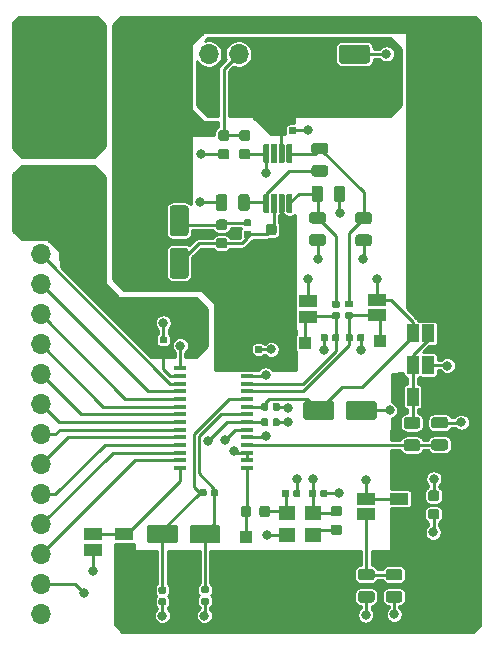
<source format=gbr>
G04 #@! TF.GenerationSoftware,KiCad,Pcbnew,(5.1.5)-3*
G04 #@! TF.CreationDate,2020-08-28T00:05:50-05:00*
G04 #@! TF.ProjectId,video-transceiver,76696465-6f2d-4747-9261-6e7363656976,rev?*
G04 #@! TF.SameCoordinates,Original*
G04 #@! TF.FileFunction,Copper,L1,Top*
G04 #@! TF.FilePolarity,Positive*
%FSLAX46Y46*%
G04 Gerber Fmt 4.6, Leading zero omitted, Abs format (unit mm)*
G04 Created by KiCad (PCBNEW (5.1.5)-3) date 2020-08-28 00:05:50*
%MOMM*%
%LPD*%
G04 APERTURE LIST*
%ADD10C,0.100000*%
%ADD11R,1.500000X1.000000*%
%ADD12R,1.000000X1.500000*%
%ADD13R,1.100000X0.400000*%
%ADD14R,1.400000X1.200000*%
%ADD15R,1.700000X1.700000*%
%ADD16O,1.700000X1.700000*%
%ADD17R,1.000000X1.000000*%
%ADD18C,0.800000*%
%ADD19C,0.250000*%
%ADD20C,0.254000*%
G04 APERTURE END LIST*
G04 #@! TA.AperFunction,SMDPad,CuDef*
D10*
G36*
X146609252Y-73246102D02*
G01*
X146621386Y-73247902D01*
X146633286Y-73250882D01*
X146644835Y-73255015D01*
X146655925Y-73260260D01*
X146666446Y-73266566D01*
X146676299Y-73273874D01*
X146685388Y-73282112D01*
X146693626Y-73291201D01*
X146700934Y-73301054D01*
X146707240Y-73311575D01*
X146712485Y-73322665D01*
X146716618Y-73334214D01*
X146719598Y-73346114D01*
X146721398Y-73358248D01*
X146722000Y-73370500D01*
X146722000Y-74745500D01*
X146721398Y-74757752D01*
X146719598Y-74769886D01*
X146716618Y-74781786D01*
X146712485Y-74793335D01*
X146707240Y-74804425D01*
X146700934Y-74814946D01*
X146693626Y-74824799D01*
X146685388Y-74833888D01*
X146676299Y-74842126D01*
X146666446Y-74849434D01*
X146655925Y-74855740D01*
X146644835Y-74860985D01*
X146633286Y-74865118D01*
X146621386Y-74868098D01*
X146609252Y-74869898D01*
X146597000Y-74870500D01*
X146347000Y-74870500D01*
X146334748Y-74869898D01*
X146322614Y-74868098D01*
X146310714Y-74865118D01*
X146299165Y-74860985D01*
X146288075Y-74855740D01*
X146277554Y-74849434D01*
X146267701Y-74842126D01*
X146258612Y-74833888D01*
X146250374Y-74824799D01*
X146243066Y-74814946D01*
X146236760Y-74804425D01*
X146231515Y-74793335D01*
X146227382Y-74781786D01*
X146224402Y-74769886D01*
X146222602Y-74757752D01*
X146222000Y-74745500D01*
X146222000Y-73370500D01*
X146222602Y-73358248D01*
X146224402Y-73346114D01*
X146227382Y-73334214D01*
X146231515Y-73322665D01*
X146236760Y-73311575D01*
X146243066Y-73301054D01*
X146250374Y-73291201D01*
X146258612Y-73282112D01*
X146267701Y-73273874D01*
X146277554Y-73266566D01*
X146288075Y-73260260D01*
X146299165Y-73255015D01*
X146310714Y-73250882D01*
X146322614Y-73247902D01*
X146334748Y-73246102D01*
X146347000Y-73245500D01*
X146597000Y-73245500D01*
X146609252Y-73246102D01*
G37*
G04 #@! TD.AperFunction*
G04 #@! TA.AperFunction,SMDPad,CuDef*
G36*
X147259252Y-73246102D02*
G01*
X147271386Y-73247902D01*
X147283286Y-73250882D01*
X147294835Y-73255015D01*
X147305925Y-73260260D01*
X147316446Y-73266566D01*
X147326299Y-73273874D01*
X147335388Y-73282112D01*
X147343626Y-73291201D01*
X147350934Y-73301054D01*
X147357240Y-73311575D01*
X147362485Y-73322665D01*
X147366618Y-73334214D01*
X147369598Y-73346114D01*
X147371398Y-73358248D01*
X147372000Y-73370500D01*
X147372000Y-74745500D01*
X147371398Y-74757752D01*
X147369598Y-74769886D01*
X147366618Y-74781786D01*
X147362485Y-74793335D01*
X147357240Y-74804425D01*
X147350934Y-74814946D01*
X147343626Y-74824799D01*
X147335388Y-74833888D01*
X147326299Y-74842126D01*
X147316446Y-74849434D01*
X147305925Y-74855740D01*
X147294835Y-74860985D01*
X147283286Y-74865118D01*
X147271386Y-74868098D01*
X147259252Y-74869898D01*
X147247000Y-74870500D01*
X146997000Y-74870500D01*
X146984748Y-74869898D01*
X146972614Y-74868098D01*
X146960714Y-74865118D01*
X146949165Y-74860985D01*
X146938075Y-74855740D01*
X146927554Y-74849434D01*
X146917701Y-74842126D01*
X146908612Y-74833888D01*
X146900374Y-74824799D01*
X146893066Y-74814946D01*
X146886760Y-74804425D01*
X146881515Y-74793335D01*
X146877382Y-74781786D01*
X146874402Y-74769886D01*
X146872602Y-74757752D01*
X146872000Y-74745500D01*
X146872000Y-73370500D01*
X146872602Y-73358248D01*
X146874402Y-73346114D01*
X146877382Y-73334214D01*
X146881515Y-73322665D01*
X146886760Y-73311575D01*
X146893066Y-73301054D01*
X146900374Y-73291201D01*
X146908612Y-73282112D01*
X146917701Y-73273874D01*
X146927554Y-73266566D01*
X146938075Y-73260260D01*
X146949165Y-73255015D01*
X146960714Y-73250882D01*
X146972614Y-73247902D01*
X146984748Y-73246102D01*
X146997000Y-73245500D01*
X147247000Y-73245500D01*
X147259252Y-73246102D01*
G37*
G04 #@! TD.AperFunction*
G04 #@! TA.AperFunction,SMDPad,CuDef*
G36*
X147909252Y-73246102D02*
G01*
X147921386Y-73247902D01*
X147933286Y-73250882D01*
X147944835Y-73255015D01*
X147955925Y-73260260D01*
X147966446Y-73266566D01*
X147976299Y-73273874D01*
X147985388Y-73282112D01*
X147993626Y-73291201D01*
X148000934Y-73301054D01*
X148007240Y-73311575D01*
X148012485Y-73322665D01*
X148016618Y-73334214D01*
X148019598Y-73346114D01*
X148021398Y-73358248D01*
X148022000Y-73370500D01*
X148022000Y-74745500D01*
X148021398Y-74757752D01*
X148019598Y-74769886D01*
X148016618Y-74781786D01*
X148012485Y-74793335D01*
X148007240Y-74804425D01*
X148000934Y-74814946D01*
X147993626Y-74824799D01*
X147985388Y-74833888D01*
X147976299Y-74842126D01*
X147966446Y-74849434D01*
X147955925Y-74855740D01*
X147944835Y-74860985D01*
X147933286Y-74865118D01*
X147921386Y-74868098D01*
X147909252Y-74869898D01*
X147897000Y-74870500D01*
X147647000Y-74870500D01*
X147634748Y-74869898D01*
X147622614Y-74868098D01*
X147610714Y-74865118D01*
X147599165Y-74860985D01*
X147588075Y-74855740D01*
X147577554Y-74849434D01*
X147567701Y-74842126D01*
X147558612Y-74833888D01*
X147550374Y-74824799D01*
X147543066Y-74814946D01*
X147536760Y-74804425D01*
X147531515Y-74793335D01*
X147527382Y-74781786D01*
X147524402Y-74769886D01*
X147522602Y-74757752D01*
X147522000Y-74745500D01*
X147522000Y-73370500D01*
X147522602Y-73358248D01*
X147524402Y-73346114D01*
X147527382Y-73334214D01*
X147531515Y-73322665D01*
X147536760Y-73311575D01*
X147543066Y-73301054D01*
X147550374Y-73291201D01*
X147558612Y-73282112D01*
X147567701Y-73273874D01*
X147577554Y-73266566D01*
X147588075Y-73260260D01*
X147599165Y-73255015D01*
X147610714Y-73250882D01*
X147622614Y-73247902D01*
X147634748Y-73246102D01*
X147647000Y-73245500D01*
X147897000Y-73245500D01*
X147909252Y-73246102D01*
G37*
G04 #@! TD.AperFunction*
G04 #@! TA.AperFunction,SMDPad,CuDef*
G36*
X148559252Y-73246102D02*
G01*
X148571386Y-73247902D01*
X148583286Y-73250882D01*
X148594835Y-73255015D01*
X148605925Y-73260260D01*
X148616446Y-73266566D01*
X148626299Y-73273874D01*
X148635388Y-73282112D01*
X148643626Y-73291201D01*
X148650934Y-73301054D01*
X148657240Y-73311575D01*
X148662485Y-73322665D01*
X148666618Y-73334214D01*
X148669598Y-73346114D01*
X148671398Y-73358248D01*
X148672000Y-73370500D01*
X148672000Y-74745500D01*
X148671398Y-74757752D01*
X148669598Y-74769886D01*
X148666618Y-74781786D01*
X148662485Y-74793335D01*
X148657240Y-74804425D01*
X148650934Y-74814946D01*
X148643626Y-74824799D01*
X148635388Y-74833888D01*
X148626299Y-74842126D01*
X148616446Y-74849434D01*
X148605925Y-74855740D01*
X148594835Y-74860985D01*
X148583286Y-74865118D01*
X148571386Y-74868098D01*
X148559252Y-74869898D01*
X148547000Y-74870500D01*
X148297000Y-74870500D01*
X148284748Y-74869898D01*
X148272614Y-74868098D01*
X148260714Y-74865118D01*
X148249165Y-74860985D01*
X148238075Y-74855740D01*
X148227554Y-74849434D01*
X148217701Y-74842126D01*
X148208612Y-74833888D01*
X148200374Y-74824799D01*
X148193066Y-74814946D01*
X148186760Y-74804425D01*
X148181515Y-74793335D01*
X148177382Y-74781786D01*
X148174402Y-74769886D01*
X148172602Y-74757752D01*
X148172000Y-74745500D01*
X148172000Y-73370500D01*
X148172602Y-73358248D01*
X148174402Y-73346114D01*
X148177382Y-73334214D01*
X148181515Y-73322665D01*
X148186760Y-73311575D01*
X148193066Y-73301054D01*
X148200374Y-73291201D01*
X148208612Y-73282112D01*
X148217701Y-73273874D01*
X148227554Y-73266566D01*
X148238075Y-73260260D01*
X148249165Y-73255015D01*
X148260714Y-73250882D01*
X148272614Y-73247902D01*
X148284748Y-73246102D01*
X148297000Y-73245500D01*
X148547000Y-73245500D01*
X148559252Y-73246102D01*
G37*
G04 #@! TD.AperFunction*
G04 #@! TA.AperFunction,SMDPad,CuDef*
G36*
X148559252Y-69021102D02*
G01*
X148571386Y-69022902D01*
X148583286Y-69025882D01*
X148594835Y-69030015D01*
X148605925Y-69035260D01*
X148616446Y-69041566D01*
X148626299Y-69048874D01*
X148635388Y-69057112D01*
X148643626Y-69066201D01*
X148650934Y-69076054D01*
X148657240Y-69086575D01*
X148662485Y-69097665D01*
X148666618Y-69109214D01*
X148669598Y-69121114D01*
X148671398Y-69133248D01*
X148672000Y-69145500D01*
X148672000Y-70520500D01*
X148671398Y-70532752D01*
X148669598Y-70544886D01*
X148666618Y-70556786D01*
X148662485Y-70568335D01*
X148657240Y-70579425D01*
X148650934Y-70589946D01*
X148643626Y-70599799D01*
X148635388Y-70608888D01*
X148626299Y-70617126D01*
X148616446Y-70624434D01*
X148605925Y-70630740D01*
X148594835Y-70635985D01*
X148583286Y-70640118D01*
X148571386Y-70643098D01*
X148559252Y-70644898D01*
X148547000Y-70645500D01*
X148297000Y-70645500D01*
X148284748Y-70644898D01*
X148272614Y-70643098D01*
X148260714Y-70640118D01*
X148249165Y-70635985D01*
X148238075Y-70630740D01*
X148227554Y-70624434D01*
X148217701Y-70617126D01*
X148208612Y-70608888D01*
X148200374Y-70599799D01*
X148193066Y-70589946D01*
X148186760Y-70579425D01*
X148181515Y-70568335D01*
X148177382Y-70556786D01*
X148174402Y-70544886D01*
X148172602Y-70532752D01*
X148172000Y-70520500D01*
X148172000Y-69145500D01*
X148172602Y-69133248D01*
X148174402Y-69121114D01*
X148177382Y-69109214D01*
X148181515Y-69097665D01*
X148186760Y-69086575D01*
X148193066Y-69076054D01*
X148200374Y-69066201D01*
X148208612Y-69057112D01*
X148217701Y-69048874D01*
X148227554Y-69041566D01*
X148238075Y-69035260D01*
X148249165Y-69030015D01*
X148260714Y-69025882D01*
X148272614Y-69022902D01*
X148284748Y-69021102D01*
X148297000Y-69020500D01*
X148547000Y-69020500D01*
X148559252Y-69021102D01*
G37*
G04 #@! TD.AperFunction*
G04 #@! TA.AperFunction,SMDPad,CuDef*
G36*
X147909252Y-69021102D02*
G01*
X147921386Y-69022902D01*
X147933286Y-69025882D01*
X147944835Y-69030015D01*
X147955925Y-69035260D01*
X147966446Y-69041566D01*
X147976299Y-69048874D01*
X147985388Y-69057112D01*
X147993626Y-69066201D01*
X148000934Y-69076054D01*
X148007240Y-69086575D01*
X148012485Y-69097665D01*
X148016618Y-69109214D01*
X148019598Y-69121114D01*
X148021398Y-69133248D01*
X148022000Y-69145500D01*
X148022000Y-70520500D01*
X148021398Y-70532752D01*
X148019598Y-70544886D01*
X148016618Y-70556786D01*
X148012485Y-70568335D01*
X148007240Y-70579425D01*
X148000934Y-70589946D01*
X147993626Y-70599799D01*
X147985388Y-70608888D01*
X147976299Y-70617126D01*
X147966446Y-70624434D01*
X147955925Y-70630740D01*
X147944835Y-70635985D01*
X147933286Y-70640118D01*
X147921386Y-70643098D01*
X147909252Y-70644898D01*
X147897000Y-70645500D01*
X147647000Y-70645500D01*
X147634748Y-70644898D01*
X147622614Y-70643098D01*
X147610714Y-70640118D01*
X147599165Y-70635985D01*
X147588075Y-70630740D01*
X147577554Y-70624434D01*
X147567701Y-70617126D01*
X147558612Y-70608888D01*
X147550374Y-70599799D01*
X147543066Y-70589946D01*
X147536760Y-70579425D01*
X147531515Y-70568335D01*
X147527382Y-70556786D01*
X147524402Y-70544886D01*
X147522602Y-70532752D01*
X147522000Y-70520500D01*
X147522000Y-69145500D01*
X147522602Y-69133248D01*
X147524402Y-69121114D01*
X147527382Y-69109214D01*
X147531515Y-69097665D01*
X147536760Y-69086575D01*
X147543066Y-69076054D01*
X147550374Y-69066201D01*
X147558612Y-69057112D01*
X147567701Y-69048874D01*
X147577554Y-69041566D01*
X147588075Y-69035260D01*
X147599165Y-69030015D01*
X147610714Y-69025882D01*
X147622614Y-69022902D01*
X147634748Y-69021102D01*
X147647000Y-69020500D01*
X147897000Y-69020500D01*
X147909252Y-69021102D01*
G37*
G04 #@! TD.AperFunction*
G04 #@! TA.AperFunction,SMDPad,CuDef*
G36*
X147259252Y-69021102D02*
G01*
X147271386Y-69022902D01*
X147283286Y-69025882D01*
X147294835Y-69030015D01*
X147305925Y-69035260D01*
X147316446Y-69041566D01*
X147326299Y-69048874D01*
X147335388Y-69057112D01*
X147343626Y-69066201D01*
X147350934Y-69076054D01*
X147357240Y-69086575D01*
X147362485Y-69097665D01*
X147366618Y-69109214D01*
X147369598Y-69121114D01*
X147371398Y-69133248D01*
X147372000Y-69145500D01*
X147372000Y-70520500D01*
X147371398Y-70532752D01*
X147369598Y-70544886D01*
X147366618Y-70556786D01*
X147362485Y-70568335D01*
X147357240Y-70579425D01*
X147350934Y-70589946D01*
X147343626Y-70599799D01*
X147335388Y-70608888D01*
X147326299Y-70617126D01*
X147316446Y-70624434D01*
X147305925Y-70630740D01*
X147294835Y-70635985D01*
X147283286Y-70640118D01*
X147271386Y-70643098D01*
X147259252Y-70644898D01*
X147247000Y-70645500D01*
X146997000Y-70645500D01*
X146984748Y-70644898D01*
X146972614Y-70643098D01*
X146960714Y-70640118D01*
X146949165Y-70635985D01*
X146938075Y-70630740D01*
X146927554Y-70624434D01*
X146917701Y-70617126D01*
X146908612Y-70608888D01*
X146900374Y-70599799D01*
X146893066Y-70589946D01*
X146886760Y-70579425D01*
X146881515Y-70568335D01*
X146877382Y-70556786D01*
X146874402Y-70544886D01*
X146872602Y-70532752D01*
X146872000Y-70520500D01*
X146872000Y-69145500D01*
X146872602Y-69133248D01*
X146874402Y-69121114D01*
X146877382Y-69109214D01*
X146881515Y-69097665D01*
X146886760Y-69086575D01*
X146893066Y-69076054D01*
X146900374Y-69066201D01*
X146908612Y-69057112D01*
X146917701Y-69048874D01*
X146927554Y-69041566D01*
X146938075Y-69035260D01*
X146949165Y-69030015D01*
X146960714Y-69025882D01*
X146972614Y-69022902D01*
X146984748Y-69021102D01*
X146997000Y-69020500D01*
X147247000Y-69020500D01*
X147259252Y-69021102D01*
G37*
G04 #@! TD.AperFunction*
G04 #@! TA.AperFunction,SMDPad,CuDef*
G36*
X146609252Y-69021102D02*
G01*
X146621386Y-69022902D01*
X146633286Y-69025882D01*
X146644835Y-69030015D01*
X146655925Y-69035260D01*
X146666446Y-69041566D01*
X146676299Y-69048874D01*
X146685388Y-69057112D01*
X146693626Y-69066201D01*
X146700934Y-69076054D01*
X146707240Y-69086575D01*
X146712485Y-69097665D01*
X146716618Y-69109214D01*
X146719598Y-69121114D01*
X146721398Y-69133248D01*
X146722000Y-69145500D01*
X146722000Y-70520500D01*
X146721398Y-70532752D01*
X146719598Y-70544886D01*
X146716618Y-70556786D01*
X146712485Y-70568335D01*
X146707240Y-70579425D01*
X146700934Y-70589946D01*
X146693626Y-70599799D01*
X146685388Y-70608888D01*
X146676299Y-70617126D01*
X146666446Y-70624434D01*
X146655925Y-70630740D01*
X146644835Y-70635985D01*
X146633286Y-70640118D01*
X146621386Y-70643098D01*
X146609252Y-70644898D01*
X146597000Y-70645500D01*
X146347000Y-70645500D01*
X146334748Y-70644898D01*
X146322614Y-70643098D01*
X146310714Y-70640118D01*
X146299165Y-70635985D01*
X146288075Y-70630740D01*
X146277554Y-70624434D01*
X146267701Y-70617126D01*
X146258612Y-70608888D01*
X146250374Y-70599799D01*
X146243066Y-70589946D01*
X146236760Y-70579425D01*
X146231515Y-70568335D01*
X146227382Y-70556786D01*
X146224402Y-70544886D01*
X146222602Y-70532752D01*
X146222000Y-70520500D01*
X146222000Y-69145500D01*
X146222602Y-69133248D01*
X146224402Y-69121114D01*
X146227382Y-69109214D01*
X146231515Y-69097665D01*
X146236760Y-69086575D01*
X146243066Y-69076054D01*
X146250374Y-69066201D01*
X146258612Y-69057112D01*
X146267701Y-69048874D01*
X146277554Y-69041566D01*
X146288075Y-69035260D01*
X146299165Y-69030015D01*
X146310714Y-69025882D01*
X146322614Y-69022902D01*
X146334748Y-69021102D01*
X146347000Y-69020500D01*
X146597000Y-69020500D01*
X146609252Y-69021102D01*
G37*
G04 #@! TD.AperFunction*
D11*
X157718760Y-99055160D03*
X157718760Y-100355160D03*
G04 #@! TA.AperFunction,SMDPad,CuDef*
D10*
G36*
X132671504Y-60614704D02*
G01*
X132695773Y-60618304D01*
X132719571Y-60624265D01*
X132742671Y-60632530D01*
X132764849Y-60643020D01*
X132785893Y-60655633D01*
X132805598Y-60670247D01*
X132823777Y-60686723D01*
X132840253Y-60704902D01*
X132854867Y-60724607D01*
X132867480Y-60745651D01*
X132877970Y-60767829D01*
X132886235Y-60790929D01*
X132892196Y-60814727D01*
X132895796Y-60838996D01*
X132897000Y-60863500D01*
X132897000Y-61963500D01*
X132895796Y-61988004D01*
X132892196Y-62012273D01*
X132886235Y-62036071D01*
X132877970Y-62059171D01*
X132867480Y-62081349D01*
X132854867Y-62102393D01*
X132840253Y-62122098D01*
X132823777Y-62140277D01*
X132805598Y-62156753D01*
X132785893Y-62171367D01*
X132764849Y-62183980D01*
X132742671Y-62194470D01*
X132719571Y-62202735D01*
X132695773Y-62208696D01*
X132671504Y-62212296D01*
X132647000Y-62213500D01*
X130547000Y-62213500D01*
X130522496Y-62212296D01*
X130498227Y-62208696D01*
X130474429Y-62202735D01*
X130451329Y-62194470D01*
X130429151Y-62183980D01*
X130408107Y-62171367D01*
X130388402Y-62156753D01*
X130370223Y-62140277D01*
X130353747Y-62122098D01*
X130339133Y-62102393D01*
X130326520Y-62081349D01*
X130316030Y-62059171D01*
X130307765Y-62036071D01*
X130301804Y-62012273D01*
X130298204Y-61988004D01*
X130297000Y-61963500D01*
X130297000Y-60863500D01*
X130298204Y-60838996D01*
X130301804Y-60814727D01*
X130307765Y-60790929D01*
X130316030Y-60767829D01*
X130326520Y-60745651D01*
X130339133Y-60724607D01*
X130353747Y-60704902D01*
X130370223Y-60686723D01*
X130388402Y-60670247D01*
X130408107Y-60655633D01*
X130429151Y-60643020D01*
X130451329Y-60632530D01*
X130474429Y-60624265D01*
X130498227Y-60618304D01*
X130522496Y-60614704D01*
X130547000Y-60613500D01*
X132647000Y-60613500D01*
X132671504Y-60614704D01*
G37*
G04 #@! TD.AperFunction*
G04 #@! TA.AperFunction,SMDPad,CuDef*
G36*
X136271504Y-60614704D02*
G01*
X136295773Y-60618304D01*
X136319571Y-60624265D01*
X136342671Y-60632530D01*
X136364849Y-60643020D01*
X136385893Y-60655633D01*
X136405598Y-60670247D01*
X136423777Y-60686723D01*
X136440253Y-60704902D01*
X136454867Y-60724607D01*
X136467480Y-60745651D01*
X136477970Y-60767829D01*
X136486235Y-60790929D01*
X136492196Y-60814727D01*
X136495796Y-60838996D01*
X136497000Y-60863500D01*
X136497000Y-61963500D01*
X136495796Y-61988004D01*
X136492196Y-62012273D01*
X136486235Y-62036071D01*
X136477970Y-62059171D01*
X136467480Y-62081349D01*
X136454867Y-62102393D01*
X136440253Y-62122098D01*
X136423777Y-62140277D01*
X136405598Y-62156753D01*
X136385893Y-62171367D01*
X136364849Y-62183980D01*
X136342671Y-62194470D01*
X136319571Y-62202735D01*
X136295773Y-62208696D01*
X136271504Y-62212296D01*
X136247000Y-62213500D01*
X134147000Y-62213500D01*
X134122496Y-62212296D01*
X134098227Y-62208696D01*
X134074429Y-62202735D01*
X134051329Y-62194470D01*
X134029151Y-62183980D01*
X134008107Y-62171367D01*
X133988402Y-62156753D01*
X133970223Y-62140277D01*
X133953747Y-62122098D01*
X133939133Y-62102393D01*
X133926520Y-62081349D01*
X133916030Y-62059171D01*
X133907765Y-62036071D01*
X133901804Y-62012273D01*
X133898204Y-61988004D01*
X133897000Y-61963500D01*
X133897000Y-60863500D01*
X133898204Y-60838996D01*
X133901804Y-60814727D01*
X133907765Y-60790929D01*
X133916030Y-60767829D01*
X133926520Y-60745651D01*
X133939133Y-60724607D01*
X133953747Y-60704902D01*
X133970223Y-60686723D01*
X133988402Y-60670247D01*
X134008107Y-60655633D01*
X134029151Y-60643020D01*
X134051329Y-60632530D01*
X134074429Y-60624265D01*
X134098227Y-60618304D01*
X134122496Y-60614704D01*
X134147000Y-60613500D01*
X136247000Y-60613500D01*
X136271504Y-60614704D01*
G37*
G04 #@! TD.AperFunction*
G04 #@! TA.AperFunction,SMDPad,CuDef*
G36*
X160925071Y-99939373D02*
G01*
X160946306Y-99942523D01*
X160967130Y-99947739D01*
X160987342Y-99954971D01*
X161006748Y-99964150D01*
X161025161Y-99975186D01*
X161042404Y-99987974D01*
X161058310Y-100002390D01*
X161072726Y-100018296D01*
X161085514Y-100035539D01*
X161096550Y-100053952D01*
X161105729Y-100073358D01*
X161112961Y-100093570D01*
X161118177Y-100114394D01*
X161121327Y-100135629D01*
X161122380Y-100157070D01*
X161122380Y-100594570D01*
X161121327Y-100616011D01*
X161118177Y-100637246D01*
X161112961Y-100658070D01*
X161105729Y-100678282D01*
X161096550Y-100697688D01*
X161085514Y-100716101D01*
X161072726Y-100733344D01*
X161058310Y-100749250D01*
X161042404Y-100763666D01*
X161025161Y-100776454D01*
X161006748Y-100787490D01*
X160987342Y-100796669D01*
X160967130Y-100803901D01*
X160946306Y-100809117D01*
X160925071Y-100812267D01*
X160903630Y-100813320D01*
X160391130Y-100813320D01*
X160369689Y-100812267D01*
X160348454Y-100809117D01*
X160327630Y-100803901D01*
X160307418Y-100796669D01*
X160288012Y-100787490D01*
X160269599Y-100776454D01*
X160252356Y-100763666D01*
X160236450Y-100749250D01*
X160222034Y-100733344D01*
X160209246Y-100716101D01*
X160198210Y-100697688D01*
X160189031Y-100678282D01*
X160181799Y-100658070D01*
X160176583Y-100637246D01*
X160173433Y-100616011D01*
X160172380Y-100594570D01*
X160172380Y-100157070D01*
X160173433Y-100135629D01*
X160176583Y-100114394D01*
X160181799Y-100093570D01*
X160189031Y-100073358D01*
X160198210Y-100053952D01*
X160209246Y-100035539D01*
X160222034Y-100018296D01*
X160236450Y-100002390D01*
X160252356Y-99987974D01*
X160269599Y-99975186D01*
X160288012Y-99964150D01*
X160307418Y-99954971D01*
X160327630Y-99947739D01*
X160348454Y-99942523D01*
X160369689Y-99939373D01*
X160391130Y-99938320D01*
X160903630Y-99938320D01*
X160925071Y-99939373D01*
G37*
G04 #@! TD.AperFunction*
G04 #@! TA.AperFunction,SMDPad,CuDef*
G36*
X160925071Y-98364373D02*
G01*
X160946306Y-98367523D01*
X160967130Y-98372739D01*
X160987342Y-98379971D01*
X161006748Y-98389150D01*
X161025161Y-98400186D01*
X161042404Y-98412974D01*
X161058310Y-98427390D01*
X161072726Y-98443296D01*
X161085514Y-98460539D01*
X161096550Y-98478952D01*
X161105729Y-98498358D01*
X161112961Y-98518570D01*
X161118177Y-98539394D01*
X161121327Y-98560629D01*
X161122380Y-98582070D01*
X161122380Y-99019570D01*
X161121327Y-99041011D01*
X161118177Y-99062246D01*
X161112961Y-99083070D01*
X161105729Y-99103282D01*
X161096550Y-99122688D01*
X161085514Y-99141101D01*
X161072726Y-99158344D01*
X161058310Y-99174250D01*
X161042404Y-99188666D01*
X161025161Y-99201454D01*
X161006748Y-99212490D01*
X160987342Y-99221669D01*
X160967130Y-99228901D01*
X160946306Y-99234117D01*
X160925071Y-99237267D01*
X160903630Y-99238320D01*
X160391130Y-99238320D01*
X160369689Y-99237267D01*
X160348454Y-99234117D01*
X160327630Y-99228901D01*
X160307418Y-99221669D01*
X160288012Y-99212490D01*
X160269599Y-99201454D01*
X160252356Y-99188666D01*
X160236450Y-99174250D01*
X160222034Y-99158344D01*
X160209246Y-99141101D01*
X160198210Y-99122688D01*
X160189031Y-99103282D01*
X160181799Y-99083070D01*
X160176583Y-99062246D01*
X160173433Y-99041011D01*
X160172380Y-99019570D01*
X160172380Y-98582070D01*
X160173433Y-98560629D01*
X160176583Y-98539394D01*
X160181799Y-98518570D01*
X160189031Y-98498358D01*
X160198210Y-98478952D01*
X160209246Y-98460539D01*
X160222034Y-98443296D01*
X160236450Y-98427390D01*
X160252356Y-98412974D01*
X160269599Y-98400186D01*
X160288012Y-98389150D01*
X160307418Y-98379971D01*
X160327630Y-98372739D01*
X160348454Y-98367523D01*
X160369689Y-98364373D01*
X160391130Y-98363320D01*
X160903630Y-98363320D01*
X160925071Y-98364373D01*
G37*
G04 #@! TD.AperFunction*
G04 #@! TA.AperFunction,SMDPad,CuDef*
G36*
X155423222Y-105000454D02*
G01*
X155446883Y-105003964D01*
X155470087Y-105009776D01*
X155492609Y-105017834D01*
X155514233Y-105028062D01*
X155534750Y-105040359D01*
X155553963Y-105054609D01*
X155571687Y-105070673D01*
X155587751Y-105088397D01*
X155602001Y-105107610D01*
X155614298Y-105128127D01*
X155624526Y-105149751D01*
X155632584Y-105172273D01*
X155638396Y-105195477D01*
X155641906Y-105219138D01*
X155643080Y-105243030D01*
X155643080Y-105730530D01*
X155641906Y-105754422D01*
X155638396Y-105778083D01*
X155632584Y-105801287D01*
X155624526Y-105823809D01*
X155614298Y-105845433D01*
X155602001Y-105865950D01*
X155587751Y-105885163D01*
X155571687Y-105902887D01*
X155553963Y-105918951D01*
X155534750Y-105933201D01*
X155514233Y-105945498D01*
X155492609Y-105955726D01*
X155470087Y-105963784D01*
X155446883Y-105969596D01*
X155423222Y-105973106D01*
X155399330Y-105974280D01*
X154486830Y-105974280D01*
X154462938Y-105973106D01*
X154439277Y-105969596D01*
X154416073Y-105963784D01*
X154393551Y-105955726D01*
X154371927Y-105945498D01*
X154351410Y-105933201D01*
X154332197Y-105918951D01*
X154314473Y-105902887D01*
X154298409Y-105885163D01*
X154284159Y-105865950D01*
X154271862Y-105845433D01*
X154261634Y-105823809D01*
X154253576Y-105801287D01*
X154247764Y-105778083D01*
X154244254Y-105754422D01*
X154243080Y-105730530D01*
X154243080Y-105243030D01*
X154244254Y-105219138D01*
X154247764Y-105195477D01*
X154253576Y-105172273D01*
X154261634Y-105149751D01*
X154271862Y-105128127D01*
X154284159Y-105107610D01*
X154298409Y-105088397D01*
X154314473Y-105070673D01*
X154332197Y-105054609D01*
X154351410Y-105040359D01*
X154371927Y-105028062D01*
X154393551Y-105017834D01*
X154416073Y-105009776D01*
X154439277Y-105003964D01*
X154462938Y-105000454D01*
X154486830Y-104999280D01*
X155399330Y-104999280D01*
X155423222Y-105000454D01*
G37*
G04 #@! TD.AperFunction*
G04 #@! TA.AperFunction,SMDPad,CuDef*
G36*
X155423222Y-106875454D02*
G01*
X155446883Y-106878964D01*
X155470087Y-106884776D01*
X155492609Y-106892834D01*
X155514233Y-106903062D01*
X155534750Y-106915359D01*
X155553963Y-106929609D01*
X155571687Y-106945673D01*
X155587751Y-106963397D01*
X155602001Y-106982610D01*
X155614298Y-107003127D01*
X155624526Y-107024751D01*
X155632584Y-107047273D01*
X155638396Y-107070477D01*
X155641906Y-107094138D01*
X155643080Y-107118030D01*
X155643080Y-107605530D01*
X155641906Y-107629422D01*
X155638396Y-107653083D01*
X155632584Y-107676287D01*
X155624526Y-107698809D01*
X155614298Y-107720433D01*
X155602001Y-107740950D01*
X155587751Y-107760163D01*
X155571687Y-107777887D01*
X155553963Y-107793951D01*
X155534750Y-107808201D01*
X155514233Y-107820498D01*
X155492609Y-107830726D01*
X155470087Y-107838784D01*
X155446883Y-107844596D01*
X155423222Y-107848106D01*
X155399330Y-107849280D01*
X154486830Y-107849280D01*
X154462938Y-107848106D01*
X154439277Y-107844596D01*
X154416073Y-107838784D01*
X154393551Y-107830726D01*
X154371927Y-107820498D01*
X154351410Y-107808201D01*
X154332197Y-107793951D01*
X154314473Y-107777887D01*
X154298409Y-107760163D01*
X154284159Y-107740950D01*
X154271862Y-107720433D01*
X154261634Y-107698809D01*
X154253576Y-107676287D01*
X154247764Y-107653083D01*
X154244254Y-107629422D01*
X154243080Y-107605530D01*
X154243080Y-107118030D01*
X154244254Y-107094138D01*
X154247764Y-107070477D01*
X154253576Y-107047273D01*
X154261634Y-107024751D01*
X154271862Y-107003127D01*
X154284159Y-106982610D01*
X154298409Y-106963397D01*
X154314473Y-106945673D01*
X154332197Y-106929609D01*
X154351410Y-106915359D01*
X154371927Y-106903062D01*
X154393551Y-106892834D01*
X154416073Y-106884776D01*
X154439277Y-106878964D01*
X154462938Y-106875454D01*
X154486830Y-106874280D01*
X155399330Y-106874280D01*
X155423222Y-106875454D01*
G37*
G04 #@! TD.AperFunction*
G04 #@! TA.AperFunction,SMDPad,CuDef*
G36*
X155191542Y-76689274D02*
G01*
X155215203Y-76692784D01*
X155238407Y-76698596D01*
X155260929Y-76706654D01*
X155282553Y-76716882D01*
X155303070Y-76729179D01*
X155322283Y-76743429D01*
X155340007Y-76759493D01*
X155356071Y-76777217D01*
X155370321Y-76796430D01*
X155382618Y-76816947D01*
X155392846Y-76838571D01*
X155400904Y-76861093D01*
X155406716Y-76884297D01*
X155410226Y-76907958D01*
X155411400Y-76931850D01*
X155411400Y-77419350D01*
X155410226Y-77443242D01*
X155406716Y-77466903D01*
X155400904Y-77490107D01*
X155392846Y-77512629D01*
X155382618Y-77534253D01*
X155370321Y-77554770D01*
X155356071Y-77573983D01*
X155340007Y-77591707D01*
X155322283Y-77607771D01*
X155303070Y-77622021D01*
X155282553Y-77634318D01*
X155260929Y-77644546D01*
X155238407Y-77652604D01*
X155215203Y-77658416D01*
X155191542Y-77661926D01*
X155167650Y-77663100D01*
X154255150Y-77663100D01*
X154231258Y-77661926D01*
X154207597Y-77658416D01*
X154184393Y-77652604D01*
X154161871Y-77644546D01*
X154140247Y-77634318D01*
X154119730Y-77622021D01*
X154100517Y-77607771D01*
X154082793Y-77591707D01*
X154066729Y-77573983D01*
X154052479Y-77554770D01*
X154040182Y-77534253D01*
X154029954Y-77512629D01*
X154021896Y-77490107D01*
X154016084Y-77466903D01*
X154012574Y-77443242D01*
X154011400Y-77419350D01*
X154011400Y-76931850D01*
X154012574Y-76907958D01*
X154016084Y-76884297D01*
X154021896Y-76861093D01*
X154029954Y-76838571D01*
X154040182Y-76816947D01*
X154052479Y-76796430D01*
X154066729Y-76777217D01*
X154082793Y-76759493D01*
X154100517Y-76743429D01*
X154119730Y-76729179D01*
X154140247Y-76716882D01*
X154161871Y-76706654D01*
X154184393Y-76698596D01*
X154207597Y-76692784D01*
X154231258Y-76689274D01*
X154255150Y-76688100D01*
X155167650Y-76688100D01*
X155191542Y-76689274D01*
G37*
G04 #@! TD.AperFunction*
G04 #@! TA.AperFunction,SMDPad,CuDef*
G36*
X155191542Y-74814274D02*
G01*
X155215203Y-74817784D01*
X155238407Y-74823596D01*
X155260929Y-74831654D01*
X155282553Y-74841882D01*
X155303070Y-74854179D01*
X155322283Y-74868429D01*
X155340007Y-74884493D01*
X155356071Y-74902217D01*
X155370321Y-74921430D01*
X155382618Y-74941947D01*
X155392846Y-74963571D01*
X155400904Y-74986093D01*
X155406716Y-75009297D01*
X155410226Y-75032958D01*
X155411400Y-75056850D01*
X155411400Y-75544350D01*
X155410226Y-75568242D01*
X155406716Y-75591903D01*
X155400904Y-75615107D01*
X155392846Y-75637629D01*
X155382618Y-75659253D01*
X155370321Y-75679770D01*
X155356071Y-75698983D01*
X155340007Y-75716707D01*
X155322283Y-75732771D01*
X155303070Y-75747021D01*
X155282553Y-75759318D01*
X155260929Y-75769546D01*
X155238407Y-75777604D01*
X155215203Y-75783416D01*
X155191542Y-75786926D01*
X155167650Y-75788100D01*
X154255150Y-75788100D01*
X154231258Y-75786926D01*
X154207597Y-75783416D01*
X154184393Y-75777604D01*
X154161871Y-75769546D01*
X154140247Y-75759318D01*
X154119730Y-75747021D01*
X154100517Y-75732771D01*
X154082793Y-75716707D01*
X154066729Y-75698983D01*
X154052479Y-75679770D01*
X154040182Y-75659253D01*
X154029954Y-75637629D01*
X154021896Y-75615107D01*
X154016084Y-75591903D01*
X154012574Y-75568242D01*
X154011400Y-75544350D01*
X154011400Y-75056850D01*
X154012574Y-75032958D01*
X154016084Y-75009297D01*
X154021896Y-74986093D01*
X154029954Y-74963571D01*
X154040182Y-74941947D01*
X154052479Y-74921430D01*
X154066729Y-74902217D01*
X154082793Y-74884493D01*
X154100517Y-74868429D01*
X154119730Y-74854179D01*
X154140247Y-74841882D01*
X154161871Y-74831654D01*
X154184393Y-74823596D01*
X154207597Y-74817784D01*
X154231258Y-74814274D01*
X154255150Y-74813100D01*
X155167650Y-74813100D01*
X155191542Y-74814274D01*
G37*
G04 #@! TD.AperFunction*
G04 #@! TA.AperFunction,SMDPad,CuDef*
G36*
X161625362Y-94006994D02*
G01*
X161649023Y-94010504D01*
X161672227Y-94016316D01*
X161694749Y-94024374D01*
X161716373Y-94034602D01*
X161736890Y-94046899D01*
X161756103Y-94061149D01*
X161773827Y-94077213D01*
X161789891Y-94094937D01*
X161804141Y-94114150D01*
X161816438Y-94134667D01*
X161826666Y-94156291D01*
X161834724Y-94178813D01*
X161840536Y-94202017D01*
X161844046Y-94225678D01*
X161845220Y-94249570D01*
X161845220Y-94737070D01*
X161844046Y-94760962D01*
X161840536Y-94784623D01*
X161834724Y-94807827D01*
X161826666Y-94830349D01*
X161816438Y-94851973D01*
X161804141Y-94872490D01*
X161789891Y-94891703D01*
X161773827Y-94909427D01*
X161756103Y-94925491D01*
X161736890Y-94939741D01*
X161716373Y-94952038D01*
X161694749Y-94962266D01*
X161672227Y-94970324D01*
X161649023Y-94976136D01*
X161625362Y-94979646D01*
X161601470Y-94980820D01*
X160688970Y-94980820D01*
X160665078Y-94979646D01*
X160641417Y-94976136D01*
X160618213Y-94970324D01*
X160595691Y-94962266D01*
X160574067Y-94952038D01*
X160553550Y-94939741D01*
X160534337Y-94925491D01*
X160516613Y-94909427D01*
X160500549Y-94891703D01*
X160486299Y-94872490D01*
X160474002Y-94851973D01*
X160463774Y-94830349D01*
X160455716Y-94807827D01*
X160449904Y-94784623D01*
X160446394Y-94760962D01*
X160445220Y-94737070D01*
X160445220Y-94249570D01*
X160446394Y-94225678D01*
X160449904Y-94202017D01*
X160455716Y-94178813D01*
X160463774Y-94156291D01*
X160474002Y-94134667D01*
X160486299Y-94114150D01*
X160500549Y-94094937D01*
X160516613Y-94077213D01*
X160534337Y-94061149D01*
X160553550Y-94046899D01*
X160574067Y-94034602D01*
X160595691Y-94024374D01*
X160618213Y-94016316D01*
X160641417Y-94010504D01*
X160665078Y-94006994D01*
X160688970Y-94005820D01*
X161601470Y-94005820D01*
X161625362Y-94006994D01*
G37*
G04 #@! TD.AperFunction*
G04 #@! TA.AperFunction,SMDPad,CuDef*
G36*
X161625362Y-92131994D02*
G01*
X161649023Y-92135504D01*
X161672227Y-92141316D01*
X161694749Y-92149374D01*
X161716373Y-92159602D01*
X161736890Y-92171899D01*
X161756103Y-92186149D01*
X161773827Y-92202213D01*
X161789891Y-92219937D01*
X161804141Y-92239150D01*
X161816438Y-92259667D01*
X161826666Y-92281291D01*
X161834724Y-92303813D01*
X161840536Y-92327017D01*
X161844046Y-92350678D01*
X161845220Y-92374570D01*
X161845220Y-92862070D01*
X161844046Y-92885962D01*
X161840536Y-92909623D01*
X161834724Y-92932827D01*
X161826666Y-92955349D01*
X161816438Y-92976973D01*
X161804141Y-92997490D01*
X161789891Y-93016703D01*
X161773827Y-93034427D01*
X161756103Y-93050491D01*
X161736890Y-93064741D01*
X161716373Y-93077038D01*
X161694749Y-93087266D01*
X161672227Y-93095324D01*
X161649023Y-93101136D01*
X161625362Y-93104646D01*
X161601470Y-93105820D01*
X160688970Y-93105820D01*
X160665078Y-93104646D01*
X160641417Y-93101136D01*
X160618213Y-93095324D01*
X160595691Y-93087266D01*
X160574067Y-93077038D01*
X160553550Y-93064741D01*
X160534337Y-93050491D01*
X160516613Y-93034427D01*
X160500549Y-93016703D01*
X160486299Y-92997490D01*
X160474002Y-92976973D01*
X160463774Y-92955349D01*
X160455716Y-92932827D01*
X160449904Y-92909623D01*
X160446394Y-92885962D01*
X160445220Y-92862070D01*
X160445220Y-92374570D01*
X160446394Y-92350678D01*
X160449904Y-92327017D01*
X160455716Y-92303813D01*
X160463774Y-92281291D01*
X160474002Y-92259667D01*
X160486299Y-92239150D01*
X160500549Y-92219937D01*
X160516613Y-92202213D01*
X160534337Y-92186149D01*
X160553550Y-92171899D01*
X160574067Y-92159602D01*
X160595691Y-92149374D01*
X160618213Y-92141316D01*
X160641417Y-92135504D01*
X160665078Y-92131994D01*
X160688970Y-92130820D01*
X161601470Y-92130820D01*
X161625362Y-92131994D01*
G37*
G04 #@! TD.AperFunction*
G04 #@! TA.AperFunction,SMDPad,CuDef*
G36*
X151305342Y-74788874D02*
G01*
X151329003Y-74792384D01*
X151352207Y-74798196D01*
X151374729Y-74806254D01*
X151396353Y-74816482D01*
X151416870Y-74828779D01*
X151436083Y-74843029D01*
X151453807Y-74859093D01*
X151469871Y-74876817D01*
X151484121Y-74896030D01*
X151496418Y-74916547D01*
X151506646Y-74938171D01*
X151514704Y-74960693D01*
X151520516Y-74983897D01*
X151524026Y-75007558D01*
X151525200Y-75031450D01*
X151525200Y-75518950D01*
X151524026Y-75542842D01*
X151520516Y-75566503D01*
X151514704Y-75589707D01*
X151506646Y-75612229D01*
X151496418Y-75633853D01*
X151484121Y-75654370D01*
X151469871Y-75673583D01*
X151453807Y-75691307D01*
X151436083Y-75707371D01*
X151416870Y-75721621D01*
X151396353Y-75733918D01*
X151374729Y-75744146D01*
X151352207Y-75752204D01*
X151329003Y-75758016D01*
X151305342Y-75761526D01*
X151281450Y-75762700D01*
X150368950Y-75762700D01*
X150345058Y-75761526D01*
X150321397Y-75758016D01*
X150298193Y-75752204D01*
X150275671Y-75744146D01*
X150254047Y-75733918D01*
X150233530Y-75721621D01*
X150214317Y-75707371D01*
X150196593Y-75691307D01*
X150180529Y-75673583D01*
X150166279Y-75654370D01*
X150153982Y-75633853D01*
X150143754Y-75612229D01*
X150135696Y-75589707D01*
X150129884Y-75566503D01*
X150126374Y-75542842D01*
X150125200Y-75518950D01*
X150125200Y-75031450D01*
X150126374Y-75007558D01*
X150129884Y-74983897D01*
X150135696Y-74960693D01*
X150143754Y-74938171D01*
X150153982Y-74916547D01*
X150166279Y-74896030D01*
X150180529Y-74876817D01*
X150196593Y-74859093D01*
X150214317Y-74843029D01*
X150233530Y-74828779D01*
X150254047Y-74816482D01*
X150275671Y-74806254D01*
X150298193Y-74798196D01*
X150321397Y-74792384D01*
X150345058Y-74788874D01*
X150368950Y-74787700D01*
X151281450Y-74787700D01*
X151305342Y-74788874D01*
G37*
G04 #@! TD.AperFunction*
G04 #@! TA.AperFunction,SMDPad,CuDef*
G36*
X151305342Y-76663874D02*
G01*
X151329003Y-76667384D01*
X151352207Y-76673196D01*
X151374729Y-76681254D01*
X151396353Y-76691482D01*
X151416870Y-76703779D01*
X151436083Y-76718029D01*
X151453807Y-76734093D01*
X151469871Y-76751817D01*
X151484121Y-76771030D01*
X151496418Y-76791547D01*
X151506646Y-76813171D01*
X151514704Y-76835693D01*
X151520516Y-76858897D01*
X151524026Y-76882558D01*
X151525200Y-76906450D01*
X151525200Y-77393950D01*
X151524026Y-77417842D01*
X151520516Y-77441503D01*
X151514704Y-77464707D01*
X151506646Y-77487229D01*
X151496418Y-77508853D01*
X151484121Y-77529370D01*
X151469871Y-77548583D01*
X151453807Y-77566307D01*
X151436083Y-77582371D01*
X151416870Y-77596621D01*
X151396353Y-77608918D01*
X151374729Y-77619146D01*
X151352207Y-77627204D01*
X151329003Y-77633016D01*
X151305342Y-77636526D01*
X151281450Y-77637700D01*
X150368950Y-77637700D01*
X150345058Y-77636526D01*
X150321397Y-77633016D01*
X150298193Y-77627204D01*
X150275671Y-77619146D01*
X150254047Y-77608918D01*
X150233530Y-77596621D01*
X150214317Y-77582371D01*
X150196593Y-77566307D01*
X150180529Y-77548583D01*
X150166279Y-77529370D01*
X150153982Y-77508853D01*
X150143754Y-77487229D01*
X150135696Y-77464707D01*
X150129884Y-77441503D01*
X150126374Y-77417842D01*
X150125200Y-77393950D01*
X150125200Y-76906450D01*
X150126374Y-76882558D01*
X150129884Y-76858897D01*
X150135696Y-76835693D01*
X150143754Y-76813171D01*
X150153982Y-76791547D01*
X150166279Y-76771030D01*
X150180529Y-76751817D01*
X150196593Y-76734093D01*
X150214317Y-76718029D01*
X150233530Y-76703779D01*
X150254047Y-76691482D01*
X150275671Y-76681254D01*
X150298193Y-76673196D01*
X150321397Y-76667384D01*
X150345058Y-76663874D01*
X150368950Y-76662700D01*
X151281450Y-76662700D01*
X151305342Y-76663874D01*
G37*
G04 #@! TD.AperFunction*
G04 #@! TA.AperFunction,SMDPad,CuDef*
G36*
X159278402Y-94029614D02*
G01*
X159302063Y-94033124D01*
X159325267Y-94038936D01*
X159347789Y-94046994D01*
X159369413Y-94057222D01*
X159389930Y-94069519D01*
X159409143Y-94083769D01*
X159426867Y-94099833D01*
X159442931Y-94117557D01*
X159457181Y-94136770D01*
X159469478Y-94157287D01*
X159479706Y-94178911D01*
X159487764Y-94201433D01*
X159493576Y-94224637D01*
X159497086Y-94248298D01*
X159498260Y-94272190D01*
X159498260Y-94759690D01*
X159497086Y-94783582D01*
X159493576Y-94807243D01*
X159487764Y-94830447D01*
X159479706Y-94852969D01*
X159469478Y-94874593D01*
X159457181Y-94895110D01*
X159442931Y-94914323D01*
X159426867Y-94932047D01*
X159409143Y-94948111D01*
X159389930Y-94962361D01*
X159369413Y-94974658D01*
X159347789Y-94984886D01*
X159325267Y-94992944D01*
X159302063Y-94998756D01*
X159278402Y-95002266D01*
X159254510Y-95003440D01*
X158342010Y-95003440D01*
X158318118Y-95002266D01*
X158294457Y-94998756D01*
X158271253Y-94992944D01*
X158248731Y-94984886D01*
X158227107Y-94974658D01*
X158206590Y-94962361D01*
X158187377Y-94948111D01*
X158169653Y-94932047D01*
X158153589Y-94914323D01*
X158139339Y-94895110D01*
X158127042Y-94874593D01*
X158116814Y-94852969D01*
X158108756Y-94830447D01*
X158102944Y-94807243D01*
X158099434Y-94783582D01*
X158098260Y-94759690D01*
X158098260Y-94272190D01*
X158099434Y-94248298D01*
X158102944Y-94224637D01*
X158108756Y-94201433D01*
X158116814Y-94178911D01*
X158127042Y-94157287D01*
X158139339Y-94136770D01*
X158153589Y-94117557D01*
X158169653Y-94099833D01*
X158187377Y-94083769D01*
X158206590Y-94069519D01*
X158227107Y-94057222D01*
X158248731Y-94046994D01*
X158271253Y-94038936D01*
X158294457Y-94033124D01*
X158318118Y-94029614D01*
X158342010Y-94028440D01*
X159254510Y-94028440D01*
X159278402Y-94029614D01*
G37*
G04 #@! TD.AperFunction*
G04 #@! TA.AperFunction,SMDPad,CuDef*
G36*
X159278402Y-92154614D02*
G01*
X159302063Y-92158124D01*
X159325267Y-92163936D01*
X159347789Y-92171994D01*
X159369413Y-92182222D01*
X159389930Y-92194519D01*
X159409143Y-92208769D01*
X159426867Y-92224833D01*
X159442931Y-92242557D01*
X159457181Y-92261770D01*
X159469478Y-92282287D01*
X159479706Y-92303911D01*
X159487764Y-92326433D01*
X159493576Y-92349637D01*
X159497086Y-92373298D01*
X159498260Y-92397190D01*
X159498260Y-92884690D01*
X159497086Y-92908582D01*
X159493576Y-92932243D01*
X159487764Y-92955447D01*
X159479706Y-92977969D01*
X159469478Y-92999593D01*
X159457181Y-93020110D01*
X159442931Y-93039323D01*
X159426867Y-93057047D01*
X159409143Y-93073111D01*
X159389930Y-93087361D01*
X159369413Y-93099658D01*
X159347789Y-93109886D01*
X159325267Y-93117944D01*
X159302063Y-93123756D01*
X159278402Y-93127266D01*
X159254510Y-93128440D01*
X158342010Y-93128440D01*
X158318118Y-93127266D01*
X158294457Y-93123756D01*
X158271253Y-93117944D01*
X158248731Y-93109886D01*
X158227107Y-93099658D01*
X158206590Y-93087361D01*
X158187377Y-93073111D01*
X158169653Y-93057047D01*
X158153589Y-93039323D01*
X158139339Y-93020110D01*
X158127042Y-92999593D01*
X158116814Y-92977969D01*
X158108756Y-92955447D01*
X158102944Y-92932243D01*
X158099434Y-92908582D01*
X158098260Y-92884690D01*
X158098260Y-92397190D01*
X158099434Y-92373298D01*
X158102944Y-92349637D01*
X158108756Y-92326433D01*
X158116814Y-92303911D01*
X158127042Y-92282287D01*
X158139339Y-92261770D01*
X158153589Y-92242557D01*
X158169653Y-92224833D01*
X158187377Y-92208769D01*
X158206590Y-92194519D01*
X158227107Y-92182222D01*
X158248731Y-92171994D01*
X158271253Y-92163936D01*
X158294457Y-92158124D01*
X158318118Y-92154614D01*
X158342010Y-92153440D01*
X159254510Y-92153440D01*
X159278402Y-92154614D01*
G37*
G04 #@! TD.AperFunction*
G04 #@! TA.AperFunction,SMDPad,CuDef*
G36*
X142974891Y-76995553D02*
G01*
X142996126Y-76998703D01*
X143016950Y-77003919D01*
X143037162Y-77011151D01*
X143056568Y-77020330D01*
X143074981Y-77031366D01*
X143092224Y-77044154D01*
X143108130Y-77058570D01*
X143122546Y-77074476D01*
X143135334Y-77091719D01*
X143146370Y-77110132D01*
X143155549Y-77129538D01*
X143162781Y-77149750D01*
X143167997Y-77170574D01*
X143171147Y-77191809D01*
X143172200Y-77213250D01*
X143172200Y-77650750D01*
X143171147Y-77672191D01*
X143167997Y-77693426D01*
X143162781Y-77714250D01*
X143155549Y-77734462D01*
X143146370Y-77753868D01*
X143135334Y-77772281D01*
X143122546Y-77789524D01*
X143108130Y-77805430D01*
X143092224Y-77819846D01*
X143074981Y-77832634D01*
X143056568Y-77843670D01*
X143037162Y-77852849D01*
X143016950Y-77860081D01*
X142996126Y-77865297D01*
X142974891Y-77868447D01*
X142953450Y-77869500D01*
X142440950Y-77869500D01*
X142419509Y-77868447D01*
X142398274Y-77865297D01*
X142377450Y-77860081D01*
X142357238Y-77852849D01*
X142337832Y-77843670D01*
X142319419Y-77832634D01*
X142302176Y-77819846D01*
X142286270Y-77805430D01*
X142271854Y-77789524D01*
X142259066Y-77772281D01*
X142248030Y-77753868D01*
X142238851Y-77734462D01*
X142231619Y-77714250D01*
X142226403Y-77693426D01*
X142223253Y-77672191D01*
X142222200Y-77650750D01*
X142222200Y-77213250D01*
X142223253Y-77191809D01*
X142226403Y-77170574D01*
X142231619Y-77149750D01*
X142238851Y-77129538D01*
X142248030Y-77110132D01*
X142259066Y-77091719D01*
X142271854Y-77074476D01*
X142286270Y-77058570D01*
X142302176Y-77044154D01*
X142319419Y-77031366D01*
X142337832Y-77020330D01*
X142357238Y-77011151D01*
X142377450Y-77003919D01*
X142398274Y-76998703D01*
X142419509Y-76995553D01*
X142440950Y-76994500D01*
X142953450Y-76994500D01*
X142974891Y-76995553D01*
G37*
G04 #@! TD.AperFunction*
G04 #@! TA.AperFunction,SMDPad,CuDef*
G36*
X142974891Y-75420553D02*
G01*
X142996126Y-75423703D01*
X143016950Y-75428919D01*
X143037162Y-75436151D01*
X143056568Y-75445330D01*
X143074981Y-75456366D01*
X143092224Y-75469154D01*
X143108130Y-75483570D01*
X143122546Y-75499476D01*
X143135334Y-75516719D01*
X143146370Y-75535132D01*
X143155549Y-75554538D01*
X143162781Y-75574750D01*
X143167997Y-75595574D01*
X143171147Y-75616809D01*
X143172200Y-75638250D01*
X143172200Y-76075750D01*
X143171147Y-76097191D01*
X143167997Y-76118426D01*
X143162781Y-76139250D01*
X143155549Y-76159462D01*
X143146370Y-76178868D01*
X143135334Y-76197281D01*
X143122546Y-76214524D01*
X143108130Y-76230430D01*
X143092224Y-76244846D01*
X143074981Y-76257634D01*
X143056568Y-76268670D01*
X143037162Y-76277849D01*
X143016950Y-76285081D01*
X142996126Y-76290297D01*
X142974891Y-76293447D01*
X142953450Y-76294500D01*
X142440950Y-76294500D01*
X142419509Y-76293447D01*
X142398274Y-76290297D01*
X142377450Y-76285081D01*
X142357238Y-76277849D01*
X142337832Y-76268670D01*
X142319419Y-76257634D01*
X142302176Y-76244846D01*
X142286270Y-76230430D01*
X142271854Y-76214524D01*
X142259066Y-76197281D01*
X142248030Y-76178868D01*
X142238851Y-76159462D01*
X142231619Y-76139250D01*
X142226403Y-76118426D01*
X142223253Y-76097191D01*
X142222200Y-76075750D01*
X142222200Y-75638250D01*
X142223253Y-75616809D01*
X142226403Y-75595574D01*
X142231619Y-75574750D01*
X142238851Y-75554538D01*
X142248030Y-75535132D01*
X142259066Y-75516719D01*
X142271854Y-75499476D01*
X142286270Y-75483570D01*
X142302176Y-75469154D01*
X142319419Y-75456366D01*
X142337832Y-75445330D01*
X142357238Y-75436151D01*
X142377450Y-75428919D01*
X142398274Y-75423703D01*
X142419509Y-75420553D01*
X142440950Y-75419500D01*
X142953450Y-75419500D01*
X142974891Y-75420553D01*
G37*
G04 #@! TD.AperFunction*
G04 #@! TA.AperFunction,SMDPad,CuDef*
G36*
X154633958Y-85091210D02*
G01*
X154648276Y-85093334D01*
X154662317Y-85096851D01*
X154675946Y-85101728D01*
X154689031Y-85107917D01*
X154701447Y-85115358D01*
X154713073Y-85123981D01*
X154723798Y-85133702D01*
X154733519Y-85144427D01*
X154742142Y-85156053D01*
X154749583Y-85168469D01*
X154755772Y-85181554D01*
X154760649Y-85195183D01*
X154764166Y-85209224D01*
X154766290Y-85223542D01*
X154767000Y-85238000D01*
X154767000Y-85583000D01*
X154766290Y-85597458D01*
X154764166Y-85611776D01*
X154760649Y-85625817D01*
X154755772Y-85639446D01*
X154749583Y-85652531D01*
X154742142Y-85664947D01*
X154733519Y-85676573D01*
X154723798Y-85687298D01*
X154713073Y-85697019D01*
X154701447Y-85705642D01*
X154689031Y-85713083D01*
X154675946Y-85719272D01*
X154662317Y-85724149D01*
X154648276Y-85727666D01*
X154633958Y-85729790D01*
X154619500Y-85730500D01*
X154324500Y-85730500D01*
X154310042Y-85729790D01*
X154295724Y-85727666D01*
X154281683Y-85724149D01*
X154268054Y-85719272D01*
X154254969Y-85713083D01*
X154242553Y-85705642D01*
X154230927Y-85697019D01*
X154220202Y-85687298D01*
X154210481Y-85676573D01*
X154201858Y-85664947D01*
X154194417Y-85652531D01*
X154188228Y-85639446D01*
X154183351Y-85625817D01*
X154179834Y-85611776D01*
X154177710Y-85597458D01*
X154177000Y-85583000D01*
X154177000Y-85238000D01*
X154177710Y-85223542D01*
X154179834Y-85209224D01*
X154183351Y-85195183D01*
X154188228Y-85181554D01*
X154194417Y-85168469D01*
X154201858Y-85156053D01*
X154210481Y-85144427D01*
X154220202Y-85133702D01*
X154230927Y-85123981D01*
X154242553Y-85115358D01*
X154254969Y-85107917D01*
X154268054Y-85101728D01*
X154281683Y-85096851D01*
X154295724Y-85093334D01*
X154310042Y-85091210D01*
X154324500Y-85090500D01*
X154619500Y-85090500D01*
X154633958Y-85091210D01*
G37*
G04 #@! TD.AperFunction*
G04 #@! TA.AperFunction,SMDPad,CuDef*
G36*
X153663958Y-85091210D02*
G01*
X153678276Y-85093334D01*
X153692317Y-85096851D01*
X153705946Y-85101728D01*
X153719031Y-85107917D01*
X153731447Y-85115358D01*
X153743073Y-85123981D01*
X153753798Y-85133702D01*
X153763519Y-85144427D01*
X153772142Y-85156053D01*
X153779583Y-85168469D01*
X153785772Y-85181554D01*
X153790649Y-85195183D01*
X153794166Y-85209224D01*
X153796290Y-85223542D01*
X153797000Y-85238000D01*
X153797000Y-85583000D01*
X153796290Y-85597458D01*
X153794166Y-85611776D01*
X153790649Y-85625817D01*
X153785772Y-85639446D01*
X153779583Y-85652531D01*
X153772142Y-85664947D01*
X153763519Y-85676573D01*
X153753798Y-85687298D01*
X153743073Y-85697019D01*
X153731447Y-85705642D01*
X153719031Y-85713083D01*
X153705946Y-85719272D01*
X153692317Y-85724149D01*
X153678276Y-85727666D01*
X153663958Y-85729790D01*
X153649500Y-85730500D01*
X153354500Y-85730500D01*
X153340042Y-85729790D01*
X153325724Y-85727666D01*
X153311683Y-85724149D01*
X153298054Y-85719272D01*
X153284969Y-85713083D01*
X153272553Y-85705642D01*
X153260927Y-85697019D01*
X153250202Y-85687298D01*
X153240481Y-85676573D01*
X153231858Y-85664947D01*
X153224417Y-85652531D01*
X153218228Y-85639446D01*
X153213351Y-85625817D01*
X153209834Y-85611776D01*
X153207710Y-85597458D01*
X153207000Y-85583000D01*
X153207000Y-85238000D01*
X153207710Y-85223542D01*
X153209834Y-85209224D01*
X153213351Y-85195183D01*
X153218228Y-85181554D01*
X153224417Y-85168469D01*
X153231858Y-85156053D01*
X153240481Y-85144427D01*
X153250202Y-85133702D01*
X153260927Y-85123981D01*
X153272553Y-85115358D01*
X153284969Y-85107917D01*
X153298054Y-85101728D01*
X153311683Y-85096851D01*
X153325724Y-85093334D01*
X153340042Y-85091210D01*
X153354500Y-85090500D01*
X153649500Y-85090500D01*
X153663958Y-85091210D01*
G37*
G04 #@! TD.AperFunction*
G04 #@! TA.AperFunction,SMDPad,CuDef*
G36*
X148266958Y-98296210D02*
G01*
X148281276Y-98298334D01*
X148295317Y-98301851D01*
X148308946Y-98306728D01*
X148322031Y-98312917D01*
X148334447Y-98320358D01*
X148346073Y-98328981D01*
X148356798Y-98338702D01*
X148366519Y-98349427D01*
X148375142Y-98361053D01*
X148382583Y-98373469D01*
X148388772Y-98386554D01*
X148393649Y-98400183D01*
X148397166Y-98414224D01*
X148399290Y-98428542D01*
X148400000Y-98443000D01*
X148400000Y-98788000D01*
X148399290Y-98802458D01*
X148397166Y-98816776D01*
X148393649Y-98830817D01*
X148388772Y-98844446D01*
X148382583Y-98857531D01*
X148375142Y-98869947D01*
X148366519Y-98881573D01*
X148356798Y-98892298D01*
X148346073Y-98902019D01*
X148334447Y-98910642D01*
X148322031Y-98918083D01*
X148308946Y-98924272D01*
X148295317Y-98929149D01*
X148281276Y-98932666D01*
X148266958Y-98934790D01*
X148252500Y-98935500D01*
X147957500Y-98935500D01*
X147943042Y-98934790D01*
X147928724Y-98932666D01*
X147914683Y-98929149D01*
X147901054Y-98924272D01*
X147887969Y-98918083D01*
X147875553Y-98910642D01*
X147863927Y-98902019D01*
X147853202Y-98892298D01*
X147843481Y-98881573D01*
X147834858Y-98869947D01*
X147827417Y-98857531D01*
X147821228Y-98844446D01*
X147816351Y-98830817D01*
X147812834Y-98816776D01*
X147810710Y-98802458D01*
X147810000Y-98788000D01*
X147810000Y-98443000D01*
X147810710Y-98428542D01*
X147812834Y-98414224D01*
X147816351Y-98400183D01*
X147821228Y-98386554D01*
X147827417Y-98373469D01*
X147834858Y-98361053D01*
X147843481Y-98349427D01*
X147853202Y-98338702D01*
X147863927Y-98328981D01*
X147875553Y-98320358D01*
X147887969Y-98312917D01*
X147901054Y-98306728D01*
X147914683Y-98301851D01*
X147928724Y-98298334D01*
X147943042Y-98296210D01*
X147957500Y-98295500D01*
X148252500Y-98295500D01*
X148266958Y-98296210D01*
G37*
G04 #@! TD.AperFunction*
G04 #@! TA.AperFunction,SMDPad,CuDef*
G36*
X149236958Y-98296210D02*
G01*
X149251276Y-98298334D01*
X149265317Y-98301851D01*
X149278946Y-98306728D01*
X149292031Y-98312917D01*
X149304447Y-98320358D01*
X149316073Y-98328981D01*
X149326798Y-98338702D01*
X149336519Y-98349427D01*
X149345142Y-98361053D01*
X149352583Y-98373469D01*
X149358772Y-98386554D01*
X149363649Y-98400183D01*
X149367166Y-98414224D01*
X149369290Y-98428542D01*
X149370000Y-98443000D01*
X149370000Y-98788000D01*
X149369290Y-98802458D01*
X149367166Y-98816776D01*
X149363649Y-98830817D01*
X149358772Y-98844446D01*
X149352583Y-98857531D01*
X149345142Y-98869947D01*
X149336519Y-98881573D01*
X149326798Y-98892298D01*
X149316073Y-98902019D01*
X149304447Y-98910642D01*
X149292031Y-98918083D01*
X149278946Y-98924272D01*
X149265317Y-98929149D01*
X149251276Y-98932666D01*
X149236958Y-98934790D01*
X149222500Y-98935500D01*
X148927500Y-98935500D01*
X148913042Y-98934790D01*
X148898724Y-98932666D01*
X148884683Y-98929149D01*
X148871054Y-98924272D01*
X148857969Y-98918083D01*
X148845553Y-98910642D01*
X148833927Y-98902019D01*
X148823202Y-98892298D01*
X148813481Y-98881573D01*
X148804858Y-98869947D01*
X148797417Y-98857531D01*
X148791228Y-98844446D01*
X148786351Y-98830817D01*
X148782834Y-98816776D01*
X148780710Y-98802458D01*
X148780000Y-98788000D01*
X148780000Y-98443000D01*
X148780710Y-98428542D01*
X148782834Y-98414224D01*
X148786351Y-98400183D01*
X148791228Y-98386554D01*
X148797417Y-98373469D01*
X148804858Y-98361053D01*
X148813481Y-98349427D01*
X148823202Y-98338702D01*
X148833927Y-98328981D01*
X148845553Y-98320358D01*
X148857969Y-98312917D01*
X148871054Y-98306728D01*
X148884683Y-98301851D01*
X148898724Y-98298334D01*
X148913042Y-98296210D01*
X148927500Y-98295500D01*
X149222500Y-98295500D01*
X149236958Y-98296210D01*
G37*
G04 #@! TD.AperFunction*
D11*
X149987000Y-83644500D03*
X149987000Y-82344500D03*
D12*
X158884860Y-85064600D03*
X160184860Y-85064600D03*
G04 #@! TA.AperFunction,SMDPad,CuDef*
D10*
G36*
X137956558Y-85326710D02*
G01*
X137970876Y-85328834D01*
X137984917Y-85332351D01*
X137998546Y-85337228D01*
X138011631Y-85343417D01*
X138024047Y-85350858D01*
X138035673Y-85359481D01*
X138046398Y-85369202D01*
X138056119Y-85379927D01*
X138064742Y-85391553D01*
X138072183Y-85403969D01*
X138078372Y-85417054D01*
X138083249Y-85430683D01*
X138086766Y-85444724D01*
X138088890Y-85459042D01*
X138089600Y-85473500D01*
X138089600Y-85768500D01*
X138088890Y-85782958D01*
X138086766Y-85797276D01*
X138083249Y-85811317D01*
X138078372Y-85824946D01*
X138072183Y-85838031D01*
X138064742Y-85850447D01*
X138056119Y-85862073D01*
X138046398Y-85872798D01*
X138035673Y-85882519D01*
X138024047Y-85891142D01*
X138011631Y-85898583D01*
X137998546Y-85904772D01*
X137984917Y-85909649D01*
X137970876Y-85913166D01*
X137956558Y-85915290D01*
X137942100Y-85916000D01*
X137597100Y-85916000D01*
X137582642Y-85915290D01*
X137568324Y-85913166D01*
X137554283Y-85909649D01*
X137540654Y-85904772D01*
X137527569Y-85898583D01*
X137515153Y-85891142D01*
X137503527Y-85882519D01*
X137492802Y-85872798D01*
X137483081Y-85862073D01*
X137474458Y-85850447D01*
X137467017Y-85838031D01*
X137460828Y-85824946D01*
X137455951Y-85811317D01*
X137452434Y-85797276D01*
X137450310Y-85782958D01*
X137449600Y-85768500D01*
X137449600Y-85473500D01*
X137450310Y-85459042D01*
X137452434Y-85444724D01*
X137455951Y-85430683D01*
X137460828Y-85417054D01*
X137467017Y-85403969D01*
X137474458Y-85391553D01*
X137483081Y-85379927D01*
X137492802Y-85369202D01*
X137503527Y-85359481D01*
X137515153Y-85350858D01*
X137527569Y-85343417D01*
X137540654Y-85337228D01*
X137554283Y-85332351D01*
X137568324Y-85328834D01*
X137582642Y-85326710D01*
X137597100Y-85326000D01*
X137942100Y-85326000D01*
X137956558Y-85326710D01*
G37*
G04 #@! TD.AperFunction*
G04 #@! TA.AperFunction,SMDPad,CuDef*
G36*
X137956558Y-86296710D02*
G01*
X137970876Y-86298834D01*
X137984917Y-86302351D01*
X137998546Y-86307228D01*
X138011631Y-86313417D01*
X138024047Y-86320858D01*
X138035673Y-86329481D01*
X138046398Y-86339202D01*
X138056119Y-86349927D01*
X138064742Y-86361553D01*
X138072183Y-86373969D01*
X138078372Y-86387054D01*
X138083249Y-86400683D01*
X138086766Y-86414724D01*
X138088890Y-86429042D01*
X138089600Y-86443500D01*
X138089600Y-86738500D01*
X138088890Y-86752958D01*
X138086766Y-86767276D01*
X138083249Y-86781317D01*
X138078372Y-86794946D01*
X138072183Y-86808031D01*
X138064742Y-86820447D01*
X138056119Y-86832073D01*
X138046398Y-86842798D01*
X138035673Y-86852519D01*
X138024047Y-86861142D01*
X138011631Y-86868583D01*
X137998546Y-86874772D01*
X137984917Y-86879649D01*
X137970876Y-86883166D01*
X137956558Y-86885290D01*
X137942100Y-86886000D01*
X137597100Y-86886000D01*
X137582642Y-86885290D01*
X137568324Y-86883166D01*
X137554283Y-86879649D01*
X137540654Y-86874772D01*
X137527569Y-86868583D01*
X137515153Y-86861142D01*
X137503527Y-86852519D01*
X137492802Y-86842798D01*
X137483081Y-86832073D01*
X137474458Y-86820447D01*
X137467017Y-86808031D01*
X137460828Y-86794946D01*
X137455951Y-86781317D01*
X137452434Y-86767276D01*
X137450310Y-86752958D01*
X137449600Y-86738500D01*
X137449600Y-86443500D01*
X137450310Y-86429042D01*
X137452434Y-86414724D01*
X137455951Y-86400683D01*
X137460828Y-86387054D01*
X137467017Y-86373969D01*
X137474458Y-86361553D01*
X137483081Y-86349927D01*
X137492802Y-86339202D01*
X137503527Y-86329481D01*
X137515153Y-86320858D01*
X137527569Y-86313417D01*
X137540654Y-86307228D01*
X137554283Y-86302351D01*
X137568324Y-86298834D01*
X137582642Y-86296710D01*
X137597100Y-86296000D01*
X137942100Y-86296000D01*
X137956558Y-86296710D01*
G37*
G04 #@! TD.AperFunction*
G04 #@! TA.AperFunction,SMDPad,CuDef*
G36*
X128336504Y-67259204D02*
G01*
X128360773Y-67262804D01*
X128384571Y-67268765D01*
X128407671Y-67277030D01*
X128429849Y-67287520D01*
X128450893Y-67300133D01*
X128470598Y-67314747D01*
X128488777Y-67331223D01*
X128505253Y-67349402D01*
X128519867Y-67369107D01*
X128532480Y-67390151D01*
X128542970Y-67412329D01*
X128551235Y-67435429D01*
X128557196Y-67459227D01*
X128560796Y-67483496D01*
X128562000Y-67508000D01*
X128562000Y-69608000D01*
X128560796Y-69632504D01*
X128557196Y-69656773D01*
X128551235Y-69680571D01*
X128542970Y-69703671D01*
X128532480Y-69725849D01*
X128519867Y-69746893D01*
X128505253Y-69766598D01*
X128488777Y-69784777D01*
X128470598Y-69801253D01*
X128450893Y-69815867D01*
X128429849Y-69828480D01*
X128407671Y-69838970D01*
X128384571Y-69847235D01*
X128360773Y-69853196D01*
X128336504Y-69856796D01*
X128312000Y-69858000D01*
X127212000Y-69858000D01*
X127187496Y-69856796D01*
X127163227Y-69853196D01*
X127139429Y-69847235D01*
X127116329Y-69838970D01*
X127094151Y-69828480D01*
X127073107Y-69815867D01*
X127053402Y-69801253D01*
X127035223Y-69784777D01*
X127018747Y-69766598D01*
X127004133Y-69746893D01*
X126991520Y-69725849D01*
X126981030Y-69703671D01*
X126972765Y-69680571D01*
X126966804Y-69656773D01*
X126963204Y-69632504D01*
X126962000Y-69608000D01*
X126962000Y-67508000D01*
X126963204Y-67483496D01*
X126966804Y-67459227D01*
X126972765Y-67435429D01*
X126981030Y-67412329D01*
X126991520Y-67390151D01*
X127004133Y-67369107D01*
X127018747Y-67349402D01*
X127035223Y-67331223D01*
X127053402Y-67314747D01*
X127073107Y-67300133D01*
X127094151Y-67287520D01*
X127116329Y-67277030D01*
X127139429Y-67268765D01*
X127163227Y-67262804D01*
X127187496Y-67259204D01*
X127212000Y-67258000D01*
X128312000Y-67258000D01*
X128336504Y-67259204D01*
G37*
G04 #@! TD.AperFunction*
G04 #@! TA.AperFunction,SMDPad,CuDef*
G36*
X128336504Y-70859204D02*
G01*
X128360773Y-70862804D01*
X128384571Y-70868765D01*
X128407671Y-70877030D01*
X128429849Y-70887520D01*
X128450893Y-70900133D01*
X128470598Y-70914747D01*
X128488777Y-70931223D01*
X128505253Y-70949402D01*
X128519867Y-70969107D01*
X128532480Y-70990151D01*
X128542970Y-71012329D01*
X128551235Y-71035429D01*
X128557196Y-71059227D01*
X128560796Y-71083496D01*
X128562000Y-71108000D01*
X128562000Y-73208000D01*
X128560796Y-73232504D01*
X128557196Y-73256773D01*
X128551235Y-73280571D01*
X128542970Y-73303671D01*
X128532480Y-73325849D01*
X128519867Y-73346893D01*
X128505253Y-73366598D01*
X128488777Y-73384777D01*
X128470598Y-73401253D01*
X128450893Y-73415867D01*
X128429849Y-73428480D01*
X128407671Y-73438970D01*
X128384571Y-73447235D01*
X128360773Y-73453196D01*
X128336504Y-73456796D01*
X128312000Y-73458000D01*
X127212000Y-73458000D01*
X127187496Y-73456796D01*
X127163227Y-73453196D01*
X127139429Y-73447235D01*
X127116329Y-73438970D01*
X127094151Y-73428480D01*
X127073107Y-73415867D01*
X127053402Y-73401253D01*
X127035223Y-73384777D01*
X127018747Y-73366598D01*
X127004133Y-73346893D01*
X126991520Y-73325849D01*
X126981030Y-73303671D01*
X126972765Y-73280571D01*
X126966804Y-73256773D01*
X126963204Y-73232504D01*
X126962000Y-73208000D01*
X126962000Y-71108000D01*
X126963204Y-71083496D01*
X126966804Y-71059227D01*
X126972765Y-71035429D01*
X126981030Y-71012329D01*
X126991520Y-70990151D01*
X127004133Y-70969107D01*
X127018747Y-70949402D01*
X127035223Y-70931223D01*
X127053402Y-70914747D01*
X127073107Y-70900133D01*
X127094151Y-70887520D01*
X127116329Y-70877030D01*
X127139429Y-70868765D01*
X127163227Y-70862804D01*
X127187496Y-70859204D01*
X127212000Y-70858000D01*
X128312000Y-70858000D01*
X128336504Y-70859204D01*
G37*
G04 #@! TD.AperFunction*
G04 #@! TA.AperFunction,SMDPad,CuDef*
G36*
X145068558Y-76378010D02*
G01*
X145082876Y-76380134D01*
X145096917Y-76383651D01*
X145110546Y-76388528D01*
X145123631Y-76394717D01*
X145136047Y-76402158D01*
X145147673Y-76410781D01*
X145158398Y-76420502D01*
X145168119Y-76431227D01*
X145176742Y-76442853D01*
X145184183Y-76455269D01*
X145190372Y-76468354D01*
X145195249Y-76481983D01*
X145198766Y-76496024D01*
X145200890Y-76510342D01*
X145201600Y-76524800D01*
X145201600Y-76819800D01*
X145200890Y-76834258D01*
X145198766Y-76848576D01*
X145195249Y-76862617D01*
X145190372Y-76876246D01*
X145184183Y-76889331D01*
X145176742Y-76901747D01*
X145168119Y-76913373D01*
X145158398Y-76924098D01*
X145147673Y-76933819D01*
X145136047Y-76942442D01*
X145123631Y-76949883D01*
X145110546Y-76956072D01*
X145096917Y-76960949D01*
X145082876Y-76964466D01*
X145068558Y-76966590D01*
X145054100Y-76967300D01*
X144709100Y-76967300D01*
X144694642Y-76966590D01*
X144680324Y-76964466D01*
X144666283Y-76960949D01*
X144652654Y-76956072D01*
X144639569Y-76949883D01*
X144627153Y-76942442D01*
X144615527Y-76933819D01*
X144604802Y-76924098D01*
X144595081Y-76913373D01*
X144586458Y-76901747D01*
X144579017Y-76889331D01*
X144572828Y-76876246D01*
X144567951Y-76862617D01*
X144564434Y-76848576D01*
X144562310Y-76834258D01*
X144561600Y-76819800D01*
X144561600Y-76524800D01*
X144562310Y-76510342D01*
X144564434Y-76496024D01*
X144567951Y-76481983D01*
X144572828Y-76468354D01*
X144579017Y-76455269D01*
X144586458Y-76442853D01*
X144595081Y-76431227D01*
X144604802Y-76420502D01*
X144615527Y-76410781D01*
X144627153Y-76402158D01*
X144639569Y-76394717D01*
X144652654Y-76388528D01*
X144666283Y-76383651D01*
X144680324Y-76380134D01*
X144694642Y-76378010D01*
X144709100Y-76377300D01*
X145054100Y-76377300D01*
X145068558Y-76378010D01*
G37*
G04 #@! TD.AperFunction*
G04 #@! TA.AperFunction,SMDPad,CuDef*
G36*
X145068558Y-75408010D02*
G01*
X145082876Y-75410134D01*
X145096917Y-75413651D01*
X145110546Y-75418528D01*
X145123631Y-75424717D01*
X145136047Y-75432158D01*
X145147673Y-75440781D01*
X145158398Y-75450502D01*
X145168119Y-75461227D01*
X145176742Y-75472853D01*
X145184183Y-75485269D01*
X145190372Y-75498354D01*
X145195249Y-75511983D01*
X145198766Y-75526024D01*
X145200890Y-75540342D01*
X145201600Y-75554800D01*
X145201600Y-75849800D01*
X145200890Y-75864258D01*
X145198766Y-75878576D01*
X145195249Y-75892617D01*
X145190372Y-75906246D01*
X145184183Y-75919331D01*
X145176742Y-75931747D01*
X145168119Y-75943373D01*
X145158398Y-75954098D01*
X145147673Y-75963819D01*
X145136047Y-75972442D01*
X145123631Y-75979883D01*
X145110546Y-75986072D01*
X145096917Y-75990949D01*
X145082876Y-75994466D01*
X145068558Y-75996590D01*
X145054100Y-75997300D01*
X144709100Y-75997300D01*
X144694642Y-75996590D01*
X144680324Y-75994466D01*
X144666283Y-75990949D01*
X144652654Y-75986072D01*
X144639569Y-75979883D01*
X144627153Y-75972442D01*
X144615527Y-75963819D01*
X144604802Y-75954098D01*
X144595081Y-75943373D01*
X144586458Y-75931747D01*
X144579017Y-75919331D01*
X144572828Y-75906246D01*
X144567951Y-75892617D01*
X144564434Y-75878576D01*
X144562310Y-75864258D01*
X144561600Y-75849800D01*
X144561600Y-75554800D01*
X144562310Y-75540342D01*
X144564434Y-75526024D01*
X144567951Y-75511983D01*
X144572828Y-75498354D01*
X144579017Y-75485269D01*
X144586458Y-75472853D01*
X144595081Y-75461227D01*
X144604802Y-75450502D01*
X144615527Y-75440781D01*
X144627153Y-75432158D01*
X144639569Y-75424717D01*
X144652654Y-75418528D01*
X144666283Y-75413651D01*
X144680324Y-75410134D01*
X144694642Y-75408010D01*
X144709100Y-75407300D01*
X145054100Y-75407300D01*
X145068558Y-75408010D01*
G37*
G04 #@! TD.AperFunction*
G04 #@! TA.AperFunction,SMDPad,CuDef*
G36*
X139664904Y-74218804D02*
G01*
X139689173Y-74222404D01*
X139712971Y-74228365D01*
X139736071Y-74236630D01*
X139758249Y-74247120D01*
X139779293Y-74259733D01*
X139798998Y-74274347D01*
X139817177Y-74290823D01*
X139833653Y-74309002D01*
X139848267Y-74328707D01*
X139860880Y-74349751D01*
X139871370Y-74371929D01*
X139879635Y-74395029D01*
X139885596Y-74418827D01*
X139889196Y-74443096D01*
X139890400Y-74467600D01*
X139890400Y-76567600D01*
X139889196Y-76592104D01*
X139885596Y-76616373D01*
X139879635Y-76640171D01*
X139871370Y-76663271D01*
X139860880Y-76685449D01*
X139848267Y-76706493D01*
X139833653Y-76726198D01*
X139817177Y-76744377D01*
X139798998Y-76760853D01*
X139779293Y-76775467D01*
X139758249Y-76788080D01*
X139736071Y-76798570D01*
X139712971Y-76806835D01*
X139689173Y-76812796D01*
X139664904Y-76816396D01*
X139640400Y-76817600D01*
X138540400Y-76817600D01*
X138515896Y-76816396D01*
X138491627Y-76812796D01*
X138467829Y-76806835D01*
X138444729Y-76798570D01*
X138422551Y-76788080D01*
X138401507Y-76775467D01*
X138381802Y-76760853D01*
X138363623Y-76744377D01*
X138347147Y-76726198D01*
X138332533Y-76706493D01*
X138319920Y-76685449D01*
X138309430Y-76663271D01*
X138301165Y-76640171D01*
X138295204Y-76616373D01*
X138291604Y-76592104D01*
X138290400Y-76567600D01*
X138290400Y-74467600D01*
X138291604Y-74443096D01*
X138295204Y-74418827D01*
X138301165Y-74395029D01*
X138309430Y-74371929D01*
X138319920Y-74349751D01*
X138332533Y-74328707D01*
X138347147Y-74309002D01*
X138363623Y-74290823D01*
X138381802Y-74274347D01*
X138401507Y-74259733D01*
X138422551Y-74247120D01*
X138444729Y-74236630D01*
X138467829Y-74228365D01*
X138491627Y-74222404D01*
X138515896Y-74218804D01*
X138540400Y-74217600D01*
X139640400Y-74217600D01*
X139664904Y-74218804D01*
G37*
G04 #@! TD.AperFunction*
G04 #@! TA.AperFunction,SMDPad,CuDef*
G36*
X139664904Y-77818804D02*
G01*
X139689173Y-77822404D01*
X139712971Y-77828365D01*
X139736071Y-77836630D01*
X139758249Y-77847120D01*
X139779293Y-77859733D01*
X139798998Y-77874347D01*
X139817177Y-77890823D01*
X139833653Y-77909002D01*
X139848267Y-77928707D01*
X139860880Y-77949751D01*
X139871370Y-77971929D01*
X139879635Y-77995029D01*
X139885596Y-78018827D01*
X139889196Y-78043096D01*
X139890400Y-78067600D01*
X139890400Y-80167600D01*
X139889196Y-80192104D01*
X139885596Y-80216373D01*
X139879635Y-80240171D01*
X139871370Y-80263271D01*
X139860880Y-80285449D01*
X139848267Y-80306493D01*
X139833653Y-80326198D01*
X139817177Y-80344377D01*
X139798998Y-80360853D01*
X139779293Y-80375467D01*
X139758249Y-80388080D01*
X139736071Y-80398570D01*
X139712971Y-80406835D01*
X139689173Y-80412796D01*
X139664904Y-80416396D01*
X139640400Y-80417600D01*
X138540400Y-80417600D01*
X138515896Y-80416396D01*
X138491627Y-80412796D01*
X138467829Y-80406835D01*
X138444729Y-80398570D01*
X138422551Y-80388080D01*
X138401507Y-80375467D01*
X138381802Y-80360853D01*
X138363623Y-80344377D01*
X138347147Y-80326198D01*
X138332533Y-80306493D01*
X138319920Y-80285449D01*
X138309430Y-80263271D01*
X138301165Y-80240171D01*
X138295204Y-80216373D01*
X138291604Y-80192104D01*
X138290400Y-80167600D01*
X138290400Y-78067600D01*
X138291604Y-78043096D01*
X138295204Y-78018827D01*
X138301165Y-77995029D01*
X138309430Y-77971929D01*
X138319920Y-77949751D01*
X138332533Y-77928707D01*
X138347147Y-77909002D01*
X138363623Y-77890823D01*
X138381802Y-77874347D01*
X138401507Y-77859733D01*
X138422551Y-77847120D01*
X138444729Y-77836630D01*
X138467829Y-77828365D01*
X138491627Y-77822404D01*
X138515896Y-77818804D01*
X138540400Y-77817600D01*
X139640400Y-77817600D01*
X139664904Y-77818804D01*
G37*
G04 #@! TD.AperFunction*
G04 #@! TA.AperFunction,SMDPad,CuDef*
G36*
X145015758Y-86091510D02*
G01*
X145030076Y-86093634D01*
X145044117Y-86097151D01*
X145057746Y-86102028D01*
X145070831Y-86108217D01*
X145083247Y-86115658D01*
X145094873Y-86124281D01*
X145105598Y-86134002D01*
X145115319Y-86144727D01*
X145123942Y-86156353D01*
X145131383Y-86168769D01*
X145137572Y-86181854D01*
X145142449Y-86195483D01*
X145145966Y-86209524D01*
X145148090Y-86223842D01*
X145148800Y-86238300D01*
X145148800Y-86583300D01*
X145148090Y-86597758D01*
X145145966Y-86612076D01*
X145142449Y-86626117D01*
X145137572Y-86639746D01*
X145131383Y-86652831D01*
X145123942Y-86665247D01*
X145115319Y-86676873D01*
X145105598Y-86687598D01*
X145094873Y-86697319D01*
X145083247Y-86705942D01*
X145070831Y-86713383D01*
X145057746Y-86719572D01*
X145044117Y-86724449D01*
X145030076Y-86727966D01*
X145015758Y-86730090D01*
X145001300Y-86730800D01*
X144706300Y-86730800D01*
X144691842Y-86730090D01*
X144677524Y-86727966D01*
X144663483Y-86724449D01*
X144649854Y-86719572D01*
X144636769Y-86713383D01*
X144624353Y-86705942D01*
X144612727Y-86697319D01*
X144602002Y-86687598D01*
X144592281Y-86676873D01*
X144583658Y-86665247D01*
X144576217Y-86652831D01*
X144570028Y-86639746D01*
X144565151Y-86626117D01*
X144561634Y-86612076D01*
X144559510Y-86597758D01*
X144558800Y-86583300D01*
X144558800Y-86238300D01*
X144559510Y-86223842D01*
X144561634Y-86209524D01*
X144565151Y-86195483D01*
X144570028Y-86181854D01*
X144576217Y-86168769D01*
X144583658Y-86156353D01*
X144592281Y-86144727D01*
X144602002Y-86134002D01*
X144612727Y-86124281D01*
X144624353Y-86115658D01*
X144636769Y-86108217D01*
X144649854Y-86102028D01*
X144663483Y-86097151D01*
X144677524Y-86093634D01*
X144691842Y-86091510D01*
X144706300Y-86090800D01*
X145001300Y-86090800D01*
X145015758Y-86091510D01*
G37*
G04 #@! TD.AperFunction*
G04 #@! TA.AperFunction,SMDPad,CuDef*
G36*
X145985758Y-86091510D02*
G01*
X146000076Y-86093634D01*
X146014117Y-86097151D01*
X146027746Y-86102028D01*
X146040831Y-86108217D01*
X146053247Y-86115658D01*
X146064873Y-86124281D01*
X146075598Y-86134002D01*
X146085319Y-86144727D01*
X146093942Y-86156353D01*
X146101383Y-86168769D01*
X146107572Y-86181854D01*
X146112449Y-86195483D01*
X146115966Y-86209524D01*
X146118090Y-86223842D01*
X146118800Y-86238300D01*
X146118800Y-86583300D01*
X146118090Y-86597758D01*
X146115966Y-86612076D01*
X146112449Y-86626117D01*
X146107572Y-86639746D01*
X146101383Y-86652831D01*
X146093942Y-86665247D01*
X146085319Y-86676873D01*
X146075598Y-86687598D01*
X146064873Y-86697319D01*
X146053247Y-86705942D01*
X146040831Y-86713383D01*
X146027746Y-86719572D01*
X146014117Y-86724449D01*
X146000076Y-86727966D01*
X145985758Y-86730090D01*
X145971300Y-86730800D01*
X145676300Y-86730800D01*
X145661842Y-86730090D01*
X145647524Y-86727966D01*
X145633483Y-86724449D01*
X145619854Y-86719572D01*
X145606769Y-86713383D01*
X145594353Y-86705942D01*
X145582727Y-86697319D01*
X145572002Y-86687598D01*
X145562281Y-86676873D01*
X145553658Y-86665247D01*
X145546217Y-86652831D01*
X145540028Y-86639746D01*
X145535151Y-86626117D01*
X145531634Y-86612076D01*
X145529510Y-86597758D01*
X145528800Y-86583300D01*
X145528800Y-86238300D01*
X145529510Y-86223842D01*
X145531634Y-86209524D01*
X145535151Y-86195483D01*
X145540028Y-86181854D01*
X145546217Y-86168769D01*
X145553658Y-86156353D01*
X145562281Y-86144727D01*
X145572002Y-86134002D01*
X145582727Y-86124281D01*
X145594353Y-86115658D01*
X145606769Y-86108217D01*
X145619854Y-86102028D01*
X145633483Y-86097151D01*
X145647524Y-86093634D01*
X145661842Y-86091510D01*
X145676300Y-86090800D01*
X145971300Y-86090800D01*
X145985758Y-86091510D01*
G37*
G04 #@! TD.AperFunction*
G04 #@! TA.AperFunction,SMDPad,CuDef*
G36*
X146511958Y-90955710D02*
G01*
X146526276Y-90957834D01*
X146540317Y-90961351D01*
X146553946Y-90966228D01*
X146567031Y-90972417D01*
X146579447Y-90979858D01*
X146591073Y-90988481D01*
X146601798Y-90998202D01*
X146611519Y-91008927D01*
X146620142Y-91020553D01*
X146627583Y-91032969D01*
X146633772Y-91046054D01*
X146638649Y-91059683D01*
X146642166Y-91073724D01*
X146644290Y-91088042D01*
X146645000Y-91102500D01*
X146645000Y-91447500D01*
X146644290Y-91461958D01*
X146642166Y-91476276D01*
X146638649Y-91490317D01*
X146633772Y-91503946D01*
X146627583Y-91517031D01*
X146620142Y-91529447D01*
X146611519Y-91541073D01*
X146601798Y-91551798D01*
X146591073Y-91561519D01*
X146579447Y-91570142D01*
X146567031Y-91577583D01*
X146553946Y-91583772D01*
X146540317Y-91588649D01*
X146526276Y-91592166D01*
X146511958Y-91594290D01*
X146497500Y-91595000D01*
X146202500Y-91595000D01*
X146188042Y-91594290D01*
X146173724Y-91592166D01*
X146159683Y-91588649D01*
X146146054Y-91583772D01*
X146132969Y-91577583D01*
X146120553Y-91570142D01*
X146108927Y-91561519D01*
X146098202Y-91551798D01*
X146088481Y-91541073D01*
X146079858Y-91529447D01*
X146072417Y-91517031D01*
X146066228Y-91503946D01*
X146061351Y-91490317D01*
X146057834Y-91476276D01*
X146055710Y-91461958D01*
X146055000Y-91447500D01*
X146055000Y-91102500D01*
X146055710Y-91088042D01*
X146057834Y-91073724D01*
X146061351Y-91059683D01*
X146066228Y-91046054D01*
X146072417Y-91032969D01*
X146079858Y-91020553D01*
X146088481Y-91008927D01*
X146098202Y-90998202D01*
X146108927Y-90988481D01*
X146120553Y-90979858D01*
X146132969Y-90972417D01*
X146146054Y-90966228D01*
X146159683Y-90961351D01*
X146173724Y-90957834D01*
X146188042Y-90955710D01*
X146202500Y-90955000D01*
X146497500Y-90955000D01*
X146511958Y-90955710D01*
G37*
G04 #@! TD.AperFunction*
G04 #@! TA.AperFunction,SMDPad,CuDef*
G36*
X147481958Y-90955710D02*
G01*
X147496276Y-90957834D01*
X147510317Y-90961351D01*
X147523946Y-90966228D01*
X147537031Y-90972417D01*
X147549447Y-90979858D01*
X147561073Y-90988481D01*
X147571798Y-90998202D01*
X147581519Y-91008927D01*
X147590142Y-91020553D01*
X147597583Y-91032969D01*
X147603772Y-91046054D01*
X147608649Y-91059683D01*
X147612166Y-91073724D01*
X147614290Y-91088042D01*
X147615000Y-91102500D01*
X147615000Y-91447500D01*
X147614290Y-91461958D01*
X147612166Y-91476276D01*
X147608649Y-91490317D01*
X147603772Y-91503946D01*
X147597583Y-91517031D01*
X147590142Y-91529447D01*
X147581519Y-91541073D01*
X147571798Y-91551798D01*
X147561073Y-91561519D01*
X147549447Y-91570142D01*
X147537031Y-91577583D01*
X147523946Y-91583772D01*
X147510317Y-91588649D01*
X147496276Y-91592166D01*
X147481958Y-91594290D01*
X147467500Y-91595000D01*
X147172500Y-91595000D01*
X147158042Y-91594290D01*
X147143724Y-91592166D01*
X147129683Y-91588649D01*
X147116054Y-91583772D01*
X147102969Y-91577583D01*
X147090553Y-91570142D01*
X147078927Y-91561519D01*
X147068202Y-91551798D01*
X147058481Y-91541073D01*
X147049858Y-91529447D01*
X147042417Y-91517031D01*
X147036228Y-91503946D01*
X147031351Y-91490317D01*
X147027834Y-91476276D01*
X147025710Y-91461958D01*
X147025000Y-91447500D01*
X147025000Y-91102500D01*
X147025710Y-91088042D01*
X147027834Y-91073724D01*
X147031351Y-91059683D01*
X147036228Y-91046054D01*
X147042417Y-91032969D01*
X147049858Y-91020553D01*
X147058481Y-91008927D01*
X147068202Y-90998202D01*
X147078927Y-90988481D01*
X147090553Y-90979858D01*
X147102969Y-90972417D01*
X147116054Y-90966228D01*
X147129683Y-90961351D01*
X147143724Y-90957834D01*
X147158042Y-90955710D01*
X147172500Y-90955000D01*
X147467500Y-90955000D01*
X147481958Y-90955710D01*
G37*
G04 #@! TD.AperFunction*
G04 #@! TA.AperFunction,SMDPad,CuDef*
G36*
X141281958Y-98232710D02*
G01*
X141296276Y-98234834D01*
X141310317Y-98238351D01*
X141323946Y-98243228D01*
X141337031Y-98249417D01*
X141349447Y-98256858D01*
X141361073Y-98265481D01*
X141371798Y-98275202D01*
X141381519Y-98285927D01*
X141390142Y-98297553D01*
X141397583Y-98309969D01*
X141403772Y-98323054D01*
X141408649Y-98336683D01*
X141412166Y-98350724D01*
X141414290Y-98365042D01*
X141415000Y-98379500D01*
X141415000Y-98724500D01*
X141414290Y-98738958D01*
X141412166Y-98753276D01*
X141408649Y-98767317D01*
X141403772Y-98780946D01*
X141397583Y-98794031D01*
X141390142Y-98806447D01*
X141381519Y-98818073D01*
X141371798Y-98828798D01*
X141361073Y-98838519D01*
X141349447Y-98847142D01*
X141337031Y-98854583D01*
X141323946Y-98860772D01*
X141310317Y-98865649D01*
X141296276Y-98869166D01*
X141281958Y-98871290D01*
X141267500Y-98872000D01*
X140972500Y-98872000D01*
X140958042Y-98871290D01*
X140943724Y-98869166D01*
X140929683Y-98865649D01*
X140916054Y-98860772D01*
X140902969Y-98854583D01*
X140890553Y-98847142D01*
X140878927Y-98838519D01*
X140868202Y-98828798D01*
X140858481Y-98818073D01*
X140849858Y-98806447D01*
X140842417Y-98794031D01*
X140836228Y-98780946D01*
X140831351Y-98767317D01*
X140827834Y-98753276D01*
X140825710Y-98738958D01*
X140825000Y-98724500D01*
X140825000Y-98379500D01*
X140825710Y-98365042D01*
X140827834Y-98350724D01*
X140831351Y-98336683D01*
X140836228Y-98323054D01*
X140842417Y-98309969D01*
X140849858Y-98297553D01*
X140858481Y-98285927D01*
X140868202Y-98275202D01*
X140878927Y-98265481D01*
X140890553Y-98256858D01*
X140902969Y-98249417D01*
X140916054Y-98243228D01*
X140929683Y-98238351D01*
X140943724Y-98234834D01*
X140958042Y-98232710D01*
X140972500Y-98232000D01*
X141267500Y-98232000D01*
X141281958Y-98232710D01*
G37*
G04 #@! TD.AperFunction*
G04 #@! TA.AperFunction,SMDPad,CuDef*
G36*
X142251958Y-98232710D02*
G01*
X142266276Y-98234834D01*
X142280317Y-98238351D01*
X142293946Y-98243228D01*
X142307031Y-98249417D01*
X142319447Y-98256858D01*
X142331073Y-98265481D01*
X142341798Y-98275202D01*
X142351519Y-98285927D01*
X142360142Y-98297553D01*
X142367583Y-98309969D01*
X142373772Y-98323054D01*
X142378649Y-98336683D01*
X142382166Y-98350724D01*
X142384290Y-98365042D01*
X142385000Y-98379500D01*
X142385000Y-98724500D01*
X142384290Y-98738958D01*
X142382166Y-98753276D01*
X142378649Y-98767317D01*
X142373772Y-98780946D01*
X142367583Y-98794031D01*
X142360142Y-98806447D01*
X142351519Y-98818073D01*
X142341798Y-98828798D01*
X142331073Y-98838519D01*
X142319447Y-98847142D01*
X142307031Y-98854583D01*
X142293946Y-98860772D01*
X142280317Y-98865649D01*
X142266276Y-98869166D01*
X142251958Y-98871290D01*
X142237500Y-98872000D01*
X141942500Y-98872000D01*
X141928042Y-98871290D01*
X141913724Y-98869166D01*
X141899683Y-98865649D01*
X141886054Y-98860772D01*
X141872969Y-98854583D01*
X141860553Y-98847142D01*
X141848927Y-98838519D01*
X141838202Y-98828798D01*
X141828481Y-98818073D01*
X141819858Y-98806447D01*
X141812417Y-98794031D01*
X141806228Y-98780946D01*
X141801351Y-98767317D01*
X141797834Y-98753276D01*
X141795710Y-98738958D01*
X141795000Y-98724500D01*
X141795000Y-98379500D01*
X141795710Y-98365042D01*
X141797834Y-98350724D01*
X141801351Y-98336683D01*
X141806228Y-98323054D01*
X141812417Y-98309969D01*
X141819858Y-98297553D01*
X141828481Y-98285927D01*
X141838202Y-98275202D01*
X141848927Y-98265481D01*
X141860553Y-98256858D01*
X141872969Y-98249417D01*
X141886054Y-98243228D01*
X141899683Y-98238351D01*
X141913724Y-98234834D01*
X141928042Y-98232710D01*
X141942500Y-98232000D01*
X142237500Y-98232000D01*
X142251958Y-98232710D01*
G37*
G04 #@! TD.AperFunction*
G04 #@! TA.AperFunction,SMDPad,CuDef*
G36*
X148855958Y-67562210D02*
G01*
X148870276Y-67564334D01*
X148884317Y-67567851D01*
X148897946Y-67572728D01*
X148911031Y-67578917D01*
X148923447Y-67586358D01*
X148935073Y-67594981D01*
X148945798Y-67604702D01*
X148955519Y-67615427D01*
X148964142Y-67627053D01*
X148971583Y-67639469D01*
X148977772Y-67652554D01*
X148982649Y-67666183D01*
X148986166Y-67680224D01*
X148988290Y-67694542D01*
X148989000Y-67709000D01*
X148989000Y-68054000D01*
X148988290Y-68068458D01*
X148986166Y-68082776D01*
X148982649Y-68096817D01*
X148977772Y-68110446D01*
X148971583Y-68123531D01*
X148964142Y-68135947D01*
X148955519Y-68147573D01*
X148945798Y-68158298D01*
X148935073Y-68168019D01*
X148923447Y-68176642D01*
X148911031Y-68184083D01*
X148897946Y-68190272D01*
X148884317Y-68195149D01*
X148870276Y-68198666D01*
X148855958Y-68200790D01*
X148841500Y-68201500D01*
X148546500Y-68201500D01*
X148532042Y-68200790D01*
X148517724Y-68198666D01*
X148503683Y-68195149D01*
X148490054Y-68190272D01*
X148476969Y-68184083D01*
X148464553Y-68176642D01*
X148452927Y-68168019D01*
X148442202Y-68158298D01*
X148432481Y-68147573D01*
X148423858Y-68135947D01*
X148416417Y-68123531D01*
X148410228Y-68110446D01*
X148405351Y-68096817D01*
X148401834Y-68082776D01*
X148399710Y-68068458D01*
X148399000Y-68054000D01*
X148399000Y-67709000D01*
X148399710Y-67694542D01*
X148401834Y-67680224D01*
X148405351Y-67666183D01*
X148410228Y-67652554D01*
X148416417Y-67639469D01*
X148423858Y-67627053D01*
X148432481Y-67615427D01*
X148442202Y-67604702D01*
X148452927Y-67594981D01*
X148464553Y-67586358D01*
X148476969Y-67578917D01*
X148490054Y-67572728D01*
X148503683Y-67567851D01*
X148517724Y-67564334D01*
X148532042Y-67562210D01*
X148546500Y-67561500D01*
X148841500Y-67561500D01*
X148855958Y-67562210D01*
G37*
G04 #@! TD.AperFunction*
G04 #@! TA.AperFunction,SMDPad,CuDef*
G36*
X147885958Y-67562210D02*
G01*
X147900276Y-67564334D01*
X147914317Y-67567851D01*
X147927946Y-67572728D01*
X147941031Y-67578917D01*
X147953447Y-67586358D01*
X147965073Y-67594981D01*
X147975798Y-67604702D01*
X147985519Y-67615427D01*
X147994142Y-67627053D01*
X148001583Y-67639469D01*
X148007772Y-67652554D01*
X148012649Y-67666183D01*
X148016166Y-67680224D01*
X148018290Y-67694542D01*
X148019000Y-67709000D01*
X148019000Y-68054000D01*
X148018290Y-68068458D01*
X148016166Y-68082776D01*
X148012649Y-68096817D01*
X148007772Y-68110446D01*
X148001583Y-68123531D01*
X147994142Y-68135947D01*
X147985519Y-68147573D01*
X147975798Y-68158298D01*
X147965073Y-68168019D01*
X147953447Y-68176642D01*
X147941031Y-68184083D01*
X147927946Y-68190272D01*
X147914317Y-68195149D01*
X147900276Y-68198666D01*
X147885958Y-68200790D01*
X147871500Y-68201500D01*
X147576500Y-68201500D01*
X147562042Y-68200790D01*
X147547724Y-68198666D01*
X147533683Y-68195149D01*
X147520054Y-68190272D01*
X147506969Y-68184083D01*
X147494553Y-68176642D01*
X147482927Y-68168019D01*
X147472202Y-68158298D01*
X147462481Y-68147573D01*
X147453858Y-68135947D01*
X147446417Y-68123531D01*
X147440228Y-68110446D01*
X147435351Y-68096817D01*
X147431834Y-68082776D01*
X147429710Y-68068458D01*
X147429000Y-68054000D01*
X147429000Y-67709000D01*
X147429710Y-67694542D01*
X147431834Y-67680224D01*
X147435351Y-67666183D01*
X147440228Y-67652554D01*
X147446417Y-67639469D01*
X147453858Y-67627053D01*
X147462481Y-67615427D01*
X147472202Y-67604702D01*
X147482927Y-67594981D01*
X147494553Y-67586358D01*
X147506969Y-67578917D01*
X147520054Y-67572728D01*
X147533683Y-67567851D01*
X147547724Y-67564334D01*
X147562042Y-67562210D01*
X147576500Y-67561500D01*
X147871500Y-67561500D01*
X147885958Y-67562210D01*
G37*
G04 #@! TD.AperFunction*
G04 #@! TA.AperFunction,SMDPad,CuDef*
G36*
X155592004Y-90780904D02*
G01*
X155616273Y-90784504D01*
X155640071Y-90790465D01*
X155663171Y-90798730D01*
X155685349Y-90809220D01*
X155706393Y-90821833D01*
X155726098Y-90836447D01*
X155744277Y-90852923D01*
X155760753Y-90871102D01*
X155775367Y-90890807D01*
X155787980Y-90911851D01*
X155798470Y-90934029D01*
X155806735Y-90957129D01*
X155812696Y-90980927D01*
X155816296Y-91005196D01*
X155817500Y-91029700D01*
X155817500Y-92129700D01*
X155816296Y-92154204D01*
X155812696Y-92178473D01*
X155806735Y-92202271D01*
X155798470Y-92225371D01*
X155787980Y-92247549D01*
X155775367Y-92268593D01*
X155760753Y-92288298D01*
X155744277Y-92306477D01*
X155726098Y-92322953D01*
X155706393Y-92337567D01*
X155685349Y-92350180D01*
X155663171Y-92360670D01*
X155640071Y-92368935D01*
X155616273Y-92374896D01*
X155592004Y-92378496D01*
X155567500Y-92379700D01*
X153467500Y-92379700D01*
X153442996Y-92378496D01*
X153418727Y-92374896D01*
X153394929Y-92368935D01*
X153371829Y-92360670D01*
X153349651Y-92350180D01*
X153328607Y-92337567D01*
X153308902Y-92322953D01*
X153290723Y-92306477D01*
X153274247Y-92288298D01*
X153259633Y-92268593D01*
X153247020Y-92247549D01*
X153236530Y-92225371D01*
X153228265Y-92202271D01*
X153222304Y-92178473D01*
X153218704Y-92154204D01*
X153217500Y-92129700D01*
X153217500Y-91029700D01*
X153218704Y-91005196D01*
X153222304Y-90980927D01*
X153228265Y-90957129D01*
X153236530Y-90934029D01*
X153247020Y-90911851D01*
X153259633Y-90890807D01*
X153274247Y-90871102D01*
X153290723Y-90852923D01*
X153308902Y-90836447D01*
X153328607Y-90821833D01*
X153349651Y-90809220D01*
X153371829Y-90798730D01*
X153394929Y-90790465D01*
X153418727Y-90784504D01*
X153442996Y-90780904D01*
X153467500Y-90779700D01*
X155567500Y-90779700D01*
X155592004Y-90780904D01*
G37*
G04 #@! TD.AperFunction*
G04 #@! TA.AperFunction,SMDPad,CuDef*
G36*
X151992004Y-90780904D02*
G01*
X152016273Y-90784504D01*
X152040071Y-90790465D01*
X152063171Y-90798730D01*
X152085349Y-90809220D01*
X152106393Y-90821833D01*
X152126098Y-90836447D01*
X152144277Y-90852923D01*
X152160753Y-90871102D01*
X152175367Y-90890807D01*
X152187980Y-90911851D01*
X152198470Y-90934029D01*
X152206735Y-90957129D01*
X152212696Y-90980927D01*
X152216296Y-91005196D01*
X152217500Y-91029700D01*
X152217500Y-92129700D01*
X152216296Y-92154204D01*
X152212696Y-92178473D01*
X152206735Y-92202271D01*
X152198470Y-92225371D01*
X152187980Y-92247549D01*
X152175367Y-92268593D01*
X152160753Y-92288298D01*
X152144277Y-92306477D01*
X152126098Y-92322953D01*
X152106393Y-92337567D01*
X152085349Y-92350180D01*
X152063171Y-92360670D01*
X152040071Y-92368935D01*
X152016273Y-92374896D01*
X151992004Y-92378496D01*
X151967500Y-92379700D01*
X149867500Y-92379700D01*
X149842996Y-92378496D01*
X149818727Y-92374896D01*
X149794929Y-92368935D01*
X149771829Y-92360670D01*
X149749651Y-92350180D01*
X149728607Y-92337567D01*
X149708902Y-92322953D01*
X149690723Y-92306477D01*
X149674247Y-92288298D01*
X149659633Y-92268593D01*
X149647020Y-92247549D01*
X149636530Y-92225371D01*
X149628265Y-92202271D01*
X149622304Y-92178473D01*
X149618704Y-92154204D01*
X149617500Y-92129700D01*
X149617500Y-91029700D01*
X149618704Y-91005196D01*
X149622304Y-90980927D01*
X149628265Y-90957129D01*
X149636530Y-90934029D01*
X149647020Y-90911851D01*
X149659633Y-90890807D01*
X149674247Y-90871102D01*
X149690723Y-90852923D01*
X149708902Y-90836447D01*
X149728607Y-90821833D01*
X149749651Y-90809220D01*
X149771829Y-90798730D01*
X149794929Y-90790465D01*
X149818727Y-90784504D01*
X149842996Y-90780904D01*
X149867500Y-90779700D01*
X151967500Y-90779700D01*
X151992004Y-90780904D01*
G37*
G04 #@! TD.AperFunction*
G04 #@! TA.AperFunction,SMDPad,CuDef*
G36*
X152518958Y-85091210D02*
G01*
X152533276Y-85093334D01*
X152547317Y-85096851D01*
X152560946Y-85101728D01*
X152574031Y-85107917D01*
X152586447Y-85115358D01*
X152598073Y-85123981D01*
X152608798Y-85133702D01*
X152618519Y-85144427D01*
X152627142Y-85156053D01*
X152634583Y-85168469D01*
X152640772Y-85181554D01*
X152645649Y-85195183D01*
X152649166Y-85209224D01*
X152651290Y-85223542D01*
X152652000Y-85238000D01*
X152652000Y-85583000D01*
X152651290Y-85597458D01*
X152649166Y-85611776D01*
X152645649Y-85625817D01*
X152640772Y-85639446D01*
X152634583Y-85652531D01*
X152627142Y-85664947D01*
X152618519Y-85676573D01*
X152608798Y-85687298D01*
X152598073Y-85697019D01*
X152586447Y-85705642D01*
X152574031Y-85713083D01*
X152560946Y-85719272D01*
X152547317Y-85724149D01*
X152533276Y-85727666D01*
X152518958Y-85729790D01*
X152504500Y-85730500D01*
X152209500Y-85730500D01*
X152195042Y-85729790D01*
X152180724Y-85727666D01*
X152166683Y-85724149D01*
X152153054Y-85719272D01*
X152139969Y-85713083D01*
X152127553Y-85705642D01*
X152115927Y-85697019D01*
X152105202Y-85687298D01*
X152095481Y-85676573D01*
X152086858Y-85664947D01*
X152079417Y-85652531D01*
X152073228Y-85639446D01*
X152068351Y-85625817D01*
X152064834Y-85611776D01*
X152062710Y-85597458D01*
X152062000Y-85583000D01*
X152062000Y-85238000D01*
X152062710Y-85223542D01*
X152064834Y-85209224D01*
X152068351Y-85195183D01*
X152073228Y-85181554D01*
X152079417Y-85168469D01*
X152086858Y-85156053D01*
X152095481Y-85144427D01*
X152105202Y-85133702D01*
X152115927Y-85123981D01*
X152127553Y-85115358D01*
X152139969Y-85107917D01*
X152153054Y-85101728D01*
X152166683Y-85096851D01*
X152180724Y-85093334D01*
X152195042Y-85091210D01*
X152209500Y-85090500D01*
X152504500Y-85090500D01*
X152518958Y-85091210D01*
G37*
G04 #@! TD.AperFunction*
G04 #@! TA.AperFunction,SMDPad,CuDef*
G36*
X151548958Y-85091210D02*
G01*
X151563276Y-85093334D01*
X151577317Y-85096851D01*
X151590946Y-85101728D01*
X151604031Y-85107917D01*
X151616447Y-85115358D01*
X151628073Y-85123981D01*
X151638798Y-85133702D01*
X151648519Y-85144427D01*
X151657142Y-85156053D01*
X151664583Y-85168469D01*
X151670772Y-85181554D01*
X151675649Y-85195183D01*
X151679166Y-85209224D01*
X151681290Y-85223542D01*
X151682000Y-85238000D01*
X151682000Y-85583000D01*
X151681290Y-85597458D01*
X151679166Y-85611776D01*
X151675649Y-85625817D01*
X151670772Y-85639446D01*
X151664583Y-85652531D01*
X151657142Y-85664947D01*
X151648519Y-85676573D01*
X151638798Y-85687298D01*
X151628073Y-85697019D01*
X151616447Y-85705642D01*
X151604031Y-85713083D01*
X151590946Y-85719272D01*
X151577317Y-85724149D01*
X151563276Y-85727666D01*
X151548958Y-85729790D01*
X151534500Y-85730500D01*
X151239500Y-85730500D01*
X151225042Y-85729790D01*
X151210724Y-85727666D01*
X151196683Y-85724149D01*
X151183054Y-85719272D01*
X151169969Y-85713083D01*
X151157553Y-85705642D01*
X151145927Y-85697019D01*
X151135202Y-85687298D01*
X151125481Y-85676573D01*
X151116858Y-85664947D01*
X151109417Y-85652531D01*
X151103228Y-85639446D01*
X151098351Y-85625817D01*
X151094834Y-85611776D01*
X151092710Y-85597458D01*
X151092000Y-85583000D01*
X151092000Y-85238000D01*
X151092710Y-85223542D01*
X151094834Y-85209224D01*
X151098351Y-85195183D01*
X151103228Y-85181554D01*
X151109417Y-85168469D01*
X151116858Y-85156053D01*
X151125481Y-85144427D01*
X151135202Y-85133702D01*
X151145927Y-85123981D01*
X151157553Y-85115358D01*
X151169969Y-85107917D01*
X151183054Y-85101728D01*
X151196683Y-85096851D01*
X151210724Y-85093334D01*
X151225042Y-85091210D01*
X151239500Y-85090500D01*
X151534500Y-85090500D01*
X151548958Y-85091210D01*
G37*
G04 #@! TD.AperFunction*
G04 #@! TA.AperFunction,SMDPad,CuDef*
G36*
X142362004Y-101245704D02*
G01*
X142386273Y-101249304D01*
X142410071Y-101255265D01*
X142433171Y-101263530D01*
X142455349Y-101274020D01*
X142476393Y-101286633D01*
X142496098Y-101301247D01*
X142514277Y-101317723D01*
X142530753Y-101335902D01*
X142545367Y-101355607D01*
X142557980Y-101376651D01*
X142568470Y-101398829D01*
X142576735Y-101421929D01*
X142582696Y-101445727D01*
X142586296Y-101469996D01*
X142587500Y-101494500D01*
X142587500Y-102594500D01*
X142586296Y-102619004D01*
X142582696Y-102643273D01*
X142576735Y-102667071D01*
X142568470Y-102690171D01*
X142557980Y-102712349D01*
X142545367Y-102733393D01*
X142530753Y-102753098D01*
X142514277Y-102771277D01*
X142496098Y-102787753D01*
X142476393Y-102802367D01*
X142455349Y-102814980D01*
X142433171Y-102825470D01*
X142410071Y-102833735D01*
X142386273Y-102839696D01*
X142362004Y-102843296D01*
X142337500Y-102844500D01*
X140237500Y-102844500D01*
X140212996Y-102843296D01*
X140188727Y-102839696D01*
X140164929Y-102833735D01*
X140141829Y-102825470D01*
X140119651Y-102814980D01*
X140098607Y-102802367D01*
X140078902Y-102787753D01*
X140060723Y-102771277D01*
X140044247Y-102753098D01*
X140029633Y-102733393D01*
X140017020Y-102712349D01*
X140006530Y-102690171D01*
X139998265Y-102667071D01*
X139992304Y-102643273D01*
X139988704Y-102619004D01*
X139987500Y-102594500D01*
X139987500Y-101494500D01*
X139988704Y-101469996D01*
X139992304Y-101445727D01*
X139998265Y-101421929D01*
X140006530Y-101398829D01*
X140017020Y-101376651D01*
X140029633Y-101355607D01*
X140044247Y-101335902D01*
X140060723Y-101317723D01*
X140078902Y-101301247D01*
X140098607Y-101286633D01*
X140119651Y-101274020D01*
X140141829Y-101263530D01*
X140164929Y-101255265D01*
X140188727Y-101249304D01*
X140212996Y-101245704D01*
X140237500Y-101244500D01*
X142337500Y-101244500D01*
X142362004Y-101245704D01*
G37*
G04 #@! TD.AperFunction*
G04 #@! TA.AperFunction,SMDPad,CuDef*
G36*
X138762004Y-101245704D02*
G01*
X138786273Y-101249304D01*
X138810071Y-101255265D01*
X138833171Y-101263530D01*
X138855349Y-101274020D01*
X138876393Y-101286633D01*
X138896098Y-101301247D01*
X138914277Y-101317723D01*
X138930753Y-101335902D01*
X138945367Y-101355607D01*
X138957980Y-101376651D01*
X138968470Y-101398829D01*
X138976735Y-101421929D01*
X138982696Y-101445727D01*
X138986296Y-101469996D01*
X138987500Y-101494500D01*
X138987500Y-102594500D01*
X138986296Y-102619004D01*
X138982696Y-102643273D01*
X138976735Y-102667071D01*
X138968470Y-102690171D01*
X138957980Y-102712349D01*
X138945367Y-102733393D01*
X138930753Y-102753098D01*
X138914277Y-102771277D01*
X138896098Y-102787753D01*
X138876393Y-102802367D01*
X138855349Y-102814980D01*
X138833171Y-102825470D01*
X138810071Y-102833735D01*
X138786273Y-102839696D01*
X138762004Y-102843296D01*
X138737500Y-102844500D01*
X136637500Y-102844500D01*
X136612996Y-102843296D01*
X136588727Y-102839696D01*
X136564929Y-102833735D01*
X136541829Y-102825470D01*
X136519651Y-102814980D01*
X136498607Y-102802367D01*
X136478902Y-102787753D01*
X136460723Y-102771277D01*
X136444247Y-102753098D01*
X136429633Y-102733393D01*
X136417020Y-102712349D01*
X136406530Y-102690171D01*
X136398265Y-102667071D01*
X136392304Y-102643273D01*
X136388704Y-102619004D01*
X136387500Y-102594500D01*
X136387500Y-101494500D01*
X136388704Y-101469996D01*
X136392304Y-101445727D01*
X136398265Y-101421929D01*
X136406530Y-101398829D01*
X136417020Y-101376651D01*
X136429633Y-101355607D01*
X136444247Y-101335902D01*
X136460723Y-101317723D01*
X136478902Y-101301247D01*
X136498607Y-101286633D01*
X136519651Y-101274020D01*
X136541829Y-101263530D01*
X136564929Y-101255265D01*
X136588727Y-101249304D01*
X136612996Y-101245704D01*
X136637500Y-101244500D01*
X138737500Y-101244500D01*
X138762004Y-101245704D01*
G37*
G04 #@! TD.AperFunction*
G04 #@! TA.AperFunction,SMDPad,CuDef*
G36*
X155004004Y-60614704D02*
G01*
X155028273Y-60618304D01*
X155052071Y-60624265D01*
X155075171Y-60632530D01*
X155097349Y-60643020D01*
X155118393Y-60655633D01*
X155138098Y-60670247D01*
X155156277Y-60686723D01*
X155172753Y-60704902D01*
X155187367Y-60724607D01*
X155199980Y-60745651D01*
X155210470Y-60767829D01*
X155218735Y-60790929D01*
X155224696Y-60814727D01*
X155228296Y-60838996D01*
X155229500Y-60863500D01*
X155229500Y-61963500D01*
X155228296Y-61988004D01*
X155224696Y-62012273D01*
X155218735Y-62036071D01*
X155210470Y-62059171D01*
X155199980Y-62081349D01*
X155187367Y-62102393D01*
X155172753Y-62122098D01*
X155156277Y-62140277D01*
X155138098Y-62156753D01*
X155118393Y-62171367D01*
X155097349Y-62183980D01*
X155075171Y-62194470D01*
X155052071Y-62202735D01*
X155028273Y-62208696D01*
X155004004Y-62212296D01*
X154979500Y-62213500D01*
X152879500Y-62213500D01*
X152854996Y-62212296D01*
X152830727Y-62208696D01*
X152806929Y-62202735D01*
X152783829Y-62194470D01*
X152761651Y-62183980D01*
X152740607Y-62171367D01*
X152720902Y-62156753D01*
X152702723Y-62140277D01*
X152686247Y-62122098D01*
X152671633Y-62102393D01*
X152659020Y-62081349D01*
X152648530Y-62059171D01*
X152640265Y-62036071D01*
X152634304Y-62012273D01*
X152630704Y-61988004D01*
X152629500Y-61963500D01*
X152629500Y-60863500D01*
X152630704Y-60838996D01*
X152634304Y-60814727D01*
X152640265Y-60790929D01*
X152648530Y-60767829D01*
X152659020Y-60745651D01*
X152671633Y-60724607D01*
X152686247Y-60704902D01*
X152702723Y-60686723D01*
X152720902Y-60670247D01*
X152740607Y-60655633D01*
X152761651Y-60643020D01*
X152783829Y-60632530D01*
X152806929Y-60624265D01*
X152830727Y-60618304D01*
X152854996Y-60614704D01*
X152879500Y-60613500D01*
X154979500Y-60613500D01*
X155004004Y-60614704D01*
G37*
G04 #@! TD.AperFunction*
G04 #@! TA.AperFunction,SMDPad,CuDef*
G36*
X151404004Y-60614704D02*
G01*
X151428273Y-60618304D01*
X151452071Y-60624265D01*
X151475171Y-60632530D01*
X151497349Y-60643020D01*
X151518393Y-60655633D01*
X151538098Y-60670247D01*
X151556277Y-60686723D01*
X151572753Y-60704902D01*
X151587367Y-60724607D01*
X151599980Y-60745651D01*
X151610470Y-60767829D01*
X151618735Y-60790929D01*
X151624696Y-60814727D01*
X151628296Y-60838996D01*
X151629500Y-60863500D01*
X151629500Y-61963500D01*
X151628296Y-61988004D01*
X151624696Y-62012273D01*
X151618735Y-62036071D01*
X151610470Y-62059171D01*
X151599980Y-62081349D01*
X151587367Y-62102393D01*
X151572753Y-62122098D01*
X151556277Y-62140277D01*
X151538098Y-62156753D01*
X151518393Y-62171367D01*
X151497349Y-62183980D01*
X151475171Y-62194470D01*
X151452071Y-62202735D01*
X151428273Y-62208696D01*
X151404004Y-62212296D01*
X151379500Y-62213500D01*
X149279500Y-62213500D01*
X149254996Y-62212296D01*
X149230727Y-62208696D01*
X149206929Y-62202735D01*
X149183829Y-62194470D01*
X149161651Y-62183980D01*
X149140607Y-62171367D01*
X149120902Y-62156753D01*
X149102723Y-62140277D01*
X149086247Y-62122098D01*
X149071633Y-62102393D01*
X149059020Y-62081349D01*
X149048530Y-62059171D01*
X149040265Y-62036071D01*
X149034304Y-62012273D01*
X149030704Y-61988004D01*
X149029500Y-61963500D01*
X149029500Y-60863500D01*
X149030704Y-60838996D01*
X149034304Y-60814727D01*
X149040265Y-60790929D01*
X149048530Y-60767829D01*
X149059020Y-60745651D01*
X149071633Y-60724607D01*
X149086247Y-60704902D01*
X149102723Y-60686723D01*
X149120902Y-60670247D01*
X149140607Y-60655633D01*
X149161651Y-60643020D01*
X149183829Y-60632530D01*
X149206929Y-60624265D01*
X149230727Y-60618304D01*
X149254996Y-60614704D01*
X149279500Y-60613500D01*
X151379500Y-60613500D01*
X151404004Y-60614704D01*
G37*
G04 #@! TD.AperFunction*
G04 #@! TA.AperFunction,SMDPad,CuDef*
G36*
X137854958Y-106512710D02*
G01*
X137869276Y-106514834D01*
X137883317Y-106518351D01*
X137896946Y-106523228D01*
X137910031Y-106529417D01*
X137922447Y-106536858D01*
X137934073Y-106545481D01*
X137944798Y-106555202D01*
X137954519Y-106565927D01*
X137963142Y-106577553D01*
X137970583Y-106589969D01*
X137976772Y-106603054D01*
X137981649Y-106616683D01*
X137985166Y-106630724D01*
X137987290Y-106645042D01*
X137988000Y-106659500D01*
X137988000Y-106954500D01*
X137987290Y-106968958D01*
X137985166Y-106983276D01*
X137981649Y-106997317D01*
X137976772Y-107010946D01*
X137970583Y-107024031D01*
X137963142Y-107036447D01*
X137954519Y-107048073D01*
X137944798Y-107058798D01*
X137934073Y-107068519D01*
X137922447Y-107077142D01*
X137910031Y-107084583D01*
X137896946Y-107090772D01*
X137883317Y-107095649D01*
X137869276Y-107099166D01*
X137854958Y-107101290D01*
X137840500Y-107102000D01*
X137495500Y-107102000D01*
X137481042Y-107101290D01*
X137466724Y-107099166D01*
X137452683Y-107095649D01*
X137439054Y-107090772D01*
X137425969Y-107084583D01*
X137413553Y-107077142D01*
X137401927Y-107068519D01*
X137391202Y-107058798D01*
X137381481Y-107048073D01*
X137372858Y-107036447D01*
X137365417Y-107024031D01*
X137359228Y-107010946D01*
X137354351Y-106997317D01*
X137350834Y-106983276D01*
X137348710Y-106968958D01*
X137348000Y-106954500D01*
X137348000Y-106659500D01*
X137348710Y-106645042D01*
X137350834Y-106630724D01*
X137354351Y-106616683D01*
X137359228Y-106603054D01*
X137365417Y-106589969D01*
X137372858Y-106577553D01*
X137381481Y-106565927D01*
X137391202Y-106555202D01*
X137401927Y-106545481D01*
X137413553Y-106536858D01*
X137425969Y-106529417D01*
X137439054Y-106523228D01*
X137452683Y-106518351D01*
X137466724Y-106514834D01*
X137481042Y-106512710D01*
X137495500Y-106512000D01*
X137840500Y-106512000D01*
X137854958Y-106512710D01*
G37*
G04 #@! TD.AperFunction*
G04 #@! TA.AperFunction,SMDPad,CuDef*
G36*
X137854958Y-107482710D02*
G01*
X137869276Y-107484834D01*
X137883317Y-107488351D01*
X137896946Y-107493228D01*
X137910031Y-107499417D01*
X137922447Y-107506858D01*
X137934073Y-107515481D01*
X137944798Y-107525202D01*
X137954519Y-107535927D01*
X137963142Y-107547553D01*
X137970583Y-107559969D01*
X137976772Y-107573054D01*
X137981649Y-107586683D01*
X137985166Y-107600724D01*
X137987290Y-107615042D01*
X137988000Y-107629500D01*
X137988000Y-107924500D01*
X137987290Y-107938958D01*
X137985166Y-107953276D01*
X137981649Y-107967317D01*
X137976772Y-107980946D01*
X137970583Y-107994031D01*
X137963142Y-108006447D01*
X137954519Y-108018073D01*
X137944798Y-108028798D01*
X137934073Y-108038519D01*
X137922447Y-108047142D01*
X137910031Y-108054583D01*
X137896946Y-108060772D01*
X137883317Y-108065649D01*
X137869276Y-108069166D01*
X137854958Y-108071290D01*
X137840500Y-108072000D01*
X137495500Y-108072000D01*
X137481042Y-108071290D01*
X137466724Y-108069166D01*
X137452683Y-108065649D01*
X137439054Y-108060772D01*
X137425969Y-108054583D01*
X137413553Y-108047142D01*
X137401927Y-108038519D01*
X137391202Y-108028798D01*
X137381481Y-108018073D01*
X137372858Y-108006447D01*
X137365417Y-107994031D01*
X137359228Y-107980946D01*
X137354351Y-107967317D01*
X137350834Y-107953276D01*
X137348710Y-107938958D01*
X137348000Y-107924500D01*
X137348000Y-107629500D01*
X137348710Y-107615042D01*
X137350834Y-107600724D01*
X137354351Y-107586683D01*
X137359228Y-107573054D01*
X137365417Y-107559969D01*
X137372858Y-107547553D01*
X137381481Y-107535927D01*
X137391202Y-107525202D01*
X137401927Y-107515481D01*
X137413553Y-107506858D01*
X137425969Y-107499417D01*
X137439054Y-107493228D01*
X137452683Y-107488351D01*
X137466724Y-107484834D01*
X137481042Y-107482710D01*
X137495500Y-107482000D01*
X137840500Y-107482000D01*
X137854958Y-107482710D01*
G37*
G04 #@! TD.AperFunction*
G04 #@! TA.AperFunction,SMDPad,CuDef*
G36*
X141474458Y-106472210D02*
G01*
X141488776Y-106474334D01*
X141502817Y-106477851D01*
X141516446Y-106482728D01*
X141529531Y-106488917D01*
X141541947Y-106496358D01*
X141553573Y-106504981D01*
X141564298Y-106514702D01*
X141574019Y-106525427D01*
X141582642Y-106537053D01*
X141590083Y-106549469D01*
X141596272Y-106562554D01*
X141601149Y-106576183D01*
X141604666Y-106590224D01*
X141606790Y-106604542D01*
X141607500Y-106619000D01*
X141607500Y-106914000D01*
X141606790Y-106928458D01*
X141604666Y-106942776D01*
X141601149Y-106956817D01*
X141596272Y-106970446D01*
X141590083Y-106983531D01*
X141582642Y-106995947D01*
X141574019Y-107007573D01*
X141564298Y-107018298D01*
X141553573Y-107028019D01*
X141541947Y-107036642D01*
X141529531Y-107044083D01*
X141516446Y-107050272D01*
X141502817Y-107055149D01*
X141488776Y-107058666D01*
X141474458Y-107060790D01*
X141460000Y-107061500D01*
X141115000Y-107061500D01*
X141100542Y-107060790D01*
X141086224Y-107058666D01*
X141072183Y-107055149D01*
X141058554Y-107050272D01*
X141045469Y-107044083D01*
X141033053Y-107036642D01*
X141021427Y-107028019D01*
X141010702Y-107018298D01*
X141000981Y-107007573D01*
X140992358Y-106995947D01*
X140984917Y-106983531D01*
X140978728Y-106970446D01*
X140973851Y-106956817D01*
X140970334Y-106942776D01*
X140968210Y-106928458D01*
X140967500Y-106914000D01*
X140967500Y-106619000D01*
X140968210Y-106604542D01*
X140970334Y-106590224D01*
X140973851Y-106576183D01*
X140978728Y-106562554D01*
X140984917Y-106549469D01*
X140992358Y-106537053D01*
X141000981Y-106525427D01*
X141010702Y-106514702D01*
X141021427Y-106504981D01*
X141033053Y-106496358D01*
X141045469Y-106488917D01*
X141058554Y-106482728D01*
X141072183Y-106477851D01*
X141086224Y-106474334D01*
X141100542Y-106472210D01*
X141115000Y-106471500D01*
X141460000Y-106471500D01*
X141474458Y-106472210D01*
G37*
G04 #@! TD.AperFunction*
G04 #@! TA.AperFunction,SMDPad,CuDef*
G36*
X141474458Y-107442210D02*
G01*
X141488776Y-107444334D01*
X141502817Y-107447851D01*
X141516446Y-107452728D01*
X141529531Y-107458917D01*
X141541947Y-107466358D01*
X141553573Y-107474981D01*
X141564298Y-107484702D01*
X141574019Y-107495427D01*
X141582642Y-107507053D01*
X141590083Y-107519469D01*
X141596272Y-107532554D01*
X141601149Y-107546183D01*
X141604666Y-107560224D01*
X141606790Y-107574542D01*
X141607500Y-107589000D01*
X141607500Y-107884000D01*
X141606790Y-107898458D01*
X141604666Y-107912776D01*
X141601149Y-107926817D01*
X141596272Y-107940446D01*
X141590083Y-107953531D01*
X141582642Y-107965947D01*
X141574019Y-107977573D01*
X141564298Y-107988298D01*
X141553573Y-107998019D01*
X141541947Y-108006642D01*
X141529531Y-108014083D01*
X141516446Y-108020272D01*
X141502817Y-108025149D01*
X141488776Y-108028666D01*
X141474458Y-108030790D01*
X141460000Y-108031500D01*
X141115000Y-108031500D01*
X141100542Y-108030790D01*
X141086224Y-108028666D01*
X141072183Y-108025149D01*
X141058554Y-108020272D01*
X141045469Y-108014083D01*
X141033053Y-108006642D01*
X141021427Y-107998019D01*
X141010702Y-107988298D01*
X141000981Y-107977573D01*
X140992358Y-107965947D01*
X140984917Y-107953531D01*
X140978728Y-107940446D01*
X140973851Y-107926817D01*
X140970334Y-107912776D01*
X140968210Y-107898458D01*
X140967500Y-107884000D01*
X140967500Y-107589000D01*
X140968210Y-107574542D01*
X140970334Y-107560224D01*
X140973851Y-107546183D01*
X140978728Y-107532554D01*
X140984917Y-107519469D01*
X140992358Y-107507053D01*
X141000981Y-107495427D01*
X141010702Y-107484702D01*
X141021427Y-107474981D01*
X141033053Y-107466358D01*
X141045469Y-107458917D01*
X141058554Y-107452728D01*
X141072183Y-107447851D01*
X141086224Y-107444334D01*
X141100542Y-107442210D01*
X141115000Y-107441500D01*
X141460000Y-107441500D01*
X141474458Y-107442210D01*
G37*
G04 #@! TD.AperFunction*
G04 #@! TA.AperFunction,SMDPad,CuDef*
G36*
X147471958Y-92260710D02*
G01*
X147486276Y-92262834D01*
X147500317Y-92266351D01*
X147513946Y-92271228D01*
X147527031Y-92277417D01*
X147539447Y-92284858D01*
X147551073Y-92293481D01*
X147561798Y-92303202D01*
X147571519Y-92313927D01*
X147580142Y-92325553D01*
X147587583Y-92337969D01*
X147593772Y-92351054D01*
X147598649Y-92364683D01*
X147602166Y-92378724D01*
X147604290Y-92393042D01*
X147605000Y-92407500D01*
X147605000Y-92752500D01*
X147604290Y-92766958D01*
X147602166Y-92781276D01*
X147598649Y-92795317D01*
X147593772Y-92808946D01*
X147587583Y-92822031D01*
X147580142Y-92834447D01*
X147571519Y-92846073D01*
X147561798Y-92856798D01*
X147551073Y-92866519D01*
X147539447Y-92875142D01*
X147527031Y-92882583D01*
X147513946Y-92888772D01*
X147500317Y-92893649D01*
X147486276Y-92897166D01*
X147471958Y-92899290D01*
X147457500Y-92900000D01*
X147162500Y-92900000D01*
X147148042Y-92899290D01*
X147133724Y-92897166D01*
X147119683Y-92893649D01*
X147106054Y-92888772D01*
X147092969Y-92882583D01*
X147080553Y-92875142D01*
X147068927Y-92866519D01*
X147058202Y-92856798D01*
X147048481Y-92846073D01*
X147039858Y-92834447D01*
X147032417Y-92822031D01*
X147026228Y-92808946D01*
X147021351Y-92795317D01*
X147017834Y-92781276D01*
X147015710Y-92766958D01*
X147015000Y-92752500D01*
X147015000Y-92407500D01*
X147015710Y-92393042D01*
X147017834Y-92378724D01*
X147021351Y-92364683D01*
X147026228Y-92351054D01*
X147032417Y-92337969D01*
X147039858Y-92325553D01*
X147048481Y-92313927D01*
X147058202Y-92303202D01*
X147068927Y-92293481D01*
X147080553Y-92284858D01*
X147092969Y-92277417D01*
X147106054Y-92271228D01*
X147119683Y-92266351D01*
X147133724Y-92262834D01*
X147148042Y-92260710D01*
X147162500Y-92260000D01*
X147457500Y-92260000D01*
X147471958Y-92260710D01*
G37*
G04 #@! TD.AperFunction*
G04 #@! TA.AperFunction,SMDPad,CuDef*
G36*
X146501958Y-92260710D02*
G01*
X146516276Y-92262834D01*
X146530317Y-92266351D01*
X146543946Y-92271228D01*
X146557031Y-92277417D01*
X146569447Y-92284858D01*
X146581073Y-92293481D01*
X146591798Y-92303202D01*
X146601519Y-92313927D01*
X146610142Y-92325553D01*
X146617583Y-92337969D01*
X146623772Y-92351054D01*
X146628649Y-92364683D01*
X146632166Y-92378724D01*
X146634290Y-92393042D01*
X146635000Y-92407500D01*
X146635000Y-92752500D01*
X146634290Y-92766958D01*
X146632166Y-92781276D01*
X146628649Y-92795317D01*
X146623772Y-92808946D01*
X146617583Y-92822031D01*
X146610142Y-92834447D01*
X146601519Y-92846073D01*
X146591798Y-92856798D01*
X146581073Y-92866519D01*
X146569447Y-92875142D01*
X146557031Y-92882583D01*
X146543946Y-92888772D01*
X146530317Y-92893649D01*
X146516276Y-92897166D01*
X146501958Y-92899290D01*
X146487500Y-92900000D01*
X146192500Y-92900000D01*
X146178042Y-92899290D01*
X146163724Y-92897166D01*
X146149683Y-92893649D01*
X146136054Y-92888772D01*
X146122969Y-92882583D01*
X146110553Y-92875142D01*
X146098927Y-92866519D01*
X146088202Y-92856798D01*
X146078481Y-92846073D01*
X146069858Y-92834447D01*
X146062417Y-92822031D01*
X146056228Y-92808946D01*
X146051351Y-92795317D01*
X146047834Y-92781276D01*
X146045710Y-92766958D01*
X146045000Y-92752500D01*
X146045000Y-92407500D01*
X146045710Y-92393042D01*
X146047834Y-92378724D01*
X146051351Y-92364683D01*
X146056228Y-92351054D01*
X146062417Y-92337969D01*
X146069858Y-92325553D01*
X146078481Y-92313927D01*
X146088202Y-92303202D01*
X146098927Y-92293481D01*
X146110553Y-92284858D01*
X146122969Y-92277417D01*
X146136054Y-92271228D01*
X146149683Y-92266351D01*
X146163724Y-92262834D01*
X146178042Y-92260710D01*
X146192500Y-92260000D01*
X146487500Y-92260000D01*
X146501958Y-92260710D01*
G37*
G04 #@! TD.AperFunction*
G04 #@! TA.AperFunction,SMDPad,CuDef*
G36*
X151522958Y-98296210D02*
G01*
X151537276Y-98298334D01*
X151551317Y-98301851D01*
X151564946Y-98306728D01*
X151578031Y-98312917D01*
X151590447Y-98320358D01*
X151602073Y-98328981D01*
X151612798Y-98338702D01*
X151622519Y-98349427D01*
X151631142Y-98361053D01*
X151638583Y-98373469D01*
X151644772Y-98386554D01*
X151649649Y-98400183D01*
X151653166Y-98414224D01*
X151655290Y-98428542D01*
X151656000Y-98443000D01*
X151656000Y-98788000D01*
X151655290Y-98802458D01*
X151653166Y-98816776D01*
X151649649Y-98830817D01*
X151644772Y-98844446D01*
X151638583Y-98857531D01*
X151631142Y-98869947D01*
X151622519Y-98881573D01*
X151612798Y-98892298D01*
X151602073Y-98902019D01*
X151590447Y-98910642D01*
X151578031Y-98918083D01*
X151564946Y-98924272D01*
X151551317Y-98929149D01*
X151537276Y-98932666D01*
X151522958Y-98934790D01*
X151508500Y-98935500D01*
X151213500Y-98935500D01*
X151199042Y-98934790D01*
X151184724Y-98932666D01*
X151170683Y-98929149D01*
X151157054Y-98924272D01*
X151143969Y-98918083D01*
X151131553Y-98910642D01*
X151119927Y-98902019D01*
X151109202Y-98892298D01*
X151099481Y-98881573D01*
X151090858Y-98869947D01*
X151083417Y-98857531D01*
X151077228Y-98844446D01*
X151072351Y-98830817D01*
X151068834Y-98816776D01*
X151066710Y-98802458D01*
X151066000Y-98788000D01*
X151066000Y-98443000D01*
X151066710Y-98428542D01*
X151068834Y-98414224D01*
X151072351Y-98400183D01*
X151077228Y-98386554D01*
X151083417Y-98373469D01*
X151090858Y-98361053D01*
X151099481Y-98349427D01*
X151109202Y-98338702D01*
X151119927Y-98328981D01*
X151131553Y-98320358D01*
X151143969Y-98312917D01*
X151157054Y-98306728D01*
X151170683Y-98301851D01*
X151184724Y-98298334D01*
X151199042Y-98296210D01*
X151213500Y-98295500D01*
X151508500Y-98295500D01*
X151522958Y-98296210D01*
G37*
G04 #@! TD.AperFunction*
G04 #@! TA.AperFunction,SMDPad,CuDef*
G36*
X150552958Y-98296210D02*
G01*
X150567276Y-98298334D01*
X150581317Y-98301851D01*
X150594946Y-98306728D01*
X150608031Y-98312917D01*
X150620447Y-98320358D01*
X150632073Y-98328981D01*
X150642798Y-98338702D01*
X150652519Y-98349427D01*
X150661142Y-98361053D01*
X150668583Y-98373469D01*
X150674772Y-98386554D01*
X150679649Y-98400183D01*
X150683166Y-98414224D01*
X150685290Y-98428542D01*
X150686000Y-98443000D01*
X150686000Y-98788000D01*
X150685290Y-98802458D01*
X150683166Y-98816776D01*
X150679649Y-98830817D01*
X150674772Y-98844446D01*
X150668583Y-98857531D01*
X150661142Y-98869947D01*
X150652519Y-98881573D01*
X150642798Y-98892298D01*
X150632073Y-98902019D01*
X150620447Y-98910642D01*
X150608031Y-98918083D01*
X150594946Y-98924272D01*
X150581317Y-98929149D01*
X150567276Y-98932666D01*
X150552958Y-98934790D01*
X150538500Y-98935500D01*
X150243500Y-98935500D01*
X150229042Y-98934790D01*
X150214724Y-98932666D01*
X150200683Y-98929149D01*
X150187054Y-98924272D01*
X150173969Y-98918083D01*
X150161553Y-98910642D01*
X150149927Y-98902019D01*
X150139202Y-98892298D01*
X150129481Y-98881573D01*
X150120858Y-98869947D01*
X150113417Y-98857531D01*
X150107228Y-98844446D01*
X150102351Y-98830817D01*
X150098834Y-98816776D01*
X150096710Y-98802458D01*
X150096000Y-98788000D01*
X150096000Y-98443000D01*
X150096710Y-98428542D01*
X150098834Y-98414224D01*
X150102351Y-98400183D01*
X150107228Y-98386554D01*
X150113417Y-98373469D01*
X150120858Y-98361053D01*
X150129481Y-98349427D01*
X150139202Y-98338702D01*
X150149927Y-98328981D01*
X150161553Y-98320358D01*
X150173969Y-98312917D01*
X150187054Y-98306728D01*
X150200683Y-98301851D01*
X150214724Y-98298334D01*
X150229042Y-98296210D01*
X150243500Y-98295500D01*
X150538500Y-98295500D01*
X150552958Y-98296210D01*
G37*
G04 #@! TD.AperFunction*
G04 #@! TA.AperFunction,SMDPad,CuDef*
G36*
X157772722Y-105000454D02*
G01*
X157796383Y-105003964D01*
X157819587Y-105009776D01*
X157842109Y-105017834D01*
X157863733Y-105028062D01*
X157884250Y-105040359D01*
X157903463Y-105054609D01*
X157921187Y-105070673D01*
X157937251Y-105088397D01*
X157951501Y-105107610D01*
X157963798Y-105128127D01*
X157974026Y-105149751D01*
X157982084Y-105172273D01*
X157987896Y-105195477D01*
X157991406Y-105219138D01*
X157992580Y-105243030D01*
X157992580Y-105730530D01*
X157991406Y-105754422D01*
X157987896Y-105778083D01*
X157982084Y-105801287D01*
X157974026Y-105823809D01*
X157963798Y-105845433D01*
X157951501Y-105865950D01*
X157937251Y-105885163D01*
X157921187Y-105902887D01*
X157903463Y-105918951D01*
X157884250Y-105933201D01*
X157863733Y-105945498D01*
X157842109Y-105955726D01*
X157819587Y-105963784D01*
X157796383Y-105969596D01*
X157772722Y-105973106D01*
X157748830Y-105974280D01*
X156836330Y-105974280D01*
X156812438Y-105973106D01*
X156788777Y-105969596D01*
X156765573Y-105963784D01*
X156743051Y-105955726D01*
X156721427Y-105945498D01*
X156700910Y-105933201D01*
X156681697Y-105918951D01*
X156663973Y-105902887D01*
X156647909Y-105885163D01*
X156633659Y-105865950D01*
X156621362Y-105845433D01*
X156611134Y-105823809D01*
X156603076Y-105801287D01*
X156597264Y-105778083D01*
X156593754Y-105754422D01*
X156592580Y-105730530D01*
X156592580Y-105243030D01*
X156593754Y-105219138D01*
X156597264Y-105195477D01*
X156603076Y-105172273D01*
X156611134Y-105149751D01*
X156621362Y-105128127D01*
X156633659Y-105107610D01*
X156647909Y-105088397D01*
X156663973Y-105070673D01*
X156681697Y-105054609D01*
X156700910Y-105040359D01*
X156721427Y-105028062D01*
X156743051Y-105017834D01*
X156765573Y-105009776D01*
X156788777Y-105003964D01*
X156812438Y-105000454D01*
X156836330Y-104999280D01*
X157748830Y-104999280D01*
X157772722Y-105000454D01*
G37*
G04 #@! TD.AperFunction*
G04 #@! TA.AperFunction,SMDPad,CuDef*
G36*
X157772722Y-106875454D02*
G01*
X157796383Y-106878964D01*
X157819587Y-106884776D01*
X157842109Y-106892834D01*
X157863733Y-106903062D01*
X157884250Y-106915359D01*
X157903463Y-106929609D01*
X157921187Y-106945673D01*
X157937251Y-106963397D01*
X157951501Y-106982610D01*
X157963798Y-107003127D01*
X157974026Y-107024751D01*
X157982084Y-107047273D01*
X157987896Y-107070477D01*
X157991406Y-107094138D01*
X157992580Y-107118030D01*
X157992580Y-107605530D01*
X157991406Y-107629422D01*
X157987896Y-107653083D01*
X157982084Y-107676287D01*
X157974026Y-107698809D01*
X157963798Y-107720433D01*
X157951501Y-107740950D01*
X157937251Y-107760163D01*
X157921187Y-107777887D01*
X157903463Y-107793951D01*
X157884250Y-107808201D01*
X157863733Y-107820498D01*
X157842109Y-107830726D01*
X157819587Y-107838784D01*
X157796383Y-107844596D01*
X157772722Y-107848106D01*
X157748830Y-107849280D01*
X156836330Y-107849280D01*
X156812438Y-107848106D01*
X156788777Y-107844596D01*
X156765573Y-107838784D01*
X156743051Y-107830726D01*
X156721427Y-107820498D01*
X156700910Y-107808201D01*
X156681697Y-107793951D01*
X156663973Y-107777887D01*
X156647909Y-107760163D01*
X156633659Y-107740950D01*
X156621362Y-107720433D01*
X156611134Y-107698809D01*
X156603076Y-107676287D01*
X156597264Y-107653083D01*
X156593754Y-107629422D01*
X156592580Y-107605530D01*
X156592580Y-107118030D01*
X156593754Y-107094138D01*
X156597264Y-107070477D01*
X156603076Y-107047273D01*
X156611134Y-107024751D01*
X156621362Y-107003127D01*
X156633659Y-106982610D01*
X156647909Y-106963397D01*
X156663973Y-106945673D01*
X156681697Y-106929609D01*
X156700910Y-106915359D01*
X156721427Y-106903062D01*
X156743051Y-106892834D01*
X156765573Y-106884776D01*
X156788777Y-106878964D01*
X156812438Y-106875454D01*
X156836330Y-106874280D01*
X157748830Y-106874280D01*
X157772722Y-106875454D01*
G37*
G04 #@! TD.AperFunction*
G04 #@! TA.AperFunction,SMDPad,CuDef*
G36*
X143152691Y-69439053D02*
G01*
X143173926Y-69442203D01*
X143194750Y-69447419D01*
X143214962Y-69454651D01*
X143234368Y-69463830D01*
X143252781Y-69474866D01*
X143270024Y-69487654D01*
X143285930Y-69502070D01*
X143300346Y-69517976D01*
X143313134Y-69535219D01*
X143324170Y-69553632D01*
X143333349Y-69573038D01*
X143340581Y-69593250D01*
X143345797Y-69614074D01*
X143348947Y-69635309D01*
X143350000Y-69656750D01*
X143350000Y-70094250D01*
X143348947Y-70115691D01*
X143345797Y-70136926D01*
X143340581Y-70157750D01*
X143333349Y-70177962D01*
X143324170Y-70197368D01*
X143313134Y-70215781D01*
X143300346Y-70233024D01*
X143285930Y-70248930D01*
X143270024Y-70263346D01*
X143252781Y-70276134D01*
X143234368Y-70287170D01*
X143214962Y-70296349D01*
X143194750Y-70303581D01*
X143173926Y-70308797D01*
X143152691Y-70311947D01*
X143131250Y-70313000D01*
X142618750Y-70313000D01*
X142597309Y-70311947D01*
X142576074Y-70308797D01*
X142555250Y-70303581D01*
X142535038Y-70296349D01*
X142515632Y-70287170D01*
X142497219Y-70276134D01*
X142479976Y-70263346D01*
X142464070Y-70248930D01*
X142449654Y-70233024D01*
X142436866Y-70215781D01*
X142425830Y-70197368D01*
X142416651Y-70177962D01*
X142409419Y-70157750D01*
X142404203Y-70136926D01*
X142401053Y-70115691D01*
X142400000Y-70094250D01*
X142400000Y-69656750D01*
X142401053Y-69635309D01*
X142404203Y-69614074D01*
X142409419Y-69593250D01*
X142416651Y-69573038D01*
X142425830Y-69553632D01*
X142436866Y-69535219D01*
X142449654Y-69517976D01*
X142464070Y-69502070D01*
X142479976Y-69487654D01*
X142497219Y-69474866D01*
X142515632Y-69463830D01*
X142535038Y-69454651D01*
X142555250Y-69447419D01*
X142576074Y-69442203D01*
X142597309Y-69439053D01*
X142618750Y-69438000D01*
X143131250Y-69438000D01*
X143152691Y-69439053D01*
G37*
G04 #@! TD.AperFunction*
G04 #@! TA.AperFunction,SMDPad,CuDef*
G36*
X143152691Y-67864053D02*
G01*
X143173926Y-67867203D01*
X143194750Y-67872419D01*
X143214962Y-67879651D01*
X143234368Y-67888830D01*
X143252781Y-67899866D01*
X143270024Y-67912654D01*
X143285930Y-67927070D01*
X143300346Y-67942976D01*
X143313134Y-67960219D01*
X143324170Y-67978632D01*
X143333349Y-67998038D01*
X143340581Y-68018250D01*
X143345797Y-68039074D01*
X143348947Y-68060309D01*
X143350000Y-68081750D01*
X143350000Y-68519250D01*
X143348947Y-68540691D01*
X143345797Y-68561926D01*
X143340581Y-68582750D01*
X143333349Y-68602962D01*
X143324170Y-68622368D01*
X143313134Y-68640781D01*
X143300346Y-68658024D01*
X143285930Y-68673930D01*
X143270024Y-68688346D01*
X143252781Y-68701134D01*
X143234368Y-68712170D01*
X143214962Y-68721349D01*
X143194750Y-68728581D01*
X143173926Y-68733797D01*
X143152691Y-68736947D01*
X143131250Y-68738000D01*
X142618750Y-68738000D01*
X142597309Y-68736947D01*
X142576074Y-68733797D01*
X142555250Y-68728581D01*
X142535038Y-68721349D01*
X142515632Y-68712170D01*
X142497219Y-68701134D01*
X142479976Y-68688346D01*
X142464070Y-68673930D01*
X142449654Y-68658024D01*
X142436866Y-68640781D01*
X142425830Y-68622368D01*
X142416651Y-68602962D01*
X142409419Y-68582750D01*
X142404203Y-68561926D01*
X142401053Y-68540691D01*
X142400000Y-68519250D01*
X142400000Y-68081750D01*
X142401053Y-68060309D01*
X142404203Y-68039074D01*
X142409419Y-68018250D01*
X142416651Y-67998038D01*
X142425830Y-67978632D01*
X142436866Y-67960219D01*
X142449654Y-67942976D01*
X142464070Y-67927070D01*
X142479976Y-67912654D01*
X142497219Y-67899866D01*
X142515632Y-67888830D01*
X142535038Y-67879651D01*
X142555250Y-67872419D01*
X142576074Y-67867203D01*
X142597309Y-67864053D01*
X142618750Y-67863000D01*
X143131250Y-67863000D01*
X143152691Y-67864053D01*
G37*
G04 #@! TD.AperFunction*
G04 #@! TA.AperFunction,SMDPad,CuDef*
G36*
X144930691Y-69439053D02*
G01*
X144951926Y-69442203D01*
X144972750Y-69447419D01*
X144992962Y-69454651D01*
X145012368Y-69463830D01*
X145030781Y-69474866D01*
X145048024Y-69487654D01*
X145063930Y-69502070D01*
X145078346Y-69517976D01*
X145091134Y-69535219D01*
X145102170Y-69553632D01*
X145111349Y-69573038D01*
X145118581Y-69593250D01*
X145123797Y-69614074D01*
X145126947Y-69635309D01*
X145128000Y-69656750D01*
X145128000Y-70094250D01*
X145126947Y-70115691D01*
X145123797Y-70136926D01*
X145118581Y-70157750D01*
X145111349Y-70177962D01*
X145102170Y-70197368D01*
X145091134Y-70215781D01*
X145078346Y-70233024D01*
X145063930Y-70248930D01*
X145048024Y-70263346D01*
X145030781Y-70276134D01*
X145012368Y-70287170D01*
X144992962Y-70296349D01*
X144972750Y-70303581D01*
X144951926Y-70308797D01*
X144930691Y-70311947D01*
X144909250Y-70313000D01*
X144396750Y-70313000D01*
X144375309Y-70311947D01*
X144354074Y-70308797D01*
X144333250Y-70303581D01*
X144313038Y-70296349D01*
X144293632Y-70287170D01*
X144275219Y-70276134D01*
X144257976Y-70263346D01*
X144242070Y-70248930D01*
X144227654Y-70233024D01*
X144214866Y-70215781D01*
X144203830Y-70197368D01*
X144194651Y-70177962D01*
X144187419Y-70157750D01*
X144182203Y-70136926D01*
X144179053Y-70115691D01*
X144178000Y-70094250D01*
X144178000Y-69656750D01*
X144179053Y-69635309D01*
X144182203Y-69614074D01*
X144187419Y-69593250D01*
X144194651Y-69573038D01*
X144203830Y-69553632D01*
X144214866Y-69535219D01*
X144227654Y-69517976D01*
X144242070Y-69502070D01*
X144257976Y-69487654D01*
X144275219Y-69474866D01*
X144293632Y-69463830D01*
X144313038Y-69454651D01*
X144333250Y-69447419D01*
X144354074Y-69442203D01*
X144375309Y-69439053D01*
X144396750Y-69438000D01*
X144909250Y-69438000D01*
X144930691Y-69439053D01*
G37*
G04 #@! TD.AperFunction*
G04 #@! TA.AperFunction,SMDPad,CuDef*
G36*
X144930691Y-67864053D02*
G01*
X144951926Y-67867203D01*
X144972750Y-67872419D01*
X144992962Y-67879651D01*
X145012368Y-67888830D01*
X145030781Y-67899866D01*
X145048024Y-67912654D01*
X145063930Y-67927070D01*
X145078346Y-67942976D01*
X145091134Y-67960219D01*
X145102170Y-67978632D01*
X145111349Y-67998038D01*
X145118581Y-68018250D01*
X145123797Y-68039074D01*
X145126947Y-68060309D01*
X145128000Y-68081750D01*
X145128000Y-68519250D01*
X145126947Y-68540691D01*
X145123797Y-68561926D01*
X145118581Y-68582750D01*
X145111349Y-68602962D01*
X145102170Y-68622368D01*
X145091134Y-68640781D01*
X145078346Y-68658024D01*
X145063930Y-68673930D01*
X145048024Y-68688346D01*
X145030781Y-68701134D01*
X145012368Y-68712170D01*
X144992962Y-68721349D01*
X144972750Y-68728581D01*
X144951926Y-68733797D01*
X144930691Y-68736947D01*
X144909250Y-68738000D01*
X144396750Y-68738000D01*
X144375309Y-68736947D01*
X144354074Y-68733797D01*
X144333250Y-68728581D01*
X144313038Y-68721349D01*
X144293632Y-68712170D01*
X144275219Y-68701134D01*
X144257976Y-68688346D01*
X144242070Y-68673930D01*
X144227654Y-68658024D01*
X144214866Y-68640781D01*
X144203830Y-68622368D01*
X144194651Y-68602962D01*
X144187419Y-68582750D01*
X144182203Y-68561926D01*
X144179053Y-68540691D01*
X144178000Y-68519250D01*
X144178000Y-68081750D01*
X144179053Y-68060309D01*
X144182203Y-68039074D01*
X144187419Y-68018250D01*
X144194651Y-67998038D01*
X144203830Y-67978632D01*
X144214866Y-67960219D01*
X144227654Y-67942976D01*
X144242070Y-67927070D01*
X144257976Y-67912654D01*
X144275219Y-67899866D01*
X144293632Y-67888830D01*
X144313038Y-67879651D01*
X144333250Y-67872419D01*
X144354074Y-67867203D01*
X144375309Y-67864053D01*
X144396750Y-67863000D01*
X144909250Y-67863000D01*
X144930691Y-67864053D01*
G37*
G04 #@! TD.AperFunction*
G04 #@! TA.AperFunction,SMDPad,CuDef*
G36*
X144842142Y-73278674D02*
G01*
X144865803Y-73282184D01*
X144889007Y-73287996D01*
X144911529Y-73296054D01*
X144933153Y-73306282D01*
X144953670Y-73318579D01*
X144972883Y-73332829D01*
X144990607Y-73348893D01*
X145006671Y-73366617D01*
X145020921Y-73385830D01*
X145033218Y-73406347D01*
X145043446Y-73427971D01*
X145051504Y-73450493D01*
X145057316Y-73473697D01*
X145060826Y-73497358D01*
X145062000Y-73521250D01*
X145062000Y-74433750D01*
X145060826Y-74457642D01*
X145057316Y-74481303D01*
X145051504Y-74504507D01*
X145043446Y-74527029D01*
X145033218Y-74548653D01*
X145020921Y-74569170D01*
X145006671Y-74588383D01*
X144990607Y-74606107D01*
X144972883Y-74622171D01*
X144953670Y-74636421D01*
X144933153Y-74648718D01*
X144911529Y-74658946D01*
X144889007Y-74667004D01*
X144865803Y-74672816D01*
X144842142Y-74676326D01*
X144818250Y-74677500D01*
X144330750Y-74677500D01*
X144306858Y-74676326D01*
X144283197Y-74672816D01*
X144259993Y-74667004D01*
X144237471Y-74658946D01*
X144215847Y-74648718D01*
X144195330Y-74636421D01*
X144176117Y-74622171D01*
X144158393Y-74606107D01*
X144142329Y-74588383D01*
X144128079Y-74569170D01*
X144115782Y-74548653D01*
X144105554Y-74527029D01*
X144097496Y-74504507D01*
X144091684Y-74481303D01*
X144088174Y-74457642D01*
X144087000Y-74433750D01*
X144087000Y-73521250D01*
X144088174Y-73497358D01*
X144091684Y-73473697D01*
X144097496Y-73450493D01*
X144105554Y-73427971D01*
X144115782Y-73406347D01*
X144128079Y-73385830D01*
X144142329Y-73366617D01*
X144158393Y-73348893D01*
X144176117Y-73332829D01*
X144195330Y-73318579D01*
X144215847Y-73306282D01*
X144237471Y-73296054D01*
X144259993Y-73287996D01*
X144283197Y-73282184D01*
X144306858Y-73278674D01*
X144330750Y-73277500D01*
X144818250Y-73277500D01*
X144842142Y-73278674D01*
G37*
G04 #@! TD.AperFunction*
G04 #@! TA.AperFunction,SMDPad,CuDef*
G36*
X142967142Y-73278674D02*
G01*
X142990803Y-73282184D01*
X143014007Y-73287996D01*
X143036529Y-73296054D01*
X143058153Y-73306282D01*
X143078670Y-73318579D01*
X143097883Y-73332829D01*
X143115607Y-73348893D01*
X143131671Y-73366617D01*
X143145921Y-73385830D01*
X143158218Y-73406347D01*
X143168446Y-73427971D01*
X143176504Y-73450493D01*
X143182316Y-73473697D01*
X143185826Y-73497358D01*
X143187000Y-73521250D01*
X143187000Y-74433750D01*
X143185826Y-74457642D01*
X143182316Y-74481303D01*
X143176504Y-74504507D01*
X143168446Y-74527029D01*
X143158218Y-74548653D01*
X143145921Y-74569170D01*
X143131671Y-74588383D01*
X143115607Y-74606107D01*
X143097883Y-74622171D01*
X143078670Y-74636421D01*
X143058153Y-74648718D01*
X143036529Y-74658946D01*
X143014007Y-74667004D01*
X142990803Y-74672816D01*
X142967142Y-74676326D01*
X142943250Y-74677500D01*
X142455750Y-74677500D01*
X142431858Y-74676326D01*
X142408197Y-74672816D01*
X142384993Y-74667004D01*
X142362471Y-74658946D01*
X142340847Y-74648718D01*
X142320330Y-74636421D01*
X142301117Y-74622171D01*
X142283393Y-74606107D01*
X142267329Y-74588383D01*
X142253079Y-74569170D01*
X142240782Y-74548653D01*
X142230554Y-74527029D01*
X142222496Y-74504507D01*
X142216684Y-74481303D01*
X142213174Y-74457642D01*
X142212000Y-74433750D01*
X142212000Y-73521250D01*
X142213174Y-73497358D01*
X142216684Y-73473697D01*
X142222496Y-73450493D01*
X142230554Y-73427971D01*
X142240782Y-73406347D01*
X142253079Y-73385830D01*
X142267329Y-73366617D01*
X142283393Y-73348893D01*
X142301117Y-73332829D01*
X142320330Y-73318579D01*
X142340847Y-73306282D01*
X142362471Y-73296054D01*
X142384993Y-73287996D01*
X142408197Y-73282184D01*
X142431858Y-73278674D01*
X142455750Y-73277500D01*
X142943250Y-73277500D01*
X142967142Y-73278674D01*
G37*
G04 #@! TD.AperFunction*
G04 #@! TA.AperFunction,SMDPad,CuDef*
G36*
X147153691Y-75789553D02*
G01*
X147174926Y-75792703D01*
X147195750Y-75797919D01*
X147215962Y-75805151D01*
X147235368Y-75814330D01*
X147253781Y-75825366D01*
X147271024Y-75838154D01*
X147286930Y-75852570D01*
X147301346Y-75868476D01*
X147314134Y-75885719D01*
X147325170Y-75904132D01*
X147334349Y-75923538D01*
X147341581Y-75943750D01*
X147346797Y-75964574D01*
X147349947Y-75985809D01*
X147351000Y-76007250D01*
X147351000Y-76519750D01*
X147349947Y-76541191D01*
X147346797Y-76562426D01*
X147341581Y-76583250D01*
X147334349Y-76603462D01*
X147325170Y-76622868D01*
X147314134Y-76641281D01*
X147301346Y-76658524D01*
X147286930Y-76674430D01*
X147271024Y-76688846D01*
X147253781Y-76701634D01*
X147235368Y-76712670D01*
X147215962Y-76721849D01*
X147195750Y-76729081D01*
X147174926Y-76734297D01*
X147153691Y-76737447D01*
X147132250Y-76738500D01*
X146694750Y-76738500D01*
X146673309Y-76737447D01*
X146652074Y-76734297D01*
X146631250Y-76729081D01*
X146611038Y-76721849D01*
X146591632Y-76712670D01*
X146573219Y-76701634D01*
X146555976Y-76688846D01*
X146540070Y-76674430D01*
X146525654Y-76658524D01*
X146512866Y-76641281D01*
X146501830Y-76622868D01*
X146492651Y-76603462D01*
X146485419Y-76583250D01*
X146480203Y-76562426D01*
X146477053Y-76541191D01*
X146476000Y-76519750D01*
X146476000Y-76007250D01*
X146477053Y-75985809D01*
X146480203Y-75964574D01*
X146485419Y-75943750D01*
X146492651Y-75923538D01*
X146501830Y-75904132D01*
X146512866Y-75885719D01*
X146525654Y-75868476D01*
X146540070Y-75852570D01*
X146555976Y-75838154D01*
X146573219Y-75825366D01*
X146591632Y-75814330D01*
X146611038Y-75805151D01*
X146631250Y-75797919D01*
X146652074Y-75792703D01*
X146673309Y-75789553D01*
X146694750Y-75788500D01*
X147132250Y-75788500D01*
X147153691Y-75789553D01*
G37*
G04 #@! TD.AperFunction*
G04 #@! TA.AperFunction,SMDPad,CuDef*
G36*
X148728691Y-75789553D02*
G01*
X148749926Y-75792703D01*
X148770750Y-75797919D01*
X148790962Y-75805151D01*
X148810368Y-75814330D01*
X148828781Y-75825366D01*
X148846024Y-75838154D01*
X148861930Y-75852570D01*
X148876346Y-75868476D01*
X148889134Y-75885719D01*
X148900170Y-75904132D01*
X148909349Y-75923538D01*
X148916581Y-75943750D01*
X148921797Y-75964574D01*
X148924947Y-75985809D01*
X148926000Y-76007250D01*
X148926000Y-76519750D01*
X148924947Y-76541191D01*
X148921797Y-76562426D01*
X148916581Y-76583250D01*
X148909349Y-76603462D01*
X148900170Y-76622868D01*
X148889134Y-76641281D01*
X148876346Y-76658524D01*
X148861930Y-76674430D01*
X148846024Y-76688846D01*
X148828781Y-76701634D01*
X148810368Y-76712670D01*
X148790962Y-76721849D01*
X148770750Y-76729081D01*
X148749926Y-76734297D01*
X148728691Y-76737447D01*
X148707250Y-76738500D01*
X148269750Y-76738500D01*
X148248309Y-76737447D01*
X148227074Y-76734297D01*
X148206250Y-76729081D01*
X148186038Y-76721849D01*
X148166632Y-76712670D01*
X148148219Y-76701634D01*
X148130976Y-76688846D01*
X148115070Y-76674430D01*
X148100654Y-76658524D01*
X148087866Y-76641281D01*
X148076830Y-76622868D01*
X148067651Y-76603462D01*
X148060419Y-76583250D01*
X148055203Y-76562426D01*
X148052053Y-76541191D01*
X148051000Y-76519750D01*
X148051000Y-76007250D01*
X148052053Y-75985809D01*
X148055203Y-75964574D01*
X148060419Y-75943750D01*
X148067651Y-75923538D01*
X148076830Y-75904132D01*
X148087866Y-75885719D01*
X148100654Y-75868476D01*
X148115070Y-75852570D01*
X148130976Y-75838154D01*
X148148219Y-75825366D01*
X148166632Y-75814330D01*
X148186038Y-75805151D01*
X148206250Y-75797919D01*
X148227074Y-75792703D01*
X148248309Y-75789553D01*
X148269750Y-75788500D01*
X148707250Y-75788500D01*
X148728691Y-75789553D01*
G37*
G04 #@! TD.AperFunction*
G04 #@! TA.AperFunction,SMDPad,CuDef*
G36*
X152553958Y-82291210D02*
G01*
X152568276Y-82293334D01*
X152582317Y-82296851D01*
X152595946Y-82301728D01*
X152609031Y-82307917D01*
X152621447Y-82315358D01*
X152633073Y-82323981D01*
X152643798Y-82333702D01*
X152653519Y-82344427D01*
X152662142Y-82356053D01*
X152669583Y-82368469D01*
X152675772Y-82381554D01*
X152680649Y-82395183D01*
X152684166Y-82409224D01*
X152686290Y-82423542D01*
X152687000Y-82438000D01*
X152687000Y-82733000D01*
X152686290Y-82747458D01*
X152684166Y-82761776D01*
X152680649Y-82775817D01*
X152675772Y-82789446D01*
X152669583Y-82802531D01*
X152662142Y-82814947D01*
X152653519Y-82826573D01*
X152643798Y-82837298D01*
X152633073Y-82847019D01*
X152621447Y-82855642D01*
X152609031Y-82863083D01*
X152595946Y-82869272D01*
X152582317Y-82874149D01*
X152568276Y-82877666D01*
X152553958Y-82879790D01*
X152539500Y-82880500D01*
X152194500Y-82880500D01*
X152180042Y-82879790D01*
X152165724Y-82877666D01*
X152151683Y-82874149D01*
X152138054Y-82869272D01*
X152124969Y-82863083D01*
X152112553Y-82855642D01*
X152100927Y-82847019D01*
X152090202Y-82837298D01*
X152080481Y-82826573D01*
X152071858Y-82814947D01*
X152064417Y-82802531D01*
X152058228Y-82789446D01*
X152053351Y-82775817D01*
X152049834Y-82761776D01*
X152047710Y-82747458D01*
X152047000Y-82733000D01*
X152047000Y-82438000D01*
X152047710Y-82423542D01*
X152049834Y-82409224D01*
X152053351Y-82395183D01*
X152058228Y-82381554D01*
X152064417Y-82368469D01*
X152071858Y-82356053D01*
X152080481Y-82344427D01*
X152090202Y-82333702D01*
X152100927Y-82323981D01*
X152112553Y-82315358D01*
X152124969Y-82307917D01*
X152138054Y-82301728D01*
X152151683Y-82296851D01*
X152165724Y-82293334D01*
X152180042Y-82291210D01*
X152194500Y-82290500D01*
X152539500Y-82290500D01*
X152553958Y-82291210D01*
G37*
G04 #@! TD.AperFunction*
G04 #@! TA.AperFunction,SMDPad,CuDef*
G36*
X152553958Y-83261210D02*
G01*
X152568276Y-83263334D01*
X152582317Y-83266851D01*
X152595946Y-83271728D01*
X152609031Y-83277917D01*
X152621447Y-83285358D01*
X152633073Y-83293981D01*
X152643798Y-83303702D01*
X152653519Y-83314427D01*
X152662142Y-83326053D01*
X152669583Y-83338469D01*
X152675772Y-83351554D01*
X152680649Y-83365183D01*
X152684166Y-83379224D01*
X152686290Y-83393542D01*
X152687000Y-83408000D01*
X152687000Y-83703000D01*
X152686290Y-83717458D01*
X152684166Y-83731776D01*
X152680649Y-83745817D01*
X152675772Y-83759446D01*
X152669583Y-83772531D01*
X152662142Y-83784947D01*
X152653519Y-83796573D01*
X152643798Y-83807298D01*
X152633073Y-83817019D01*
X152621447Y-83825642D01*
X152609031Y-83833083D01*
X152595946Y-83839272D01*
X152582317Y-83844149D01*
X152568276Y-83847666D01*
X152553958Y-83849790D01*
X152539500Y-83850500D01*
X152194500Y-83850500D01*
X152180042Y-83849790D01*
X152165724Y-83847666D01*
X152151683Y-83844149D01*
X152138054Y-83839272D01*
X152124969Y-83833083D01*
X152112553Y-83825642D01*
X152100927Y-83817019D01*
X152090202Y-83807298D01*
X152080481Y-83796573D01*
X152071858Y-83784947D01*
X152064417Y-83772531D01*
X152058228Y-83759446D01*
X152053351Y-83745817D01*
X152049834Y-83731776D01*
X152047710Y-83717458D01*
X152047000Y-83703000D01*
X152047000Y-83408000D01*
X152047710Y-83393542D01*
X152049834Y-83379224D01*
X152053351Y-83365183D01*
X152058228Y-83351554D01*
X152064417Y-83338469D01*
X152071858Y-83326053D01*
X152080481Y-83314427D01*
X152090202Y-83303702D01*
X152100927Y-83293981D01*
X152112553Y-83285358D01*
X152124969Y-83277917D01*
X152138054Y-83271728D01*
X152151683Y-83266851D01*
X152165724Y-83263334D01*
X152180042Y-83261210D01*
X152194500Y-83260500D01*
X152539500Y-83260500D01*
X152553958Y-83261210D01*
G37*
G04 #@! TD.AperFunction*
G04 #@! TA.AperFunction,SMDPad,CuDef*
G36*
X153663958Y-83251210D02*
G01*
X153678276Y-83253334D01*
X153692317Y-83256851D01*
X153705946Y-83261728D01*
X153719031Y-83267917D01*
X153731447Y-83275358D01*
X153743073Y-83283981D01*
X153753798Y-83293702D01*
X153763519Y-83304427D01*
X153772142Y-83316053D01*
X153779583Y-83328469D01*
X153785772Y-83341554D01*
X153790649Y-83355183D01*
X153794166Y-83369224D01*
X153796290Y-83383542D01*
X153797000Y-83398000D01*
X153797000Y-83693000D01*
X153796290Y-83707458D01*
X153794166Y-83721776D01*
X153790649Y-83735817D01*
X153785772Y-83749446D01*
X153779583Y-83762531D01*
X153772142Y-83774947D01*
X153763519Y-83786573D01*
X153753798Y-83797298D01*
X153743073Y-83807019D01*
X153731447Y-83815642D01*
X153719031Y-83823083D01*
X153705946Y-83829272D01*
X153692317Y-83834149D01*
X153678276Y-83837666D01*
X153663958Y-83839790D01*
X153649500Y-83840500D01*
X153304500Y-83840500D01*
X153290042Y-83839790D01*
X153275724Y-83837666D01*
X153261683Y-83834149D01*
X153248054Y-83829272D01*
X153234969Y-83823083D01*
X153222553Y-83815642D01*
X153210927Y-83807019D01*
X153200202Y-83797298D01*
X153190481Y-83786573D01*
X153181858Y-83774947D01*
X153174417Y-83762531D01*
X153168228Y-83749446D01*
X153163351Y-83735817D01*
X153159834Y-83721776D01*
X153157710Y-83707458D01*
X153157000Y-83693000D01*
X153157000Y-83398000D01*
X153157710Y-83383542D01*
X153159834Y-83369224D01*
X153163351Y-83355183D01*
X153168228Y-83341554D01*
X153174417Y-83328469D01*
X153181858Y-83316053D01*
X153190481Y-83304427D01*
X153200202Y-83293702D01*
X153210927Y-83283981D01*
X153222553Y-83275358D01*
X153234969Y-83267917D01*
X153248054Y-83261728D01*
X153261683Y-83256851D01*
X153275724Y-83253334D01*
X153290042Y-83251210D01*
X153304500Y-83250500D01*
X153649500Y-83250500D01*
X153663958Y-83251210D01*
G37*
G04 #@! TD.AperFunction*
G04 #@! TA.AperFunction,SMDPad,CuDef*
G36*
X153663958Y-82281210D02*
G01*
X153678276Y-82283334D01*
X153692317Y-82286851D01*
X153705946Y-82291728D01*
X153719031Y-82297917D01*
X153731447Y-82305358D01*
X153743073Y-82313981D01*
X153753798Y-82323702D01*
X153763519Y-82334427D01*
X153772142Y-82346053D01*
X153779583Y-82358469D01*
X153785772Y-82371554D01*
X153790649Y-82385183D01*
X153794166Y-82399224D01*
X153796290Y-82413542D01*
X153797000Y-82428000D01*
X153797000Y-82723000D01*
X153796290Y-82737458D01*
X153794166Y-82751776D01*
X153790649Y-82765817D01*
X153785772Y-82779446D01*
X153779583Y-82792531D01*
X153772142Y-82804947D01*
X153763519Y-82816573D01*
X153753798Y-82827298D01*
X153743073Y-82837019D01*
X153731447Y-82845642D01*
X153719031Y-82853083D01*
X153705946Y-82859272D01*
X153692317Y-82864149D01*
X153678276Y-82867666D01*
X153663958Y-82869790D01*
X153649500Y-82870500D01*
X153304500Y-82870500D01*
X153290042Y-82869790D01*
X153275724Y-82867666D01*
X153261683Y-82864149D01*
X153248054Y-82859272D01*
X153234969Y-82853083D01*
X153222553Y-82845642D01*
X153210927Y-82837019D01*
X153200202Y-82827298D01*
X153190481Y-82816573D01*
X153181858Y-82804947D01*
X153174417Y-82792531D01*
X153168228Y-82779446D01*
X153163351Y-82765817D01*
X153159834Y-82751776D01*
X153157710Y-82737458D01*
X153157000Y-82723000D01*
X153157000Y-82428000D01*
X153157710Y-82413542D01*
X153159834Y-82399224D01*
X153163351Y-82385183D01*
X153168228Y-82371554D01*
X153174417Y-82358469D01*
X153181858Y-82346053D01*
X153190481Y-82334427D01*
X153200202Y-82323702D01*
X153210927Y-82313981D01*
X153222553Y-82305358D01*
X153234969Y-82297917D01*
X153248054Y-82291728D01*
X153261683Y-82286851D01*
X153275724Y-82283334D01*
X153290042Y-82281210D01*
X153304500Y-82280500D01*
X153649500Y-82280500D01*
X153663958Y-82281210D01*
G37*
G04 #@! TD.AperFunction*
G04 #@! TA.AperFunction,SMDPad,CuDef*
G36*
X152677691Y-99677553D02*
G01*
X152698926Y-99680703D01*
X152719750Y-99685919D01*
X152739962Y-99693151D01*
X152759368Y-99702330D01*
X152777781Y-99713366D01*
X152795024Y-99726154D01*
X152810930Y-99740570D01*
X152825346Y-99756476D01*
X152838134Y-99773719D01*
X152849170Y-99792132D01*
X152858349Y-99811538D01*
X152865581Y-99831750D01*
X152870797Y-99852574D01*
X152873947Y-99873809D01*
X152875000Y-99895250D01*
X152875000Y-100332750D01*
X152873947Y-100354191D01*
X152870797Y-100375426D01*
X152865581Y-100396250D01*
X152858349Y-100416462D01*
X152849170Y-100435868D01*
X152838134Y-100454281D01*
X152825346Y-100471524D01*
X152810930Y-100487430D01*
X152795024Y-100501846D01*
X152777781Y-100514634D01*
X152759368Y-100525670D01*
X152739962Y-100534849D01*
X152719750Y-100542081D01*
X152698926Y-100547297D01*
X152677691Y-100550447D01*
X152656250Y-100551500D01*
X152143750Y-100551500D01*
X152122309Y-100550447D01*
X152101074Y-100547297D01*
X152080250Y-100542081D01*
X152060038Y-100534849D01*
X152040632Y-100525670D01*
X152022219Y-100514634D01*
X152004976Y-100501846D01*
X151989070Y-100487430D01*
X151974654Y-100471524D01*
X151961866Y-100454281D01*
X151950830Y-100435868D01*
X151941651Y-100416462D01*
X151934419Y-100396250D01*
X151929203Y-100375426D01*
X151926053Y-100354191D01*
X151925000Y-100332750D01*
X151925000Y-99895250D01*
X151926053Y-99873809D01*
X151929203Y-99852574D01*
X151934419Y-99831750D01*
X151941651Y-99811538D01*
X151950830Y-99792132D01*
X151961866Y-99773719D01*
X151974654Y-99756476D01*
X151989070Y-99740570D01*
X152004976Y-99726154D01*
X152022219Y-99713366D01*
X152040632Y-99702330D01*
X152060038Y-99693151D01*
X152080250Y-99685919D01*
X152101074Y-99680703D01*
X152122309Y-99677553D01*
X152143750Y-99676500D01*
X152656250Y-99676500D01*
X152677691Y-99677553D01*
G37*
G04 #@! TD.AperFunction*
G04 #@! TA.AperFunction,SMDPad,CuDef*
G36*
X152677691Y-101252553D02*
G01*
X152698926Y-101255703D01*
X152719750Y-101260919D01*
X152739962Y-101268151D01*
X152759368Y-101277330D01*
X152777781Y-101288366D01*
X152795024Y-101301154D01*
X152810930Y-101315570D01*
X152825346Y-101331476D01*
X152838134Y-101348719D01*
X152849170Y-101367132D01*
X152858349Y-101386538D01*
X152865581Y-101406750D01*
X152870797Y-101427574D01*
X152873947Y-101448809D01*
X152875000Y-101470250D01*
X152875000Y-101907750D01*
X152873947Y-101929191D01*
X152870797Y-101950426D01*
X152865581Y-101971250D01*
X152858349Y-101991462D01*
X152849170Y-102010868D01*
X152838134Y-102029281D01*
X152825346Y-102046524D01*
X152810930Y-102062430D01*
X152795024Y-102076846D01*
X152777781Y-102089634D01*
X152759368Y-102100670D01*
X152739962Y-102109849D01*
X152719750Y-102117081D01*
X152698926Y-102122297D01*
X152677691Y-102125447D01*
X152656250Y-102126500D01*
X152143750Y-102126500D01*
X152122309Y-102125447D01*
X152101074Y-102122297D01*
X152080250Y-102117081D01*
X152060038Y-102109849D01*
X152040632Y-102100670D01*
X152022219Y-102089634D01*
X152004976Y-102076846D01*
X151989070Y-102062430D01*
X151974654Y-102046524D01*
X151961866Y-102029281D01*
X151950830Y-102010868D01*
X151941651Y-101991462D01*
X151934419Y-101971250D01*
X151929203Y-101950426D01*
X151926053Y-101929191D01*
X151925000Y-101907750D01*
X151925000Y-101470250D01*
X151926053Y-101448809D01*
X151929203Y-101427574D01*
X151934419Y-101406750D01*
X151941651Y-101386538D01*
X151950830Y-101367132D01*
X151961866Y-101348719D01*
X151974654Y-101331476D01*
X151989070Y-101315570D01*
X152004976Y-101301154D01*
X152022219Y-101288366D01*
X152040632Y-101277330D01*
X152060038Y-101268151D01*
X152080250Y-101260919D01*
X152101074Y-101255703D01*
X152122309Y-101252553D01*
X152143750Y-101251500D01*
X152656250Y-101251500D01*
X152677691Y-101252553D01*
G37*
G04 #@! TD.AperFunction*
G04 #@! TA.AperFunction,SMDPad,CuDef*
G36*
X146569691Y-99665553D02*
G01*
X146590926Y-99668703D01*
X146611750Y-99673919D01*
X146631962Y-99681151D01*
X146651368Y-99690330D01*
X146669781Y-99701366D01*
X146687024Y-99714154D01*
X146702930Y-99728570D01*
X146717346Y-99744476D01*
X146730134Y-99761719D01*
X146741170Y-99780132D01*
X146750349Y-99799538D01*
X146757581Y-99819750D01*
X146762797Y-99840574D01*
X146765947Y-99861809D01*
X146767000Y-99883250D01*
X146767000Y-100395750D01*
X146765947Y-100417191D01*
X146762797Y-100438426D01*
X146757581Y-100459250D01*
X146750349Y-100479462D01*
X146741170Y-100498868D01*
X146730134Y-100517281D01*
X146717346Y-100534524D01*
X146702930Y-100550430D01*
X146687024Y-100564846D01*
X146669781Y-100577634D01*
X146651368Y-100588670D01*
X146631962Y-100597849D01*
X146611750Y-100605081D01*
X146590926Y-100610297D01*
X146569691Y-100613447D01*
X146548250Y-100614500D01*
X146110750Y-100614500D01*
X146089309Y-100613447D01*
X146068074Y-100610297D01*
X146047250Y-100605081D01*
X146027038Y-100597849D01*
X146007632Y-100588670D01*
X145989219Y-100577634D01*
X145971976Y-100564846D01*
X145956070Y-100550430D01*
X145941654Y-100534524D01*
X145928866Y-100517281D01*
X145917830Y-100498868D01*
X145908651Y-100479462D01*
X145901419Y-100459250D01*
X145896203Y-100438426D01*
X145893053Y-100417191D01*
X145892000Y-100395750D01*
X145892000Y-99883250D01*
X145893053Y-99861809D01*
X145896203Y-99840574D01*
X145901419Y-99819750D01*
X145908651Y-99799538D01*
X145917830Y-99780132D01*
X145928866Y-99761719D01*
X145941654Y-99744476D01*
X145956070Y-99728570D01*
X145971976Y-99714154D01*
X145989219Y-99701366D01*
X146007632Y-99690330D01*
X146027038Y-99681151D01*
X146047250Y-99673919D01*
X146068074Y-99668703D01*
X146089309Y-99665553D01*
X146110750Y-99664500D01*
X146548250Y-99664500D01*
X146569691Y-99665553D01*
G37*
G04 #@! TD.AperFunction*
G04 #@! TA.AperFunction,SMDPad,CuDef*
G36*
X144994691Y-99665553D02*
G01*
X145015926Y-99668703D01*
X145036750Y-99673919D01*
X145056962Y-99681151D01*
X145076368Y-99690330D01*
X145094781Y-99701366D01*
X145112024Y-99714154D01*
X145127930Y-99728570D01*
X145142346Y-99744476D01*
X145155134Y-99761719D01*
X145166170Y-99780132D01*
X145175349Y-99799538D01*
X145182581Y-99819750D01*
X145187797Y-99840574D01*
X145190947Y-99861809D01*
X145192000Y-99883250D01*
X145192000Y-100395750D01*
X145190947Y-100417191D01*
X145187797Y-100438426D01*
X145182581Y-100459250D01*
X145175349Y-100479462D01*
X145166170Y-100498868D01*
X145155134Y-100517281D01*
X145142346Y-100534524D01*
X145127930Y-100550430D01*
X145112024Y-100564846D01*
X145094781Y-100577634D01*
X145076368Y-100588670D01*
X145056962Y-100597849D01*
X145036750Y-100605081D01*
X145015926Y-100610297D01*
X144994691Y-100613447D01*
X144973250Y-100614500D01*
X144535750Y-100614500D01*
X144514309Y-100613447D01*
X144493074Y-100610297D01*
X144472250Y-100605081D01*
X144452038Y-100597849D01*
X144432632Y-100588670D01*
X144414219Y-100577634D01*
X144396976Y-100564846D01*
X144381070Y-100550430D01*
X144366654Y-100534524D01*
X144353866Y-100517281D01*
X144342830Y-100498868D01*
X144333651Y-100479462D01*
X144326419Y-100459250D01*
X144321203Y-100438426D01*
X144318053Y-100417191D01*
X144317000Y-100395750D01*
X144317000Y-99883250D01*
X144318053Y-99861809D01*
X144321203Y-99840574D01*
X144326419Y-99819750D01*
X144333651Y-99799538D01*
X144342830Y-99780132D01*
X144353866Y-99761719D01*
X144366654Y-99744476D01*
X144381070Y-99728570D01*
X144396976Y-99714154D01*
X144414219Y-99701366D01*
X144432632Y-99690330D01*
X144452038Y-99681151D01*
X144472250Y-99673919D01*
X144493074Y-99668703D01*
X144514309Y-99665553D01*
X144535750Y-99664500D01*
X144973250Y-99664500D01*
X144994691Y-99665553D01*
G37*
G04 #@! TD.AperFunction*
D13*
X139159000Y-88013788D03*
X139159000Y-88663788D03*
X139159000Y-89313788D03*
X139159000Y-89963788D03*
X139159000Y-90613788D03*
X139159000Y-91263788D03*
X139159000Y-91913788D03*
X139159000Y-92563788D03*
X139159000Y-93213788D03*
X139159000Y-93863788D03*
X139159000Y-94513788D03*
X139159000Y-95163788D03*
X139159000Y-95813788D03*
X139159000Y-96463788D03*
X144859000Y-96463788D03*
X144859000Y-95813788D03*
X144859000Y-95163788D03*
X144859000Y-94513788D03*
X144859000Y-93863788D03*
X144859000Y-93213788D03*
X144859000Y-92563788D03*
X144859000Y-91913788D03*
X144859000Y-91263788D03*
X144859000Y-90613788D03*
X144859000Y-89963788D03*
X144859000Y-89313788D03*
X144859000Y-88663788D03*
X144859000Y-88013788D03*
D14*
X148252000Y-100255500D03*
X148252000Y-102155500D03*
X150452000Y-100255500D03*
X150452000Y-102155500D03*
D15*
X139048500Y-61413500D03*
D16*
X141588500Y-61413500D03*
X144128500Y-61413500D03*
X146668500Y-61413500D03*
D17*
X144780000Y-102298500D03*
D15*
X127400000Y-75840000D03*
D16*
X127400000Y-78380000D03*
X127400000Y-80920000D03*
X127400000Y-83460000D03*
X127400000Y-86000000D03*
X127400000Y-88540000D03*
X127400000Y-91080000D03*
X127400000Y-93620000D03*
X127400000Y-96160000D03*
X127400000Y-98700000D03*
X127400000Y-101240000D03*
X127400000Y-103780000D03*
X127400000Y-106320000D03*
X127400000Y-108860000D03*
D17*
X149735540Y-85874860D03*
X156121100Y-85730080D03*
D11*
X134410500Y-102074720D03*
X134410500Y-103374720D03*
X155829000Y-83502500D03*
X155829000Y-82202500D03*
D12*
X158862000Y-90413840D03*
X160162000Y-90413840D03*
X158862000Y-87726520D03*
X160162000Y-87726520D03*
D11*
X154937460Y-100367860D03*
X154937460Y-99067860D03*
X131800000Y-103372180D03*
X131800000Y-102072180D03*
G04 #@! TA.AperFunction,SMDPad,CuDef*
D10*
G36*
X152939662Y-72552234D02*
G01*
X152963323Y-72555744D01*
X152986527Y-72561556D01*
X153009049Y-72569614D01*
X153030673Y-72579842D01*
X153051190Y-72592139D01*
X153070403Y-72606389D01*
X153088127Y-72622453D01*
X153104191Y-72640177D01*
X153118441Y-72659390D01*
X153130738Y-72679907D01*
X153140966Y-72701531D01*
X153149024Y-72724053D01*
X153154836Y-72747257D01*
X153158346Y-72770918D01*
X153159520Y-72794810D01*
X153159520Y-73707310D01*
X153158346Y-73731202D01*
X153154836Y-73754863D01*
X153149024Y-73778067D01*
X153140966Y-73800589D01*
X153130738Y-73822213D01*
X153118441Y-73842730D01*
X153104191Y-73861943D01*
X153088127Y-73879667D01*
X153070403Y-73895731D01*
X153051190Y-73909981D01*
X153030673Y-73922278D01*
X153009049Y-73932506D01*
X152986527Y-73940564D01*
X152963323Y-73946376D01*
X152939662Y-73949886D01*
X152915770Y-73951060D01*
X152428270Y-73951060D01*
X152404378Y-73949886D01*
X152380717Y-73946376D01*
X152357513Y-73940564D01*
X152334991Y-73932506D01*
X152313367Y-73922278D01*
X152292850Y-73909981D01*
X152273637Y-73895731D01*
X152255913Y-73879667D01*
X152239849Y-73861943D01*
X152225599Y-73842730D01*
X152213302Y-73822213D01*
X152203074Y-73800589D01*
X152195016Y-73778067D01*
X152189204Y-73754863D01*
X152185694Y-73731202D01*
X152184520Y-73707310D01*
X152184520Y-72794810D01*
X152185694Y-72770918D01*
X152189204Y-72747257D01*
X152195016Y-72724053D01*
X152203074Y-72701531D01*
X152213302Y-72679907D01*
X152225599Y-72659390D01*
X152239849Y-72640177D01*
X152255913Y-72622453D01*
X152273637Y-72606389D01*
X152292850Y-72592139D01*
X152313367Y-72579842D01*
X152334991Y-72569614D01*
X152357513Y-72561556D01*
X152380717Y-72555744D01*
X152404378Y-72552234D01*
X152428270Y-72551060D01*
X152915770Y-72551060D01*
X152939662Y-72552234D01*
G37*
G04 #@! TD.AperFunction*
G04 #@! TA.AperFunction,SMDPad,CuDef*
G36*
X151064662Y-72552234D02*
G01*
X151088323Y-72555744D01*
X151111527Y-72561556D01*
X151134049Y-72569614D01*
X151155673Y-72579842D01*
X151176190Y-72592139D01*
X151195403Y-72606389D01*
X151213127Y-72622453D01*
X151229191Y-72640177D01*
X151243441Y-72659390D01*
X151255738Y-72679907D01*
X151265966Y-72701531D01*
X151274024Y-72724053D01*
X151279836Y-72747257D01*
X151283346Y-72770918D01*
X151284520Y-72794810D01*
X151284520Y-73707310D01*
X151283346Y-73731202D01*
X151279836Y-73754863D01*
X151274024Y-73778067D01*
X151265966Y-73800589D01*
X151255738Y-73822213D01*
X151243441Y-73842730D01*
X151229191Y-73861943D01*
X151213127Y-73879667D01*
X151195403Y-73895731D01*
X151176190Y-73909981D01*
X151155673Y-73922278D01*
X151134049Y-73932506D01*
X151111527Y-73940564D01*
X151088323Y-73946376D01*
X151064662Y-73949886D01*
X151040770Y-73951060D01*
X150553270Y-73951060D01*
X150529378Y-73949886D01*
X150505717Y-73946376D01*
X150482513Y-73940564D01*
X150459991Y-73932506D01*
X150438367Y-73922278D01*
X150417850Y-73909981D01*
X150398637Y-73895731D01*
X150380913Y-73879667D01*
X150364849Y-73861943D01*
X150350599Y-73842730D01*
X150338302Y-73822213D01*
X150328074Y-73800589D01*
X150320016Y-73778067D01*
X150314204Y-73754863D01*
X150310694Y-73731202D01*
X150309520Y-73707310D01*
X150309520Y-72794810D01*
X150310694Y-72770918D01*
X150314204Y-72747257D01*
X150320016Y-72724053D01*
X150328074Y-72701531D01*
X150338302Y-72679907D01*
X150350599Y-72659390D01*
X150364849Y-72640177D01*
X150380913Y-72622453D01*
X150398637Y-72606389D01*
X150417850Y-72592139D01*
X150438367Y-72579842D01*
X150459991Y-72569614D01*
X150482513Y-72561556D01*
X150505717Y-72555744D01*
X150529378Y-72552234D01*
X150553270Y-72551060D01*
X151040770Y-72551060D01*
X151064662Y-72552234D01*
G37*
G04 #@! TD.AperFunction*
G04 #@! TA.AperFunction,SMDPad,CuDef*
G36*
X151483142Y-68934174D02*
G01*
X151506803Y-68937684D01*
X151530007Y-68943496D01*
X151552529Y-68951554D01*
X151574153Y-68961782D01*
X151594670Y-68974079D01*
X151613883Y-68988329D01*
X151631607Y-69004393D01*
X151647671Y-69022117D01*
X151661921Y-69041330D01*
X151674218Y-69061847D01*
X151684446Y-69083471D01*
X151692504Y-69105993D01*
X151698316Y-69129197D01*
X151701826Y-69152858D01*
X151703000Y-69176750D01*
X151703000Y-69664250D01*
X151701826Y-69688142D01*
X151698316Y-69711803D01*
X151692504Y-69735007D01*
X151684446Y-69757529D01*
X151674218Y-69779153D01*
X151661921Y-69799670D01*
X151647671Y-69818883D01*
X151631607Y-69836607D01*
X151613883Y-69852671D01*
X151594670Y-69866921D01*
X151574153Y-69879218D01*
X151552529Y-69889446D01*
X151530007Y-69897504D01*
X151506803Y-69903316D01*
X151483142Y-69906826D01*
X151459250Y-69908000D01*
X150546750Y-69908000D01*
X150522858Y-69906826D01*
X150499197Y-69903316D01*
X150475993Y-69897504D01*
X150453471Y-69889446D01*
X150431847Y-69879218D01*
X150411330Y-69866921D01*
X150392117Y-69852671D01*
X150374393Y-69836607D01*
X150358329Y-69818883D01*
X150344079Y-69799670D01*
X150331782Y-69779153D01*
X150321554Y-69757529D01*
X150313496Y-69735007D01*
X150307684Y-69711803D01*
X150304174Y-69688142D01*
X150303000Y-69664250D01*
X150303000Y-69176750D01*
X150304174Y-69152858D01*
X150307684Y-69129197D01*
X150313496Y-69105993D01*
X150321554Y-69083471D01*
X150331782Y-69061847D01*
X150344079Y-69041330D01*
X150358329Y-69022117D01*
X150374393Y-69004393D01*
X150392117Y-68988329D01*
X150411330Y-68974079D01*
X150431847Y-68961782D01*
X150453471Y-68951554D01*
X150475993Y-68943496D01*
X150499197Y-68937684D01*
X150522858Y-68934174D01*
X150546750Y-68933000D01*
X151459250Y-68933000D01*
X151483142Y-68934174D01*
G37*
G04 #@! TD.AperFunction*
G04 #@! TA.AperFunction,SMDPad,CuDef*
G36*
X151483142Y-70809174D02*
G01*
X151506803Y-70812684D01*
X151530007Y-70818496D01*
X151552529Y-70826554D01*
X151574153Y-70836782D01*
X151594670Y-70849079D01*
X151613883Y-70863329D01*
X151631607Y-70879393D01*
X151647671Y-70897117D01*
X151661921Y-70916330D01*
X151674218Y-70936847D01*
X151684446Y-70958471D01*
X151692504Y-70980993D01*
X151698316Y-71004197D01*
X151701826Y-71027858D01*
X151703000Y-71051750D01*
X151703000Y-71539250D01*
X151701826Y-71563142D01*
X151698316Y-71586803D01*
X151692504Y-71610007D01*
X151684446Y-71632529D01*
X151674218Y-71654153D01*
X151661921Y-71674670D01*
X151647671Y-71693883D01*
X151631607Y-71711607D01*
X151613883Y-71727671D01*
X151594670Y-71741921D01*
X151574153Y-71754218D01*
X151552529Y-71764446D01*
X151530007Y-71772504D01*
X151506803Y-71778316D01*
X151483142Y-71781826D01*
X151459250Y-71783000D01*
X150546750Y-71783000D01*
X150522858Y-71781826D01*
X150499197Y-71778316D01*
X150475993Y-71772504D01*
X150453471Y-71764446D01*
X150431847Y-71754218D01*
X150411330Y-71741921D01*
X150392117Y-71727671D01*
X150374393Y-71711607D01*
X150358329Y-71693883D01*
X150344079Y-71674670D01*
X150331782Y-71654153D01*
X150321554Y-71632529D01*
X150313496Y-71610007D01*
X150307684Y-71586803D01*
X150304174Y-71563142D01*
X150303000Y-71539250D01*
X150303000Y-71051750D01*
X150304174Y-71027858D01*
X150307684Y-71004197D01*
X150313496Y-70980993D01*
X150321554Y-70958471D01*
X150331782Y-70936847D01*
X150344079Y-70916330D01*
X150358329Y-70897117D01*
X150374393Y-70879393D01*
X150392117Y-70863329D01*
X150411330Y-70849079D01*
X150431847Y-70836782D01*
X150453471Y-70826554D01*
X150475993Y-70818496D01*
X150499197Y-70812684D01*
X150522858Y-70809174D01*
X150546750Y-70808000D01*
X151459250Y-70808000D01*
X151483142Y-70809174D01*
G37*
G04 #@! TD.AperFunction*
D18*
X146558000Y-102171500D03*
X152654000Y-98615500D03*
X139192000Y-86106000D03*
X149987000Y-67881500D03*
X140843000Y-73977500D03*
X156933900Y-91567000D03*
X162986720Y-92575380D03*
X151376380Y-86487000D03*
X154480260Y-86451440D03*
X161800000Y-87800000D03*
X140970000Y-69850000D03*
X137668000Y-108966000D03*
X141224000Y-108966000D03*
X131826000Y-105156000D03*
X160600000Y-101900000D03*
X154900000Y-108900000D03*
X157300000Y-108850000D03*
X127000000Y-60960000D03*
X128270000Y-60960000D03*
X127000000Y-62230000D03*
X128270000Y-62230000D03*
X127000000Y-63500000D03*
X128270000Y-63500000D03*
X129540000Y-63500000D03*
X129540000Y-62230000D03*
X129540000Y-60960000D03*
X149080000Y-97420000D03*
X143740000Y-95030000D03*
X156640000Y-61400000D03*
X137744200Y-84175600D03*
X146431000Y-88588788D03*
X146888200Y-86410800D03*
X148330000Y-92590000D03*
X148320000Y-91354990D03*
X149987000Y-80454500D03*
X155829000Y-80454500D03*
X154912060Y-97452180D03*
X141582140Y-94157800D03*
X146431000Y-93788778D03*
X160667700Y-97383600D03*
X131030000Y-107080000D03*
X150400000Y-97370000D03*
X152680000Y-74880000D03*
X146470000Y-71520000D03*
X150825200Y-78740000D03*
X154686000Y-78740000D03*
X142981680Y-94073980D03*
D19*
X144859000Y-95813788D02*
X144859000Y-95163788D01*
X144854788Y-88668000D02*
X144859000Y-88663788D01*
X148252000Y-102155500D02*
X147844000Y-102155500D01*
X151361000Y-98615500D02*
X152654000Y-98615500D01*
X148236000Y-102171500D02*
X148252000Y-102155500D01*
X146558000Y-102171500D02*
X148236000Y-102171500D01*
X139159000Y-88013788D02*
X139159000Y-86139000D01*
X139159000Y-86139000D02*
X139192000Y-86106000D01*
X148694000Y-67881500D02*
X149987000Y-67881500D01*
X142699500Y-73977500D02*
X140843000Y-73977500D01*
X154517500Y-91579700D02*
X156921200Y-91579700D01*
X156921200Y-91579700D02*
X156933900Y-91567000D01*
X161145220Y-92618320D02*
X162943780Y-92618320D01*
X162943780Y-92618320D02*
X162986720Y-92575380D01*
X151387000Y-85410500D02*
X151387000Y-86476380D01*
X151387000Y-86476380D02*
X151376380Y-86487000D01*
X154472000Y-85410500D02*
X154472000Y-86443180D01*
X154472000Y-86443180D02*
X154480260Y-86451440D01*
X160162000Y-87726520D02*
X161726520Y-87726520D01*
X161726520Y-87726520D02*
X161800000Y-87800000D01*
X142875000Y-69875500D02*
X140995500Y-69875500D01*
X140995500Y-69875500D02*
X140970000Y-69850000D01*
X137668000Y-107777000D02*
X137668000Y-108966000D01*
X141287500Y-107736500D02*
X141287500Y-108902500D01*
X141287500Y-108902500D02*
X141224000Y-108966000D01*
X131800000Y-103372180D02*
X131800000Y-105130000D01*
X131800000Y-105130000D02*
X131826000Y-105156000D01*
X160647380Y-100375820D02*
X160647380Y-101852620D01*
X160647380Y-101852620D02*
X160600000Y-101900000D01*
X154943080Y-107361780D02*
X154943080Y-108856920D01*
X154943080Y-108856920D02*
X154900000Y-108900000D01*
X157292580Y-107361780D02*
X157292580Y-108842580D01*
X157292580Y-108842580D02*
X157300000Y-108850000D01*
X149075000Y-98615500D02*
X149075000Y-97425000D01*
X149075000Y-97425000D02*
X149080000Y-97420000D01*
X144859000Y-95163788D02*
X143873788Y-95163788D01*
X143873788Y-95163788D02*
X143740000Y-95030000D01*
X153929500Y-61413500D02*
X156626500Y-61413500D01*
X156626500Y-61413500D02*
X156640000Y-61400000D01*
X137769600Y-85621000D02*
X137769600Y-84201000D01*
X137769600Y-84201000D02*
X137744200Y-84175600D01*
X144859000Y-88663788D02*
X146356000Y-88663788D01*
X146356000Y-88663788D02*
X146431000Y-88588788D01*
X145823800Y-86410800D02*
X146888200Y-86410800D01*
X147310000Y-92580000D02*
X148320000Y-92580000D01*
X148320000Y-92580000D02*
X148330000Y-92590000D01*
X147320000Y-91275000D02*
X148240010Y-91275000D01*
X148240010Y-91275000D02*
X148320000Y-91354990D01*
X144879000Y-87993788D02*
X144859000Y-88013788D01*
X144839000Y-87993788D02*
X144859000Y-88013788D01*
X147772000Y-74870500D02*
X147772000Y-74058000D01*
X148488500Y-75788500D02*
X147772000Y-75072000D01*
X148488500Y-76263500D02*
X148488500Y-75788500D01*
X147122000Y-76055000D02*
X146913500Y-76263500D01*
X147122000Y-74058000D02*
X147122000Y-76055000D01*
X146982000Y-76263500D02*
X146913500Y-76263500D01*
X146504700Y-76672300D02*
X146913500Y-76263500D01*
X144881600Y-76672300D02*
X146504700Y-76672300D01*
X144881600Y-76967300D02*
X144881600Y-76672300D01*
X144416900Y-77432000D02*
X144881600Y-76967300D01*
X142697200Y-77432000D02*
X144416900Y-77432000D01*
X140776000Y-77432000D02*
X139090400Y-79117600D01*
X142697200Y-77432000D02*
X140776000Y-77432000D01*
X142851900Y-75702300D02*
X142697200Y-75857000D01*
X144881600Y-75702300D02*
X142851900Y-75702300D01*
X139429800Y-75857000D02*
X139090400Y-75517600D01*
X142697200Y-75857000D02*
X139429800Y-75857000D01*
X149987000Y-82344500D02*
X149987000Y-80454500D01*
X155829000Y-82202500D02*
X155829000Y-80454500D01*
X158884860Y-85314600D02*
X154578100Y-89621360D01*
X158884860Y-85064600D02*
X158884860Y-85314600D01*
X152875840Y-89621360D02*
X150917500Y-91579700D01*
X154578100Y-89621360D02*
X152875840Y-89621360D01*
X156829000Y-82202500D02*
X155829000Y-82202500D01*
X157022760Y-82202500D02*
X156829000Y-82202500D01*
X158884860Y-84064600D02*
X157022760Y-82202500D01*
X158884860Y-85064600D02*
X158884860Y-84064600D01*
X144870212Y-91275000D02*
X144859000Y-91263788D01*
X146350000Y-91275000D02*
X144870212Y-91275000D01*
X150117500Y-90779700D02*
X150917500Y-91579700D01*
X149967790Y-90629990D02*
X150117500Y-90779700D01*
X146675010Y-90629990D02*
X149967790Y-90629990D01*
X146350000Y-90955000D02*
X146675010Y-90629990D01*
X146350000Y-91275000D02*
X146350000Y-90955000D01*
X153512788Y-85421288D02*
X153502000Y-85410500D01*
X153502000Y-85410500D02*
X153502000Y-85529710D01*
X153477000Y-85385500D02*
X153502000Y-85410500D01*
X153477000Y-83545500D02*
X153477000Y-85385500D01*
X155786000Y-83545500D02*
X155829000Y-83502500D01*
X153477000Y-83545500D02*
X155786000Y-83545500D01*
X153590788Y-85499288D02*
X153502000Y-85410500D01*
X153502000Y-85730500D02*
X153502000Y-85410500D01*
X153502000Y-86070795D02*
X153502000Y-85730500D01*
X144859000Y-89963788D02*
X149609007Y-89963788D01*
X149609007Y-89963788D02*
X153502000Y-86070795D01*
X156121100Y-83794600D02*
X155829000Y-83502500D01*
X156121100Y-85730080D02*
X156121100Y-83794600D01*
X140825000Y-98552000D02*
X137687500Y-101689500D01*
X137687500Y-101689500D02*
X137687500Y-102044500D01*
X137687500Y-106787500D02*
X137668000Y-106807000D01*
X137687500Y-102044500D02*
X137687500Y-106787500D01*
X141120000Y-98552000D02*
X140825000Y-98552000D01*
X144059000Y-90613788D02*
X144859000Y-90613788D01*
X140315687Y-93603078D02*
X143304977Y-90613788D01*
X140315687Y-98042687D02*
X140315687Y-93603078D01*
X140825000Y-98552000D02*
X140315687Y-98042687D01*
X143304977Y-90613788D02*
X144059000Y-90613788D01*
X142090000Y-101242000D02*
X141287500Y-102044500D01*
X142090000Y-98552000D02*
X142090000Y-101242000D01*
X141287500Y-102844500D02*
X141287500Y-106766500D01*
X141287500Y-102044500D02*
X141287500Y-102844500D01*
X144859000Y-91913788D02*
X142641388Y-91913788D01*
X140765698Y-96907698D02*
X142090000Y-98232000D01*
X140765698Y-93789478D02*
X140765698Y-96907698D01*
X142641388Y-91913788D02*
X140765698Y-93789478D01*
X142090000Y-98232000D02*
X142090000Y-98552000D01*
X147724000Y-69785000D02*
X147772000Y-69833000D01*
X147724000Y-67881500D02*
X147724000Y-69785000D01*
X152432788Y-85486288D02*
X152357000Y-85410500D01*
X152362000Y-83550500D02*
X152367000Y-83555500D01*
X152367000Y-85400500D02*
X152357000Y-85410500D01*
X152367000Y-83555500D02*
X152367000Y-85400500D01*
X150076000Y-83555500D02*
X149987000Y-83644500D01*
X152367000Y-83555500D02*
X150076000Y-83555500D01*
X152357000Y-86579384D02*
X152357000Y-85730500D01*
X144859000Y-89313788D02*
X149622596Y-89313788D01*
X149622596Y-89313788D02*
X152357000Y-86579384D01*
X152357000Y-85730500D02*
X152357000Y-85410500D01*
X149735540Y-83895960D02*
X149987000Y-83644500D01*
X149735540Y-85874860D02*
X149735540Y-83895960D01*
X154950160Y-99055160D02*
X154937460Y-99067860D01*
X157718760Y-99055160D02*
X154950160Y-99055160D01*
X154937460Y-97477580D02*
X154912060Y-97452180D01*
X154937460Y-99067860D02*
X154937460Y-97477580D01*
X143176152Y-92563788D02*
X141582140Y-94157800D01*
X144859000Y-92563788D02*
X143176152Y-92563788D01*
X146323788Y-92563788D02*
X146340000Y-92580000D01*
X144859000Y-92563788D02*
X146323788Y-92563788D01*
X154937460Y-105481160D02*
X154943080Y-105486780D01*
X154937460Y-100367860D02*
X154937460Y-105481160D01*
X154943080Y-105486780D02*
X157292580Y-105486780D01*
X148110500Y-100114000D02*
X148252000Y-100255500D01*
X148136000Y-100139500D02*
X148252000Y-100255500D01*
X146329500Y-100139500D02*
X148136000Y-100139500D01*
X148105000Y-100108500D02*
X148252000Y-100255500D01*
X148105000Y-98615500D02*
X148105000Y-100108500D01*
X138333788Y-89313788D02*
X139159000Y-89313788D01*
X127400000Y-78380000D02*
X138333788Y-89313788D01*
X136443788Y-89963788D02*
X139159000Y-89963788D01*
X127400000Y-80920000D02*
X136443788Y-89963788D01*
X134553788Y-90613788D02*
X139159000Y-90613788D01*
X127400000Y-83460000D02*
X134553788Y-90613788D01*
X132663788Y-91263788D02*
X139159000Y-91263788D01*
X127400000Y-86000000D02*
X132663788Y-91263788D01*
X130773788Y-91913788D02*
X139159000Y-91913788D01*
X127400000Y-88540000D02*
X130773788Y-91913788D01*
X128883788Y-92563788D02*
X139159000Y-92563788D01*
X127400000Y-91080000D02*
X128883788Y-92563788D01*
X138359000Y-93213788D02*
X139159000Y-93213788D01*
X129008293Y-93213788D02*
X138359000Y-93213788D01*
X128602081Y-93620000D02*
X129008293Y-93213788D01*
X127400000Y-93620000D02*
X128602081Y-93620000D01*
X129696212Y-93863788D02*
X139159000Y-93863788D01*
X127400000Y-96160000D02*
X129696212Y-93863788D01*
X138359000Y-94513788D02*
X139159000Y-94513788D01*
X128602081Y-98700000D02*
X132788293Y-94513788D01*
X132788293Y-94513788D02*
X138359000Y-94513788D01*
X127400000Y-98700000D02*
X128602081Y-98700000D01*
X133476212Y-95163788D02*
X139159000Y-95163788D01*
X127400000Y-101240000D02*
X133476212Y-95163788D01*
X135366212Y-95813788D02*
X139159000Y-95813788D01*
X127400000Y-103780000D02*
X135366212Y-95813788D01*
X138359000Y-88663788D02*
X139159000Y-88663788D01*
X137769600Y-88074388D02*
X138359000Y-88663788D01*
X137769600Y-86591000D02*
X137769600Y-88074388D01*
X127400000Y-76541400D02*
X127400000Y-75840000D01*
X137769600Y-86591000D02*
X137449600Y-86591000D01*
X127762000Y-75478000D02*
X127400000Y-75840000D01*
X144653000Y-68300500D02*
X142875000Y-68300500D01*
X142875000Y-62667000D02*
X144128500Y-61413500D01*
X142875000Y-68300500D02*
X142875000Y-62667000D01*
X144859000Y-93863788D02*
X146355990Y-93863788D01*
X146355990Y-93863788D02*
X146431000Y-93788778D01*
X160647380Y-98800820D02*
X160647380Y-97403920D01*
X160647380Y-97403920D02*
X160667700Y-97383600D01*
X134660500Y-102074720D02*
X134410500Y-102074720D01*
X139159000Y-97576220D02*
X134660500Y-102074720D01*
X139159000Y-96463788D02*
X139159000Y-97576220D01*
X131802540Y-102074720D02*
X131800000Y-102072180D01*
X134410500Y-102074720D02*
X131802540Y-102074720D01*
X158862000Y-89413840D02*
X158862000Y-87726520D01*
X158862000Y-90413840D02*
X158862000Y-89413840D01*
X160184860Y-85599602D02*
X160184860Y-85064600D01*
X158862000Y-86922462D02*
X160184860Y-85599602D01*
X158862000Y-87726520D02*
X158862000Y-86922462D01*
X158862000Y-92577200D02*
X158798260Y-92640940D01*
X158862000Y-90413840D02*
X158862000Y-92577200D01*
X148443100Y-74079100D02*
X148422000Y-74058000D01*
X150825200Y-73279240D02*
X150797020Y-73251060D01*
X150825200Y-75275200D02*
X150825200Y-73279240D01*
X149228940Y-73251060D02*
X148422000Y-74058000D01*
X150797020Y-73251060D02*
X149228940Y-73251060D01*
X152367000Y-76817000D02*
X150825200Y-75275200D01*
X152367000Y-82585500D02*
X152367000Y-76817000D01*
X153477000Y-76535000D02*
X154711400Y-75300600D01*
X153477000Y-82575500D02*
X153477000Y-76535000D01*
X154711400Y-73128900D02*
X154711400Y-75300600D01*
X151003000Y-69420500D02*
X154711400Y-73128900D01*
X150590500Y-69833000D02*
X151003000Y-69420500D01*
X148422000Y-69833000D02*
X150590500Y-69833000D01*
X150918500Y-101689000D02*
X150452000Y-102155500D01*
X152400000Y-101689000D02*
X150918500Y-101689000D01*
X144780000Y-96542788D02*
X144859000Y-96463788D01*
X144754500Y-96568288D02*
X144859000Y-96463788D01*
X144889712Y-96494500D02*
X144859000Y-96463788D01*
X144859000Y-100035000D02*
X144754500Y-100139500D01*
X144859000Y-96463788D02*
X144859000Y-100035000D01*
X144754500Y-102273000D02*
X144780000Y-102298500D01*
X144754500Y-100139500D02*
X144754500Y-102273000D01*
X158796108Y-94513788D02*
X158798260Y-94515940D01*
X144859000Y-94513788D02*
X158796108Y-94513788D01*
X161122600Y-94515940D02*
X161145220Y-94493320D01*
X158798260Y-94515940D02*
X161122600Y-94515940D01*
X150368000Y-100171500D02*
X150452000Y-100255500D01*
X150452000Y-98676500D02*
X150391000Y-98615500D01*
X150452000Y-100255500D02*
X150452000Y-98676500D01*
X152258500Y-100255500D02*
X152400000Y-100114000D01*
X150452000Y-100255500D02*
X152258500Y-100255500D01*
X127400000Y-106320000D02*
X130270000Y-106320000D01*
X130270000Y-106320000D02*
X131030000Y-107080000D01*
X150391000Y-98615500D02*
X150391000Y-97379000D01*
X150391000Y-97379000D02*
X150400000Y-97370000D01*
X146417000Y-69888000D02*
X146472000Y-69833000D01*
X144653000Y-69888000D02*
X146417000Y-69888000D01*
X152672020Y-73251060D02*
X152672020Y-74872020D01*
X152672020Y-74872020D02*
X152680000Y-74880000D01*
X146472000Y-69833000D02*
X146472000Y-71518000D01*
X146472000Y-71518000D02*
X146470000Y-71520000D01*
X146391500Y-73977500D02*
X146472000Y-74058000D01*
X144574500Y-73977500D02*
X146391500Y-73977500D01*
X146472000Y-73245500D02*
X146472000Y-74058000D01*
X148422000Y-71295500D02*
X146472000Y-73245500D01*
X151003000Y-71295500D02*
X148422000Y-71295500D01*
X150825200Y-77150200D02*
X150825200Y-78740000D01*
X154711400Y-77175600D02*
X154711400Y-78714600D01*
X154711400Y-78714600D02*
X154686000Y-78740000D01*
X144859000Y-93213788D02*
X143841872Y-93213788D01*
X143841872Y-93213788D02*
X142981680Y-94073980D01*
D20*
G36*
X164548001Y-67936080D02*
G01*
X164548000Y-109802419D01*
X164006063Y-110348000D01*
X134280896Y-110348000D01*
X133627000Y-109697217D01*
X133627000Y-102900002D01*
X133660500Y-102903302D01*
X135160500Y-102903302D01*
X135224603Y-102896988D01*
X135244433Y-102890973D01*
X135243001Y-103319576D01*
X135245403Y-103344588D01*
X135252594Y-103368423D01*
X135264297Y-103390398D01*
X135280062Y-103409667D01*
X135299283Y-103425490D01*
X135321222Y-103437259D01*
X135345035Y-103444522D01*
X135369808Y-103447000D01*
X137235500Y-103449821D01*
X137235501Y-106261248D01*
X137231003Y-106263652D01*
X137158859Y-106322859D01*
X137099652Y-106395003D01*
X137055658Y-106477311D01*
X137028566Y-106566621D01*
X137019418Y-106659500D01*
X137019418Y-106954500D01*
X137028566Y-107047379D01*
X137055658Y-107136689D01*
X137099652Y-107218997D01*
X137158859Y-107291141D01*
X137159906Y-107292000D01*
X137158859Y-107292859D01*
X137099652Y-107365003D01*
X137055658Y-107447311D01*
X137028566Y-107536621D01*
X137019418Y-107629500D01*
X137019418Y-107924500D01*
X137028566Y-108017379D01*
X137055658Y-108106689D01*
X137099652Y-108188997D01*
X137158859Y-108261141D01*
X137216000Y-108308036D01*
X137216001Y-108393660D01*
X137204564Y-108401302D01*
X137103302Y-108502564D01*
X137023741Y-108621636D01*
X136968938Y-108753942D01*
X136941000Y-108894397D01*
X136941000Y-109037603D01*
X136968938Y-109178058D01*
X137023741Y-109310364D01*
X137103302Y-109429436D01*
X137204564Y-109530698D01*
X137323636Y-109610259D01*
X137455942Y-109665062D01*
X137596397Y-109693000D01*
X137739603Y-109693000D01*
X137880058Y-109665062D01*
X138012364Y-109610259D01*
X138131436Y-109530698D01*
X138232698Y-109429436D01*
X138312259Y-109310364D01*
X138367062Y-109178058D01*
X138395000Y-109037603D01*
X138395000Y-108894397D01*
X138367062Y-108753942D01*
X138312259Y-108621636D01*
X138232698Y-108502564D01*
X138131436Y-108401302D01*
X138120000Y-108393661D01*
X138120000Y-108308035D01*
X138177141Y-108261141D01*
X138236348Y-108188997D01*
X138280342Y-108106689D01*
X138307434Y-108017379D01*
X138316582Y-107924500D01*
X138316582Y-107629500D01*
X138307434Y-107536621D01*
X138280342Y-107447311D01*
X138236348Y-107365003D01*
X138177141Y-107292859D01*
X138176094Y-107292000D01*
X138177141Y-107291141D01*
X138236348Y-107218997D01*
X138280342Y-107136689D01*
X138307434Y-107047379D01*
X138316582Y-106954500D01*
X138316582Y-106659500D01*
X138307434Y-106566621D01*
X138280342Y-106477311D01*
X138236348Y-106395003D01*
X138177141Y-106322859D01*
X138139500Y-106291968D01*
X138139500Y-103451187D01*
X140835500Y-103455263D01*
X140835501Y-106235464D01*
X140778359Y-106282359D01*
X140719152Y-106354503D01*
X140675158Y-106436811D01*
X140648066Y-106526121D01*
X140638918Y-106619000D01*
X140638918Y-106914000D01*
X140648066Y-107006879D01*
X140675158Y-107096189D01*
X140719152Y-107178497D01*
X140778359Y-107250641D01*
X140779406Y-107251500D01*
X140778359Y-107252359D01*
X140719152Y-107324503D01*
X140675158Y-107406811D01*
X140648066Y-107496121D01*
X140638918Y-107589000D01*
X140638918Y-107884000D01*
X140648066Y-107976879D01*
X140675158Y-108066189D01*
X140719152Y-108148497D01*
X140778359Y-108220641D01*
X140835500Y-108267536D01*
X140835501Y-108351231D01*
X140760564Y-108401302D01*
X140659302Y-108502564D01*
X140579741Y-108621636D01*
X140524938Y-108753942D01*
X140497000Y-108894397D01*
X140497000Y-109037603D01*
X140524938Y-109178058D01*
X140579741Y-109310364D01*
X140659302Y-109429436D01*
X140760564Y-109530698D01*
X140879636Y-109610259D01*
X141011942Y-109665062D01*
X141152397Y-109693000D01*
X141295603Y-109693000D01*
X141436058Y-109665062D01*
X141568364Y-109610259D01*
X141687436Y-109530698D01*
X141788698Y-109429436D01*
X141868259Y-109310364D01*
X141923062Y-109178058D01*
X141951000Y-109037603D01*
X141951000Y-108894397D01*
X141923062Y-108753942D01*
X141868259Y-108621636D01*
X141788698Y-108502564D01*
X141739500Y-108453366D01*
X141739500Y-108267535D01*
X141796641Y-108220641D01*
X141855848Y-108148497D01*
X141899842Y-108066189D01*
X141926934Y-107976879D01*
X141936082Y-107884000D01*
X141936082Y-107589000D01*
X141926934Y-107496121D01*
X141899842Y-107406811D01*
X141855848Y-107324503D01*
X141796641Y-107252359D01*
X141795594Y-107251500D01*
X141796641Y-107250641D01*
X141855848Y-107178497D01*
X141888167Y-107118030D01*
X153914498Y-107118030D01*
X153914498Y-107605530D01*
X153925495Y-107717186D01*
X153958064Y-107824552D01*
X154010953Y-107923501D01*
X154082130Y-108010230D01*
X154168859Y-108081407D01*
X154267808Y-108134296D01*
X154375174Y-108166865D01*
X154486830Y-108177862D01*
X154491081Y-108177862D01*
X154491081Y-108298875D01*
X154436564Y-108335302D01*
X154335302Y-108436564D01*
X154255741Y-108555636D01*
X154200938Y-108687942D01*
X154173000Y-108828397D01*
X154173000Y-108971603D01*
X154200938Y-109112058D01*
X154255741Y-109244364D01*
X154335302Y-109363436D01*
X154436564Y-109464698D01*
X154555636Y-109544259D01*
X154687942Y-109599062D01*
X154828397Y-109627000D01*
X154971603Y-109627000D01*
X155112058Y-109599062D01*
X155244364Y-109544259D01*
X155363436Y-109464698D01*
X155464698Y-109363436D01*
X155544259Y-109244364D01*
X155599062Y-109112058D01*
X155627000Y-108971603D01*
X155627000Y-108828397D01*
X155599062Y-108687942D01*
X155544259Y-108555636D01*
X155464698Y-108436564D01*
X155395080Y-108366946D01*
X155395080Y-108177862D01*
X155399330Y-108177862D01*
X155510986Y-108166865D01*
X155618352Y-108134296D01*
X155717301Y-108081407D01*
X155804030Y-108010230D01*
X155875207Y-107923501D01*
X155928096Y-107824552D01*
X155960665Y-107717186D01*
X155971662Y-107605530D01*
X155971662Y-107118030D01*
X156263998Y-107118030D01*
X156263998Y-107605530D01*
X156274995Y-107717186D01*
X156307564Y-107824552D01*
X156360453Y-107923501D01*
X156431630Y-108010230D01*
X156518359Y-108081407D01*
X156617308Y-108134296D01*
X156724674Y-108166865D01*
X156836330Y-108177862D01*
X156840581Y-108177862D01*
X156840581Y-108282618D01*
X156836564Y-108285302D01*
X156735302Y-108386564D01*
X156655741Y-108505636D01*
X156600938Y-108637942D01*
X156573000Y-108778397D01*
X156573000Y-108921603D01*
X156600938Y-109062058D01*
X156655741Y-109194364D01*
X156735302Y-109313436D01*
X156836564Y-109414698D01*
X156955636Y-109494259D01*
X157087942Y-109549062D01*
X157228397Y-109577000D01*
X157371603Y-109577000D01*
X157512058Y-109549062D01*
X157644364Y-109494259D01*
X157763436Y-109414698D01*
X157864698Y-109313436D01*
X157944259Y-109194364D01*
X157999062Y-109062058D01*
X158027000Y-108921603D01*
X158027000Y-108778397D01*
X157999062Y-108637942D01*
X157944259Y-108505636D01*
X157864698Y-108386564D01*
X157763436Y-108285302D01*
X157744580Y-108272703D01*
X157744580Y-108177862D01*
X157748830Y-108177862D01*
X157860486Y-108166865D01*
X157967852Y-108134296D01*
X158066801Y-108081407D01*
X158153530Y-108010230D01*
X158224707Y-107923501D01*
X158277596Y-107824552D01*
X158310165Y-107717186D01*
X158321162Y-107605530D01*
X158321162Y-107118030D01*
X158310165Y-107006374D01*
X158277596Y-106899008D01*
X158224707Y-106800059D01*
X158153530Y-106713330D01*
X158066801Y-106642153D01*
X157967852Y-106589264D01*
X157860486Y-106556695D01*
X157748830Y-106545698D01*
X156836330Y-106545698D01*
X156724674Y-106556695D01*
X156617308Y-106589264D01*
X156518359Y-106642153D01*
X156431630Y-106713330D01*
X156360453Y-106800059D01*
X156307564Y-106899008D01*
X156274995Y-107006374D01*
X156263998Y-107118030D01*
X155971662Y-107118030D01*
X155960665Y-107006374D01*
X155928096Y-106899008D01*
X155875207Y-106800059D01*
X155804030Y-106713330D01*
X155717301Y-106642153D01*
X155618352Y-106589264D01*
X155510986Y-106556695D01*
X155399330Y-106545698D01*
X154486830Y-106545698D01*
X154375174Y-106556695D01*
X154267808Y-106589264D01*
X154168859Y-106642153D01*
X154082130Y-106713330D01*
X154010953Y-106800059D01*
X153958064Y-106899008D01*
X153925495Y-107006374D01*
X153914498Y-107118030D01*
X141888167Y-107118030D01*
X141899842Y-107096189D01*
X141926934Y-107006879D01*
X141936082Y-106914000D01*
X141936082Y-106619000D01*
X141926934Y-106526121D01*
X141899842Y-106436811D01*
X141855848Y-106354503D01*
X141796641Y-106282359D01*
X141739500Y-106235465D01*
X141739500Y-103456630D01*
X154485461Y-103475899D01*
X154485461Y-104670833D01*
X154375174Y-104681695D01*
X154267808Y-104714264D01*
X154168859Y-104767153D01*
X154082130Y-104838330D01*
X154010953Y-104925059D01*
X153958064Y-105024008D01*
X153925495Y-105131374D01*
X153914498Y-105243030D01*
X153914498Y-105730530D01*
X153925495Y-105842186D01*
X153958064Y-105949552D01*
X154010953Y-106048501D01*
X154082130Y-106135230D01*
X154168859Y-106206407D01*
X154267808Y-106259296D01*
X154375174Y-106291865D01*
X154486830Y-106302862D01*
X155399330Y-106302862D01*
X155510986Y-106291865D01*
X155618352Y-106259296D01*
X155717301Y-106206407D01*
X155804030Y-106135230D01*
X155875207Y-106048501D01*
X155928096Y-105949552D01*
X155931364Y-105938780D01*
X156304296Y-105938780D01*
X156307564Y-105949552D01*
X156360453Y-106048501D01*
X156431630Y-106135230D01*
X156518359Y-106206407D01*
X156617308Y-106259296D01*
X156724674Y-106291865D01*
X156836330Y-106302862D01*
X157748830Y-106302862D01*
X157860486Y-106291865D01*
X157967852Y-106259296D01*
X158066801Y-106206407D01*
X158153530Y-106135230D01*
X158224707Y-106048501D01*
X158277596Y-105949552D01*
X158310165Y-105842186D01*
X158321162Y-105730530D01*
X158321162Y-105243030D01*
X158310165Y-105131374D01*
X158277596Y-105024008D01*
X158224707Y-104925059D01*
X158153530Y-104838330D01*
X158066801Y-104767153D01*
X157967852Y-104714264D01*
X157860486Y-104681695D01*
X157748830Y-104670698D01*
X156836330Y-104670698D01*
X156724674Y-104681695D01*
X156617308Y-104714264D01*
X156518359Y-104767153D01*
X156431630Y-104838330D01*
X156360453Y-104925059D01*
X156307564Y-105024008D01*
X156304296Y-105034780D01*
X155931364Y-105034780D01*
X155928096Y-105024008D01*
X155875207Y-104925059D01*
X155804030Y-104838330D01*
X155717301Y-104767153D01*
X155618352Y-104714264D01*
X155510986Y-104681695D01*
X155399330Y-104670698D01*
X155389460Y-104670698D01*
X155389460Y-103477265D01*
X156933708Y-103479600D01*
X156958466Y-103477201D01*
X156982303Y-103470014D01*
X157004279Y-103458315D01*
X157023551Y-103442554D01*
X157039378Y-103423335D01*
X157051151Y-103401399D01*
X157058418Y-103377586D01*
X157060900Y-103352814D01*
X157066289Y-100157070D01*
X159843798Y-100157070D01*
X159843798Y-100594570D01*
X159854315Y-100701349D01*
X159885461Y-100804025D01*
X159936040Y-100898651D01*
X160004108Y-100981592D01*
X160087049Y-101049660D01*
X160181675Y-101100239D01*
X160195380Y-101104396D01*
X160195381Y-101296002D01*
X160136564Y-101335302D01*
X160035302Y-101436564D01*
X159955741Y-101555636D01*
X159900938Y-101687942D01*
X159873000Y-101828397D01*
X159873000Y-101971603D01*
X159900938Y-102112058D01*
X159955741Y-102244364D01*
X160035302Y-102363436D01*
X160136564Y-102464698D01*
X160255636Y-102544259D01*
X160387942Y-102599062D01*
X160528397Y-102627000D01*
X160671603Y-102627000D01*
X160812058Y-102599062D01*
X160944364Y-102544259D01*
X161063436Y-102464698D01*
X161164698Y-102363436D01*
X161244259Y-102244364D01*
X161299062Y-102112058D01*
X161327000Y-101971603D01*
X161327000Y-101828397D01*
X161299062Y-101687942D01*
X161244259Y-101555636D01*
X161164698Y-101436564D01*
X161099380Y-101371246D01*
X161099380Y-101104396D01*
X161113085Y-101100239D01*
X161207711Y-101049660D01*
X161290652Y-100981592D01*
X161358720Y-100898651D01*
X161409299Y-100804025D01*
X161440445Y-100701349D01*
X161450962Y-100594570D01*
X161450962Y-100157070D01*
X161440445Y-100050291D01*
X161409299Y-99947615D01*
X161358720Y-99852989D01*
X161290652Y-99770048D01*
X161207711Y-99701980D01*
X161113085Y-99651401D01*
X161010409Y-99620255D01*
X160903630Y-99609738D01*
X160391130Y-99609738D01*
X160284351Y-99620255D01*
X160181675Y-99651401D01*
X160087049Y-99701980D01*
X160004108Y-99770048D01*
X159936040Y-99852989D01*
X159885461Y-99947615D01*
X159854315Y-100050291D01*
X159843798Y-100157070D01*
X157066289Y-100157070D01*
X157066750Y-99883742D01*
X158468760Y-99883742D01*
X158532863Y-99877428D01*
X158594503Y-99858730D01*
X158651310Y-99828366D01*
X158701103Y-99787503D01*
X158741966Y-99737710D01*
X158772330Y-99680903D01*
X158791028Y-99619263D01*
X158797342Y-99555160D01*
X158797342Y-98582070D01*
X159843798Y-98582070D01*
X159843798Y-99019570D01*
X159854315Y-99126349D01*
X159885461Y-99229025D01*
X159936040Y-99323651D01*
X160004108Y-99406592D01*
X160087049Y-99474660D01*
X160181675Y-99525239D01*
X160284351Y-99556385D01*
X160391130Y-99566902D01*
X160903630Y-99566902D01*
X161010409Y-99556385D01*
X161113085Y-99525239D01*
X161207711Y-99474660D01*
X161290652Y-99406592D01*
X161358720Y-99323651D01*
X161409299Y-99229025D01*
X161440445Y-99126349D01*
X161450962Y-99019570D01*
X161450962Y-98582070D01*
X161440445Y-98475291D01*
X161409299Y-98372615D01*
X161358720Y-98277989D01*
X161290652Y-98195048D01*
X161207711Y-98126980D01*
X161113085Y-98076401D01*
X161099380Y-98072244D01*
X161099380Y-97969517D01*
X161131136Y-97948298D01*
X161232398Y-97847036D01*
X161311959Y-97727964D01*
X161366762Y-97595658D01*
X161394700Y-97455203D01*
X161394700Y-97311997D01*
X161366762Y-97171542D01*
X161311959Y-97039236D01*
X161232398Y-96920164D01*
X161131136Y-96818902D01*
X161012064Y-96739341D01*
X160879758Y-96684538D01*
X160739303Y-96656600D01*
X160596097Y-96656600D01*
X160455642Y-96684538D01*
X160323336Y-96739341D01*
X160204264Y-96818902D01*
X160103002Y-96920164D01*
X160023441Y-97039236D01*
X159968638Y-97171542D01*
X159940700Y-97311997D01*
X159940700Y-97455203D01*
X159968638Y-97595658D01*
X160023441Y-97727964D01*
X160103002Y-97847036D01*
X160195381Y-97939415D01*
X160195381Y-98072244D01*
X160181675Y-98076401D01*
X160087049Y-98126980D01*
X160004108Y-98195048D01*
X159936040Y-98277989D01*
X159885461Y-98372615D01*
X159854315Y-98475291D01*
X159843798Y-98582070D01*
X158797342Y-98582070D01*
X158797342Y-98555160D01*
X158791028Y-98491057D01*
X158772330Y-98429417D01*
X158741966Y-98372610D01*
X158701103Y-98322817D01*
X158651310Y-98281954D01*
X158594503Y-98251590D01*
X158532863Y-98232892D01*
X158468760Y-98226578D01*
X157069545Y-98226578D01*
X157075044Y-94965788D01*
X157809324Y-94965788D01*
X157813244Y-94978712D01*
X157866133Y-95077661D01*
X157937310Y-95164390D01*
X158024039Y-95235567D01*
X158122988Y-95288456D01*
X158230354Y-95321025D01*
X158342010Y-95332022D01*
X159254510Y-95332022D01*
X159366166Y-95321025D01*
X159473532Y-95288456D01*
X159572481Y-95235567D01*
X159659210Y-95164390D01*
X159730387Y-95077661D01*
X159783276Y-94978712D01*
X159786544Y-94967940D01*
X160166537Y-94967940D01*
X160213093Y-95055041D01*
X160284270Y-95141770D01*
X160370999Y-95212947D01*
X160469948Y-95265836D01*
X160577314Y-95298405D01*
X160688970Y-95309402D01*
X161601470Y-95309402D01*
X161713126Y-95298405D01*
X161820492Y-95265836D01*
X161919441Y-95212947D01*
X162006170Y-95141770D01*
X162077347Y-95055041D01*
X162130236Y-94956092D01*
X162162805Y-94848726D01*
X162173802Y-94737070D01*
X162173802Y-94249570D01*
X162162805Y-94137914D01*
X162130236Y-94030548D01*
X162077347Y-93931599D01*
X162006170Y-93844870D01*
X161919441Y-93773693D01*
X161820492Y-93720804D01*
X161713126Y-93688235D01*
X161601470Y-93677238D01*
X160688970Y-93677238D01*
X160577314Y-93688235D01*
X160469948Y-93720804D01*
X160370999Y-93773693D01*
X160284270Y-93844870D01*
X160213093Y-93931599D01*
X160160204Y-94030548D01*
X160150075Y-94063940D01*
X159786544Y-94063940D01*
X159783276Y-94053168D01*
X159730387Y-93954219D01*
X159659210Y-93867490D01*
X159572481Y-93796313D01*
X159473532Y-93743424D01*
X159366166Y-93710855D01*
X159254510Y-93699858D01*
X158342010Y-93699858D01*
X158230354Y-93710855D01*
X158122988Y-93743424D01*
X158024039Y-93796313D01*
X157937310Y-93867490D01*
X157866133Y-93954219D01*
X157813244Y-94053168D01*
X157810629Y-94061788D01*
X157076568Y-94061788D01*
X157079574Y-92279266D01*
X157145958Y-92266062D01*
X157278264Y-92211259D01*
X157397336Y-92131698D01*
X157498598Y-92030436D01*
X157578159Y-91911364D01*
X157632962Y-91779058D01*
X157660900Y-91638603D01*
X157660900Y-91495397D01*
X157632962Y-91354942D01*
X157578159Y-91222636D01*
X157498598Y-91103564D01*
X157397336Y-91002302D01*
X157278264Y-90922741D01*
X157145958Y-90867938D01*
X157081976Y-90855211D01*
X157086009Y-88463531D01*
X158033418Y-88456952D01*
X158033418Y-88476520D01*
X158039732Y-88540623D01*
X158058430Y-88602263D01*
X158088794Y-88659070D01*
X158129657Y-88708863D01*
X158179450Y-88749726D01*
X158236257Y-88780090D01*
X158297897Y-88798788D01*
X158362000Y-88805102D01*
X158410000Y-88805102D01*
X158410000Y-89335258D01*
X158362000Y-89335258D01*
X158297897Y-89341572D01*
X158236257Y-89360270D01*
X158179450Y-89390634D01*
X158129657Y-89431497D01*
X158088794Y-89481290D01*
X158058430Y-89538097D01*
X158039732Y-89599737D01*
X158033418Y-89663840D01*
X158033418Y-91163840D01*
X158039732Y-91227943D01*
X158058430Y-91289583D01*
X158088794Y-91346390D01*
X158129657Y-91396183D01*
X158179450Y-91437046D01*
X158236257Y-91467410D01*
X158297897Y-91486108D01*
X158362000Y-91492422D01*
X158410000Y-91492422D01*
X158410001Y-91824858D01*
X158342010Y-91824858D01*
X158230354Y-91835855D01*
X158122988Y-91868424D01*
X158024039Y-91921313D01*
X157937310Y-91992490D01*
X157866133Y-92079219D01*
X157813244Y-92178168D01*
X157780675Y-92285534D01*
X157769678Y-92397190D01*
X157769678Y-92884690D01*
X157780675Y-92996346D01*
X157813244Y-93103712D01*
X157866133Y-93202661D01*
X157937310Y-93289390D01*
X158024039Y-93360567D01*
X158122988Y-93413456D01*
X158230354Y-93446025D01*
X158342010Y-93457022D01*
X159254510Y-93457022D01*
X159366166Y-93446025D01*
X159473532Y-93413456D01*
X159572481Y-93360567D01*
X159659210Y-93289390D01*
X159730387Y-93202661D01*
X159783276Y-93103712D01*
X159815845Y-92996346D01*
X159826842Y-92884690D01*
X159826842Y-92397190D01*
X159824615Y-92374570D01*
X160116638Y-92374570D01*
X160116638Y-92862070D01*
X160127635Y-92973726D01*
X160160204Y-93081092D01*
X160213093Y-93180041D01*
X160284270Y-93266770D01*
X160370999Y-93337947D01*
X160469948Y-93390836D01*
X160577314Y-93423405D01*
X160688970Y-93434402D01*
X161601470Y-93434402D01*
X161713126Y-93423405D01*
X161820492Y-93390836D01*
X161919441Y-93337947D01*
X162006170Y-93266770D01*
X162077347Y-93180041D01*
X162130236Y-93081092D01*
X162133504Y-93070320D01*
X162453526Y-93070320D01*
X162523284Y-93140078D01*
X162642356Y-93219639D01*
X162774662Y-93274442D01*
X162915117Y-93302380D01*
X163058323Y-93302380D01*
X163198778Y-93274442D01*
X163331084Y-93219639D01*
X163450156Y-93140078D01*
X163551418Y-93038816D01*
X163630979Y-92919744D01*
X163685782Y-92787438D01*
X163713720Y-92646983D01*
X163713720Y-92503777D01*
X163685782Y-92363322D01*
X163630979Y-92231016D01*
X163551418Y-92111944D01*
X163450156Y-92010682D01*
X163331084Y-91931121D01*
X163198778Y-91876318D01*
X163058323Y-91848380D01*
X162915117Y-91848380D01*
X162774662Y-91876318D01*
X162642356Y-91931121D01*
X162523284Y-92010682D01*
X162422022Y-92111944D01*
X162385689Y-92166320D01*
X162133504Y-92166320D01*
X162130236Y-92155548D01*
X162077347Y-92056599D01*
X162006170Y-91969870D01*
X161919441Y-91898693D01*
X161820492Y-91845804D01*
X161713126Y-91813235D01*
X161601470Y-91802238D01*
X160688970Y-91802238D01*
X160577314Y-91813235D01*
X160469948Y-91845804D01*
X160370999Y-91898693D01*
X160284270Y-91969870D01*
X160213093Y-92056599D01*
X160160204Y-92155548D01*
X160127635Y-92262914D01*
X160116638Y-92374570D01*
X159824615Y-92374570D01*
X159815845Y-92285534D01*
X159783276Y-92178168D01*
X159730387Y-92079219D01*
X159659210Y-91992490D01*
X159572481Y-91921313D01*
X159473532Y-91868424D01*
X159366166Y-91835855D01*
X159314000Y-91830717D01*
X159314000Y-91492422D01*
X159362000Y-91492422D01*
X159426103Y-91486108D01*
X159487743Y-91467410D01*
X159544550Y-91437046D01*
X159594343Y-91396183D01*
X159635206Y-91346390D01*
X159665570Y-91289583D01*
X159684268Y-91227943D01*
X159690582Y-91163840D01*
X159690582Y-89663840D01*
X159684268Y-89599737D01*
X159665570Y-89538097D01*
X159635206Y-89481290D01*
X159594343Y-89431497D01*
X159544550Y-89390634D01*
X159487743Y-89360270D01*
X159426103Y-89341572D01*
X159362000Y-89335258D01*
X159314000Y-89335258D01*
X159314000Y-88805102D01*
X159362000Y-88805102D01*
X159426103Y-88798788D01*
X159487743Y-88780090D01*
X159512000Y-88767124D01*
X159536257Y-88780090D01*
X159597897Y-88798788D01*
X159662000Y-88805102D01*
X160662000Y-88805102D01*
X160726103Y-88798788D01*
X160787743Y-88780090D01*
X160844550Y-88749726D01*
X160894343Y-88708863D01*
X160935206Y-88659070D01*
X160965570Y-88602263D01*
X160984268Y-88540623D01*
X160990582Y-88476520D01*
X160990582Y-88178520D01*
X161178563Y-88178520D01*
X161235302Y-88263436D01*
X161336564Y-88364698D01*
X161455636Y-88444259D01*
X161587942Y-88499062D01*
X161728397Y-88527000D01*
X161871603Y-88527000D01*
X162012058Y-88499062D01*
X162144364Y-88444259D01*
X162263436Y-88364698D01*
X162364698Y-88263436D01*
X162444259Y-88144364D01*
X162499062Y-88012058D01*
X162527000Y-87871603D01*
X162527000Y-87728397D01*
X162499062Y-87587942D01*
X162444259Y-87455636D01*
X162364698Y-87336564D01*
X162263436Y-87235302D01*
X162144364Y-87155741D01*
X162012058Y-87100938D01*
X161871603Y-87073000D01*
X161728397Y-87073000D01*
X161587942Y-87100938D01*
X161455636Y-87155741D01*
X161336564Y-87235302D01*
X161297346Y-87274520D01*
X160990582Y-87274520D01*
X160990582Y-86976520D01*
X160984268Y-86912417D01*
X160965570Y-86850777D01*
X160935206Y-86793970D01*
X160894343Y-86744177D01*
X160844550Y-86703314D01*
X160787743Y-86672950D01*
X160726103Y-86654252D01*
X160662000Y-86647938D01*
X159775747Y-86647938D01*
X160280504Y-86143182D01*
X160684860Y-86143182D01*
X160748963Y-86136868D01*
X160810603Y-86118170D01*
X160867410Y-86087806D01*
X160917203Y-86046943D01*
X160958066Y-85997150D01*
X160988430Y-85940343D01*
X161007128Y-85878703D01*
X161013442Y-85814600D01*
X161013442Y-84314600D01*
X161007128Y-84250497D01*
X160988430Y-84188857D01*
X160958066Y-84132050D01*
X160917203Y-84082257D01*
X160867410Y-84041394D01*
X160810603Y-84011030D01*
X160748963Y-83992332D01*
X160684860Y-83986018D01*
X159684860Y-83986018D01*
X159620757Y-83992332D01*
X159559117Y-84011030D01*
X159534860Y-84023996D01*
X159510603Y-84011030D01*
X159448963Y-83992332D01*
X159384860Y-83986018D01*
X159331307Y-83986018D01*
X159330320Y-83975992D01*
X159304474Y-83890790D01*
X159285046Y-83854442D01*
X159262503Y-83812267D01*
X159206019Y-83743441D01*
X159188770Y-83729286D01*
X158369000Y-82909516D01*
X158369000Y-67183000D01*
X163793467Y-67183000D01*
X164548001Y-67936080D01*
G37*
X164548001Y-67936080D02*
X164548000Y-109802419D01*
X164006063Y-110348000D01*
X134280896Y-110348000D01*
X133627000Y-109697217D01*
X133627000Y-102900002D01*
X133660500Y-102903302D01*
X135160500Y-102903302D01*
X135224603Y-102896988D01*
X135244433Y-102890973D01*
X135243001Y-103319576D01*
X135245403Y-103344588D01*
X135252594Y-103368423D01*
X135264297Y-103390398D01*
X135280062Y-103409667D01*
X135299283Y-103425490D01*
X135321222Y-103437259D01*
X135345035Y-103444522D01*
X135369808Y-103447000D01*
X137235500Y-103449821D01*
X137235501Y-106261248D01*
X137231003Y-106263652D01*
X137158859Y-106322859D01*
X137099652Y-106395003D01*
X137055658Y-106477311D01*
X137028566Y-106566621D01*
X137019418Y-106659500D01*
X137019418Y-106954500D01*
X137028566Y-107047379D01*
X137055658Y-107136689D01*
X137099652Y-107218997D01*
X137158859Y-107291141D01*
X137159906Y-107292000D01*
X137158859Y-107292859D01*
X137099652Y-107365003D01*
X137055658Y-107447311D01*
X137028566Y-107536621D01*
X137019418Y-107629500D01*
X137019418Y-107924500D01*
X137028566Y-108017379D01*
X137055658Y-108106689D01*
X137099652Y-108188997D01*
X137158859Y-108261141D01*
X137216000Y-108308036D01*
X137216001Y-108393660D01*
X137204564Y-108401302D01*
X137103302Y-108502564D01*
X137023741Y-108621636D01*
X136968938Y-108753942D01*
X136941000Y-108894397D01*
X136941000Y-109037603D01*
X136968938Y-109178058D01*
X137023741Y-109310364D01*
X137103302Y-109429436D01*
X137204564Y-109530698D01*
X137323636Y-109610259D01*
X137455942Y-109665062D01*
X137596397Y-109693000D01*
X137739603Y-109693000D01*
X137880058Y-109665062D01*
X138012364Y-109610259D01*
X138131436Y-109530698D01*
X138232698Y-109429436D01*
X138312259Y-109310364D01*
X138367062Y-109178058D01*
X138395000Y-109037603D01*
X138395000Y-108894397D01*
X138367062Y-108753942D01*
X138312259Y-108621636D01*
X138232698Y-108502564D01*
X138131436Y-108401302D01*
X138120000Y-108393661D01*
X138120000Y-108308035D01*
X138177141Y-108261141D01*
X138236348Y-108188997D01*
X138280342Y-108106689D01*
X138307434Y-108017379D01*
X138316582Y-107924500D01*
X138316582Y-107629500D01*
X138307434Y-107536621D01*
X138280342Y-107447311D01*
X138236348Y-107365003D01*
X138177141Y-107292859D01*
X138176094Y-107292000D01*
X138177141Y-107291141D01*
X138236348Y-107218997D01*
X138280342Y-107136689D01*
X138307434Y-107047379D01*
X138316582Y-106954500D01*
X138316582Y-106659500D01*
X138307434Y-106566621D01*
X138280342Y-106477311D01*
X138236348Y-106395003D01*
X138177141Y-106322859D01*
X138139500Y-106291968D01*
X138139500Y-103451187D01*
X140835500Y-103455263D01*
X140835501Y-106235464D01*
X140778359Y-106282359D01*
X140719152Y-106354503D01*
X140675158Y-106436811D01*
X140648066Y-106526121D01*
X140638918Y-106619000D01*
X140638918Y-106914000D01*
X140648066Y-107006879D01*
X140675158Y-107096189D01*
X140719152Y-107178497D01*
X140778359Y-107250641D01*
X140779406Y-107251500D01*
X140778359Y-107252359D01*
X140719152Y-107324503D01*
X140675158Y-107406811D01*
X140648066Y-107496121D01*
X140638918Y-107589000D01*
X140638918Y-107884000D01*
X140648066Y-107976879D01*
X140675158Y-108066189D01*
X140719152Y-108148497D01*
X140778359Y-108220641D01*
X140835500Y-108267536D01*
X140835501Y-108351231D01*
X140760564Y-108401302D01*
X140659302Y-108502564D01*
X140579741Y-108621636D01*
X140524938Y-108753942D01*
X140497000Y-108894397D01*
X140497000Y-109037603D01*
X140524938Y-109178058D01*
X140579741Y-109310364D01*
X140659302Y-109429436D01*
X140760564Y-109530698D01*
X140879636Y-109610259D01*
X141011942Y-109665062D01*
X141152397Y-109693000D01*
X141295603Y-109693000D01*
X141436058Y-109665062D01*
X141568364Y-109610259D01*
X141687436Y-109530698D01*
X141788698Y-109429436D01*
X141868259Y-109310364D01*
X141923062Y-109178058D01*
X141951000Y-109037603D01*
X141951000Y-108894397D01*
X141923062Y-108753942D01*
X141868259Y-108621636D01*
X141788698Y-108502564D01*
X141739500Y-108453366D01*
X141739500Y-108267535D01*
X141796641Y-108220641D01*
X141855848Y-108148497D01*
X141899842Y-108066189D01*
X141926934Y-107976879D01*
X141936082Y-107884000D01*
X141936082Y-107589000D01*
X141926934Y-107496121D01*
X141899842Y-107406811D01*
X141855848Y-107324503D01*
X141796641Y-107252359D01*
X141795594Y-107251500D01*
X141796641Y-107250641D01*
X141855848Y-107178497D01*
X141888167Y-107118030D01*
X153914498Y-107118030D01*
X153914498Y-107605530D01*
X153925495Y-107717186D01*
X153958064Y-107824552D01*
X154010953Y-107923501D01*
X154082130Y-108010230D01*
X154168859Y-108081407D01*
X154267808Y-108134296D01*
X154375174Y-108166865D01*
X154486830Y-108177862D01*
X154491081Y-108177862D01*
X154491081Y-108298875D01*
X154436564Y-108335302D01*
X154335302Y-108436564D01*
X154255741Y-108555636D01*
X154200938Y-108687942D01*
X154173000Y-108828397D01*
X154173000Y-108971603D01*
X154200938Y-109112058D01*
X154255741Y-109244364D01*
X154335302Y-109363436D01*
X154436564Y-109464698D01*
X154555636Y-109544259D01*
X154687942Y-109599062D01*
X154828397Y-109627000D01*
X154971603Y-109627000D01*
X155112058Y-109599062D01*
X155244364Y-109544259D01*
X155363436Y-109464698D01*
X155464698Y-109363436D01*
X155544259Y-109244364D01*
X155599062Y-109112058D01*
X155627000Y-108971603D01*
X155627000Y-108828397D01*
X155599062Y-108687942D01*
X155544259Y-108555636D01*
X155464698Y-108436564D01*
X155395080Y-108366946D01*
X155395080Y-108177862D01*
X155399330Y-108177862D01*
X155510986Y-108166865D01*
X155618352Y-108134296D01*
X155717301Y-108081407D01*
X155804030Y-108010230D01*
X155875207Y-107923501D01*
X155928096Y-107824552D01*
X155960665Y-107717186D01*
X155971662Y-107605530D01*
X155971662Y-107118030D01*
X156263998Y-107118030D01*
X156263998Y-107605530D01*
X156274995Y-107717186D01*
X156307564Y-107824552D01*
X156360453Y-107923501D01*
X156431630Y-108010230D01*
X156518359Y-108081407D01*
X156617308Y-108134296D01*
X156724674Y-108166865D01*
X156836330Y-108177862D01*
X156840581Y-108177862D01*
X156840581Y-108282618D01*
X156836564Y-108285302D01*
X156735302Y-108386564D01*
X156655741Y-108505636D01*
X156600938Y-108637942D01*
X156573000Y-108778397D01*
X156573000Y-108921603D01*
X156600938Y-109062058D01*
X156655741Y-109194364D01*
X156735302Y-109313436D01*
X156836564Y-109414698D01*
X156955636Y-109494259D01*
X157087942Y-109549062D01*
X157228397Y-109577000D01*
X157371603Y-109577000D01*
X157512058Y-109549062D01*
X157644364Y-109494259D01*
X157763436Y-109414698D01*
X157864698Y-109313436D01*
X157944259Y-109194364D01*
X157999062Y-109062058D01*
X158027000Y-108921603D01*
X158027000Y-108778397D01*
X157999062Y-108637942D01*
X157944259Y-108505636D01*
X157864698Y-108386564D01*
X157763436Y-108285302D01*
X157744580Y-108272703D01*
X157744580Y-108177862D01*
X157748830Y-108177862D01*
X157860486Y-108166865D01*
X157967852Y-108134296D01*
X158066801Y-108081407D01*
X158153530Y-108010230D01*
X158224707Y-107923501D01*
X158277596Y-107824552D01*
X158310165Y-107717186D01*
X158321162Y-107605530D01*
X158321162Y-107118030D01*
X158310165Y-107006374D01*
X158277596Y-106899008D01*
X158224707Y-106800059D01*
X158153530Y-106713330D01*
X158066801Y-106642153D01*
X157967852Y-106589264D01*
X157860486Y-106556695D01*
X157748830Y-106545698D01*
X156836330Y-106545698D01*
X156724674Y-106556695D01*
X156617308Y-106589264D01*
X156518359Y-106642153D01*
X156431630Y-106713330D01*
X156360453Y-106800059D01*
X156307564Y-106899008D01*
X156274995Y-107006374D01*
X156263998Y-107118030D01*
X155971662Y-107118030D01*
X155960665Y-107006374D01*
X155928096Y-106899008D01*
X155875207Y-106800059D01*
X155804030Y-106713330D01*
X155717301Y-106642153D01*
X155618352Y-106589264D01*
X155510986Y-106556695D01*
X155399330Y-106545698D01*
X154486830Y-106545698D01*
X154375174Y-106556695D01*
X154267808Y-106589264D01*
X154168859Y-106642153D01*
X154082130Y-106713330D01*
X154010953Y-106800059D01*
X153958064Y-106899008D01*
X153925495Y-107006374D01*
X153914498Y-107118030D01*
X141888167Y-107118030D01*
X141899842Y-107096189D01*
X141926934Y-107006879D01*
X141936082Y-106914000D01*
X141936082Y-106619000D01*
X141926934Y-106526121D01*
X141899842Y-106436811D01*
X141855848Y-106354503D01*
X141796641Y-106282359D01*
X141739500Y-106235465D01*
X141739500Y-103456630D01*
X154485461Y-103475899D01*
X154485461Y-104670833D01*
X154375174Y-104681695D01*
X154267808Y-104714264D01*
X154168859Y-104767153D01*
X154082130Y-104838330D01*
X154010953Y-104925059D01*
X153958064Y-105024008D01*
X153925495Y-105131374D01*
X153914498Y-105243030D01*
X153914498Y-105730530D01*
X153925495Y-105842186D01*
X153958064Y-105949552D01*
X154010953Y-106048501D01*
X154082130Y-106135230D01*
X154168859Y-106206407D01*
X154267808Y-106259296D01*
X154375174Y-106291865D01*
X154486830Y-106302862D01*
X155399330Y-106302862D01*
X155510986Y-106291865D01*
X155618352Y-106259296D01*
X155717301Y-106206407D01*
X155804030Y-106135230D01*
X155875207Y-106048501D01*
X155928096Y-105949552D01*
X155931364Y-105938780D01*
X156304296Y-105938780D01*
X156307564Y-105949552D01*
X156360453Y-106048501D01*
X156431630Y-106135230D01*
X156518359Y-106206407D01*
X156617308Y-106259296D01*
X156724674Y-106291865D01*
X156836330Y-106302862D01*
X157748830Y-106302862D01*
X157860486Y-106291865D01*
X157967852Y-106259296D01*
X158066801Y-106206407D01*
X158153530Y-106135230D01*
X158224707Y-106048501D01*
X158277596Y-105949552D01*
X158310165Y-105842186D01*
X158321162Y-105730530D01*
X158321162Y-105243030D01*
X158310165Y-105131374D01*
X158277596Y-105024008D01*
X158224707Y-104925059D01*
X158153530Y-104838330D01*
X158066801Y-104767153D01*
X157967852Y-104714264D01*
X157860486Y-104681695D01*
X157748830Y-104670698D01*
X156836330Y-104670698D01*
X156724674Y-104681695D01*
X156617308Y-104714264D01*
X156518359Y-104767153D01*
X156431630Y-104838330D01*
X156360453Y-104925059D01*
X156307564Y-105024008D01*
X156304296Y-105034780D01*
X155931364Y-105034780D01*
X155928096Y-105024008D01*
X155875207Y-104925059D01*
X155804030Y-104838330D01*
X155717301Y-104767153D01*
X155618352Y-104714264D01*
X155510986Y-104681695D01*
X155399330Y-104670698D01*
X155389460Y-104670698D01*
X155389460Y-103477265D01*
X156933708Y-103479600D01*
X156958466Y-103477201D01*
X156982303Y-103470014D01*
X157004279Y-103458315D01*
X157023551Y-103442554D01*
X157039378Y-103423335D01*
X157051151Y-103401399D01*
X157058418Y-103377586D01*
X157060900Y-103352814D01*
X157066289Y-100157070D01*
X159843798Y-100157070D01*
X159843798Y-100594570D01*
X159854315Y-100701349D01*
X159885461Y-100804025D01*
X159936040Y-100898651D01*
X160004108Y-100981592D01*
X160087049Y-101049660D01*
X160181675Y-101100239D01*
X160195380Y-101104396D01*
X160195381Y-101296002D01*
X160136564Y-101335302D01*
X160035302Y-101436564D01*
X159955741Y-101555636D01*
X159900938Y-101687942D01*
X159873000Y-101828397D01*
X159873000Y-101971603D01*
X159900938Y-102112058D01*
X159955741Y-102244364D01*
X160035302Y-102363436D01*
X160136564Y-102464698D01*
X160255636Y-102544259D01*
X160387942Y-102599062D01*
X160528397Y-102627000D01*
X160671603Y-102627000D01*
X160812058Y-102599062D01*
X160944364Y-102544259D01*
X161063436Y-102464698D01*
X161164698Y-102363436D01*
X161244259Y-102244364D01*
X161299062Y-102112058D01*
X161327000Y-101971603D01*
X161327000Y-101828397D01*
X161299062Y-101687942D01*
X161244259Y-101555636D01*
X161164698Y-101436564D01*
X161099380Y-101371246D01*
X161099380Y-101104396D01*
X161113085Y-101100239D01*
X161207711Y-101049660D01*
X161290652Y-100981592D01*
X161358720Y-100898651D01*
X161409299Y-100804025D01*
X161440445Y-100701349D01*
X161450962Y-100594570D01*
X161450962Y-100157070D01*
X161440445Y-100050291D01*
X161409299Y-99947615D01*
X161358720Y-99852989D01*
X161290652Y-99770048D01*
X161207711Y-99701980D01*
X161113085Y-99651401D01*
X161010409Y-99620255D01*
X160903630Y-99609738D01*
X160391130Y-99609738D01*
X160284351Y-99620255D01*
X160181675Y-99651401D01*
X160087049Y-99701980D01*
X160004108Y-99770048D01*
X159936040Y-99852989D01*
X159885461Y-99947615D01*
X159854315Y-100050291D01*
X159843798Y-100157070D01*
X157066289Y-100157070D01*
X157066750Y-99883742D01*
X158468760Y-99883742D01*
X158532863Y-99877428D01*
X158594503Y-99858730D01*
X158651310Y-99828366D01*
X158701103Y-99787503D01*
X158741966Y-99737710D01*
X158772330Y-99680903D01*
X158791028Y-99619263D01*
X158797342Y-99555160D01*
X158797342Y-98582070D01*
X159843798Y-98582070D01*
X159843798Y-99019570D01*
X159854315Y-99126349D01*
X159885461Y-99229025D01*
X159936040Y-99323651D01*
X160004108Y-99406592D01*
X160087049Y-99474660D01*
X160181675Y-99525239D01*
X160284351Y-99556385D01*
X160391130Y-99566902D01*
X160903630Y-99566902D01*
X161010409Y-99556385D01*
X161113085Y-99525239D01*
X161207711Y-99474660D01*
X161290652Y-99406592D01*
X161358720Y-99323651D01*
X161409299Y-99229025D01*
X161440445Y-99126349D01*
X161450962Y-99019570D01*
X161450962Y-98582070D01*
X161440445Y-98475291D01*
X161409299Y-98372615D01*
X161358720Y-98277989D01*
X161290652Y-98195048D01*
X161207711Y-98126980D01*
X161113085Y-98076401D01*
X161099380Y-98072244D01*
X161099380Y-97969517D01*
X161131136Y-97948298D01*
X161232398Y-97847036D01*
X161311959Y-97727964D01*
X161366762Y-97595658D01*
X161394700Y-97455203D01*
X161394700Y-97311997D01*
X161366762Y-971715
... [42212 chars truncated]
</source>
